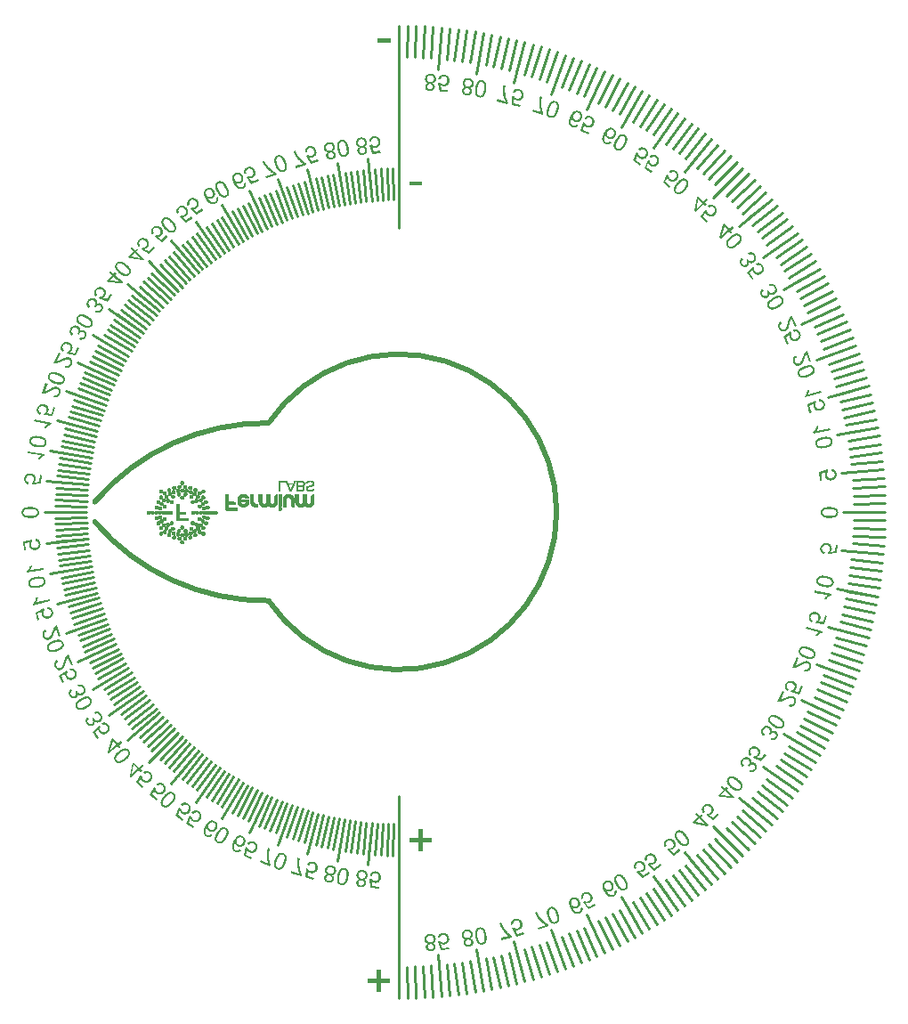
<source format=gbo>
G04*
G04 #@! TF.GenerationSoftware,Altium Limited,Altium Designer,19.1.5 (86)*
G04*
G04 Layer_Color=32896*
%FSLAX25Y25*%
%MOIN*%
G70*
G01*
G75*
%ADD13C,0.02000*%
%ADD14C,0.00025*%
%ADD15C,0.01000*%
G36*
X-137883Y14443D02*
X-137849Y14439D01*
X-137842Y14439D01*
X-137677Y14417D01*
X-137519Y14383D01*
X-137370Y14342D01*
X-137234Y14295D01*
X-137100Y14242D01*
X-136987Y14176D01*
X-136874Y14117D01*
X-136775Y14053D01*
X-136690Y13990D01*
X-136618Y13935D01*
X-136546Y13880D01*
X-136495Y13826D01*
X-136457Y13788D01*
X-136425Y13758D01*
X-136406Y13735D01*
X-136399Y13727D01*
X-136305Y13608D01*
X-136226Y13482D01*
X-136160Y13358D01*
X-136101Y13235D01*
X-136056Y13112D01*
X-136018Y12991D01*
X-135993Y12877D01*
X-135968Y12763D01*
X-135956Y12665D01*
X-135944Y12566D01*
X-135944Y12483D01*
X-135936Y12412D01*
X-135941Y12357D01*
X-135938Y12308D01*
X-135941Y12273D01*
X-135959Y12156D01*
X-135976Y12039D01*
X-136006Y11931D01*
X-136044Y11822D01*
X-136123Y11627D01*
X-136173Y11534D01*
X-136215Y11454D01*
X-136257Y11374D01*
X-136304Y11309D01*
X-136345Y11250D01*
X-136377Y11197D01*
X-136408Y11158D01*
X-136425Y11131D01*
X-136440Y11112D01*
X-136448Y11105D01*
X-134703Y11294D01*
X-134480Y13845D01*
X-133734Y13780D01*
X-134011Y10607D01*
X-137342Y10278D01*
X-137382Y11020D01*
X-137279Y11080D01*
X-137182Y11149D01*
X-137099Y11225D01*
X-137024Y11288D01*
X-136969Y11353D01*
X-136923Y11405D01*
X-136899Y11438D01*
X-136891Y11451D01*
X-136819Y11563D01*
X-136767Y11677D01*
X-136722Y11791D01*
X-136692Y11900D01*
X-136670Y11989D01*
X-136656Y12064D01*
X-136651Y12126D01*
X-136648Y12237D01*
X-136646Y12342D01*
X-136658Y12447D01*
X-136678Y12540D01*
X-136725Y12718D01*
X-136753Y12790D01*
X-136782Y12862D01*
X-136818Y12928D01*
X-136848Y12979D01*
X-136878Y13031D01*
X-136903Y13068D01*
X-136928Y13098D01*
X-136946Y13127D01*
X-136953Y13135D01*
X-136959Y13142D01*
X-137029Y13218D01*
X-137107Y13281D01*
X-137185Y13343D01*
X-137265Y13392D01*
X-137438Y13477D01*
X-137601Y13533D01*
X-137682Y13554D01*
X-137750Y13574D01*
X-137819Y13587D01*
X-137874Y13599D01*
X-137921Y13610D01*
X-137956Y13613D01*
X-137977Y13615D01*
X-137984Y13615D01*
X-138116Y13620D01*
X-138234Y13623D01*
X-138353Y13613D01*
X-138466Y13595D01*
X-138565Y13576D01*
X-138665Y13550D01*
X-138751Y13522D01*
X-138830Y13494D01*
X-138903Y13459D01*
X-138968Y13430D01*
X-139020Y13399D01*
X-139070Y13376D01*
X-139107Y13351D01*
X-139130Y13332D01*
X-139144Y13327D01*
X-139152Y13320D01*
X-139235Y13251D01*
X-139304Y13180D01*
X-139365Y13109D01*
X-139421Y13031D01*
X-139470Y12951D01*
X-139511Y12878D01*
X-139573Y12730D01*
X-139619Y12602D01*
X-139631Y12547D01*
X-139642Y12500D01*
X-139652Y12459D01*
X-139657Y12403D01*
X-139658Y12313D01*
X-139658Y12229D01*
X-139637Y12074D01*
X-139601Y11932D01*
X-139556Y11809D01*
X-139516Y11708D01*
X-139474Y11635D01*
X-139455Y11605D01*
X-139443Y11583D01*
X-139430Y11575D01*
X-139431Y11568D01*
X-139373Y11508D01*
X-139316Y11447D01*
X-139185Y11345D01*
X-139040Y11255D01*
X-138900Y11187D01*
X-138771Y11141D01*
X-138711Y11115D01*
X-138663Y11104D01*
X-138622Y11094D01*
X-138595Y11084D01*
X-138575Y11075D01*
X-138568Y11075D01*
X-138702Y10258D01*
X-138846Y10291D01*
X-138988Y10331D01*
X-139117Y10378D01*
X-139237Y10437D01*
X-139343Y10495D01*
X-139450Y10553D01*
X-139542Y10617D01*
X-139620Y10679D01*
X-139698Y10742D01*
X-139763Y10796D01*
X-139814Y10849D01*
X-139858Y10902D01*
X-139897Y10940D01*
X-139922Y10970D01*
X-139934Y10986D01*
X-139941Y10993D01*
X-140014Y11111D01*
X-140080Y11228D01*
X-140132Y11351D01*
X-140177Y11473D01*
X-140216Y11595D01*
X-140247Y11716D01*
X-140271Y11837D01*
X-140282Y11949D01*
X-140294Y12055D01*
X-140299Y12153D01*
X-140306Y12237D01*
X-140306Y12314D01*
X-140307Y12377D01*
X-140300Y12460D01*
X-140276Y12652D01*
X-140233Y12830D01*
X-140183Y13000D01*
X-140114Y13154D01*
X-140045Y13301D01*
X-139971Y13434D01*
X-139884Y13552D01*
X-139805Y13656D01*
X-139727Y13754D01*
X-139643Y13837D01*
X-139574Y13908D01*
X-139507Y13964D01*
X-139454Y14009D01*
X-139416Y14040D01*
X-139387Y14059D01*
X-139379Y14065D01*
X-139254Y14144D01*
X-139123Y14210D01*
X-138986Y14267D01*
X-138856Y14312D01*
X-138727Y14349D01*
X-138600Y14380D01*
X-138472Y14403D01*
X-138359Y14421D01*
X-138247Y14433D01*
X-138148Y14438D01*
X-138064Y14444D01*
X-137988Y14445D01*
X-137925Y14446D01*
X-137883Y14443D01*
D02*
G37*
G36*
X-135736Y28450D02*
X-135590Y28441D01*
X-135444Y28432D01*
X-135312Y28418D01*
X-135188Y28405D01*
X-135084Y28395D01*
X-134987Y28387D01*
X-134912Y28374D01*
X-134850Y28365D01*
X-134816Y28359D01*
X-134802Y28357D01*
X-134631Y28330D01*
X-134467Y28296D01*
X-134318Y28265D01*
X-134175Y28235D01*
X-134047Y28201D01*
X-133926Y28167D01*
X-133818Y28136D01*
X-133717Y28113D01*
X-133630Y28085D01*
X-133557Y28059D01*
X-133490Y28034D01*
X-133438Y28012D01*
X-133391Y27997D01*
X-133364Y27986D01*
X-133345Y27976D01*
X-133338Y27975D01*
X-133148Y27888D01*
X-132974Y27790D01*
X-132826Y27703D01*
X-132699Y27619D01*
X-132650Y27576D01*
X-132598Y27547D01*
X-132555Y27512D01*
X-132524Y27486D01*
X-132500Y27461D01*
X-132480Y27451D01*
X-132469Y27435D01*
X-132462Y27434D01*
X-132340Y27316D01*
X-132234Y27187D01*
X-132148Y27067D01*
X-132082Y26951D01*
X-132028Y26851D01*
X-131998Y26776D01*
X-131982Y26746D01*
X-131971Y26723D01*
X-131967Y26708D01*
X-131968Y26701D01*
X-131923Y26539D01*
X-131900Y26381D01*
X-131883Y26224D01*
X-131884Y26083D01*
X-131890Y25958D01*
X-131891Y25909D01*
X-131892Y25859D01*
X-131905Y25777D01*
X-131931Y25655D01*
X-131958Y25533D01*
X-131997Y25420D01*
X-132035Y25313D01*
X-132078Y25222D01*
X-132128Y25131D01*
X-132176Y25048D01*
X-132223Y24978D01*
X-132269Y24908D01*
X-132313Y24852D01*
X-132349Y24801D01*
X-132390Y24766D01*
X-132416Y24735D01*
X-132441Y24711D01*
X-132450Y24698D01*
X-132458Y24692D01*
X-132547Y24622D01*
X-132634Y24559D01*
X-132827Y24449D01*
X-133019Y24353D01*
X-133205Y24285D01*
X-133294Y24257D01*
X-133368Y24234D01*
X-133441Y24217D01*
X-133500Y24198D01*
X-133550Y24192D01*
X-133594Y24185D01*
X-133616Y24175D01*
X-133623Y24176D01*
X-133760Y24156D01*
X-133909Y24145D01*
X-134213Y24137D01*
X-134521Y24144D01*
X-134667Y24153D01*
X-134813Y24163D01*
X-134944Y24177D01*
X-135069Y24190D01*
X-135180Y24200D01*
X-135276Y24216D01*
X-135352Y24221D01*
X-135414Y24231D01*
X-135448Y24236D01*
X-135462Y24238D01*
X-135783Y24297D01*
X-136081Y24366D01*
X-136351Y24437D01*
X-136598Y24519D01*
X-136823Y24604D01*
X-137027Y24693D01*
X-137203Y24777D01*
X-137364Y24867D01*
X-137499Y24944D01*
X-137621Y25020D01*
X-137715Y25091D01*
X-137796Y25154D01*
X-137858Y25206D01*
X-137902Y25241D01*
X-137926Y25266D01*
X-137932Y25274D01*
X-138032Y25395D01*
X-138110Y25520D01*
X-138180Y25651D01*
X-138237Y25780D01*
X-138280Y25906D01*
X-138315Y26038D01*
X-138338Y26161D01*
X-138354Y26276D01*
X-138364Y26390D01*
X-138370Y26489D01*
X-138369Y26581D01*
X-138364Y26657D01*
X-138361Y26720D01*
X-138360Y26769D01*
X-138353Y26810D01*
X-138326Y26939D01*
X-138300Y27055D01*
X-138261Y27168D01*
X-138223Y27274D01*
X-138172Y27371D01*
X-138130Y27456D01*
X-138082Y27540D01*
X-138035Y27610D01*
X-137989Y27680D01*
X-137945Y27736D01*
X-137902Y27785D01*
X-137868Y27822D01*
X-137842Y27853D01*
X-137817Y27877D01*
X-137808Y27889D01*
X-137800Y27895D01*
X-137711Y27965D01*
X-137623Y28036D01*
X-137429Y28145D01*
X-137240Y28234D01*
X-137053Y28303D01*
X-136964Y28331D01*
X-136883Y28353D01*
X-136817Y28370D01*
X-136751Y28388D01*
X-136707Y28402D01*
X-136664Y28402D01*
X-136642Y28413D01*
X-136635Y28411D01*
X-136498Y28432D01*
X-136349Y28443D01*
X-136044Y28457D01*
X-135736Y28450D01*
D02*
G37*
G36*
X-132554Y21727D02*
X-132634Y21227D01*
X-132806Y21163D01*
X-132973Y21085D01*
X-133135Y20991D01*
X-133277Y20895D01*
X-133410Y20810D01*
X-133459Y20769D01*
X-133506Y20741D01*
X-133545Y20712D01*
X-133570Y20688D01*
X-133586Y20677D01*
X-133594Y20671D01*
X-133782Y20511D01*
X-133950Y20335D01*
X-134111Y20164D01*
X-134249Y20003D01*
X-134303Y19934D01*
X-134356Y19865D01*
X-134408Y19803D01*
X-134444Y19753D01*
X-134472Y19708D01*
X-134499Y19677D01*
X-134509Y19658D01*
X-134517Y19652D01*
X-135264Y19772D01*
X-135187Y19900D01*
X-135102Y20034D01*
X-135011Y20160D01*
X-134930Y20274D01*
X-134851Y20373D01*
X-134823Y20418D01*
X-134789Y20455D01*
X-134769Y20487D01*
X-134752Y20505D01*
X-134737Y20517D01*
X-134735Y20524D01*
X-134606Y20672D01*
X-134487Y20800D01*
X-134377Y20916D01*
X-134279Y21006D01*
X-134196Y21084D01*
X-134138Y21138D01*
X-134098Y21167D01*
X-134082Y21178D01*
X-139023Y21969D01*
X-138899Y22744D01*
X-132554Y21727D01*
D02*
G37*
G36*
X161539Y1863D02*
X161844Y1842D01*
X162121Y1815D01*
X162378Y1773D01*
X162614Y1724D01*
X162829Y1669D01*
X163017Y1613D01*
X163190Y1551D01*
X163336Y1495D01*
X163468Y1440D01*
X163572Y1384D01*
X163662Y1336D01*
X163732Y1294D01*
X163780Y1266D01*
X163808Y1245D01*
X163815Y1238D01*
X163933Y1134D01*
Y1134D01*
X163933D01*
X164030Y1023D01*
X164120Y905D01*
X164197Y787D01*
X164259Y669D01*
X164314Y544D01*
X164356Y427D01*
X164391Y316D01*
X164419Y204D01*
X164439Y107D01*
X164453Y17D01*
X164460Y-59D01*
X164467Y-122D01*
X164474Y-170D01*
Y-212D01*
X164467Y-344D01*
X164460Y-462D01*
X164439Y-580D01*
X164419Y-691D01*
X164384Y-795D01*
X164356Y-885D01*
X164321Y-975D01*
X164287Y-1052D01*
X164252Y-1128D01*
X164217Y-1190D01*
X164183Y-1246D01*
X164155Y-1288D01*
X164134Y-1322D01*
X164113Y-1350D01*
X164106Y-1364D01*
X164099Y-1371D01*
X164023Y-1454D01*
X163947Y-1538D01*
X163773Y-1676D01*
X163600Y-1794D01*
X163426Y-1891D01*
X163343Y-1933D01*
X163267Y-1968D01*
X163204Y-1995D01*
X163142Y-2023D01*
X163100Y-2044D01*
X163058Y-2051D01*
X163038Y-2065D01*
X163031D01*
X162899Y-2107D01*
X162753Y-2141D01*
X162455Y-2204D01*
X162149Y-2245D01*
X162004Y-2259D01*
X161858Y-2273D01*
X161726Y-2280D01*
X161601Y-2287D01*
X161497Y-2294D01*
X161400Y-2301D01*
X161323D01*
X161261D01*
X161226D01*
X161212D01*
X161039D01*
X160872Y-2294D01*
X160720Y-2287D01*
X160574Y-2280D01*
X160442Y-2266D01*
X160317Y-2252D01*
X160206Y-2238D01*
X160102Y-2231D01*
X160012Y-2218D01*
X159935Y-2204D01*
X159866Y-2190D01*
X159810Y-2176D01*
X159762Y-2169D01*
X159734Y-2162D01*
X159713Y-2155D01*
X159706D01*
X159505Y-2100D01*
X159318Y-2030D01*
X159158Y-1968D01*
X159019Y-1905D01*
X158964Y-1871D01*
X158908Y-1850D01*
X158860Y-1822D01*
X158825Y-1801D01*
X158797Y-1780D01*
X158776Y-1773D01*
X158763Y-1760D01*
X158756D01*
X158617Y-1662D01*
X158492Y-1551D01*
X158388Y-1447D01*
D01*
X158388Y-1447D01*
X158305Y-1343D01*
X158235Y-1253D01*
X158194Y-1183D01*
X158173Y-1156D01*
X158159Y-1135D01*
X158152Y-1121D01*
Y-1114D01*
X158082Y-961D01*
X158034Y-809D01*
X157992Y-656D01*
X157971Y-517D01*
X157957Y-392D01*
X157950Y-344D01*
X157944Y-295D01*
Y-212D01*
X157950Y-87D01*
X157957Y38D01*
X157978Y156D01*
X157999Y267D01*
X158027Y364D01*
X158062Y461D01*
X158096Y551D01*
X158131Y628D01*
X158166Y704D01*
X158200Y767D01*
X158228Y822D01*
X158263Y864D01*
X158284Y898D01*
X158305Y926D01*
X158311Y940D01*
X158318Y947D01*
X158395Y1030D01*
X158471Y1107D01*
X158645Y1245D01*
X158818Y1370D01*
X158992Y1467D01*
X159075Y1509D01*
X159144Y1544D01*
X159214Y1572D01*
X159269Y1599D01*
X159318Y1613D01*
X159359Y1627D01*
X159380Y1641D01*
X159387D01*
X159519Y1683D01*
X159665Y1717D01*
X159963Y1773D01*
X160268Y1815D01*
X160414Y1828D01*
X160560Y1842D01*
X160692Y1849D01*
X160817Y1856D01*
X160928Y1863D01*
X161025D01*
X161101Y1870D01*
X161164D01*
X161198D01*
X161212D01*
X161539Y1863D01*
D02*
G37*
G36*
X11908Y164036D02*
X11957Y164039D01*
X11999Y164036D01*
X12171Y164017D01*
X12336Y163991D01*
X12487Y163952D01*
X12629Y163900D01*
X12757Y163849D01*
X12879Y163799D01*
X12993Y163735D01*
X13093Y163679D01*
X13180Y163624D01*
X13259Y163563D01*
X13325Y163517D01*
X13384Y163464D01*
X13423Y163426D01*
X13455Y163396D01*
X13475Y163381D01*
X13482Y163373D01*
X13578Y163262D01*
X13660Y163138D01*
X13728Y163022D01*
X13789Y162899D01*
X13836Y162777D01*
X13876Y162663D01*
X13903Y162550D01*
X13929Y162436D01*
X13943Y162338D01*
X13958Y162247D01*
X13959Y162163D01*
X13968Y162093D01*
X13963Y162031D01*
X13967Y161989D01*
X13965Y161961D01*
X13964Y161954D01*
X13957Y161843D01*
X13935Y161740D01*
X13887Y161549D01*
X13826Y161379D01*
X13760Y161238D01*
X13721Y161178D01*
X13689Y161125D01*
X13658Y161078D01*
X13634Y161038D01*
X13611Y161005D01*
X13596Y160985D01*
X13588Y160972D01*
X13580Y160966D01*
X13445Y160822D01*
X13291Y160708D01*
X13137Y160608D01*
X12986Y160535D01*
X12850Y160475D01*
X12792Y160452D01*
X12742Y160434D01*
X12700Y160423D01*
X12671Y160412D01*
X12650Y160406D01*
X12643Y160407D01*
X12804Y160319D01*
X12944Y160232D01*
X13055Y160134D01*
X13153Y160050D01*
X13224Y159968D01*
X13275Y159909D01*
X13300Y159865D01*
X13313Y159858D01*
X13313Y159851D01*
X13379Y159714D01*
X13432Y159578D01*
X13464Y159443D01*
X13484Y159324D01*
X13490Y159219D01*
X13494Y159170D01*
X13498Y159135D01*
X13496Y159100D01*
X13494Y159079D01*
X13493Y159065D01*
X13492Y159058D01*
X13477Y158934D01*
X13454Y158811D01*
X13418Y158695D01*
X13375Y158587D01*
X13333Y158485D01*
X13285Y158392D01*
X13230Y158305D01*
X13175Y158226D01*
X13122Y158160D01*
X13069Y158094D01*
X13023Y158042D01*
X12985Y157996D01*
X12948Y157964D01*
X12918Y157938D01*
X12903Y157925D01*
X12896Y157919D01*
X12793Y157835D01*
X12677Y157774D01*
X12568Y157712D01*
X12446Y157665D01*
X12332Y157625D01*
X12218Y157591D01*
X12106Y157572D01*
X12000Y157551D01*
X11895Y157538D01*
X11804Y157531D01*
X11720Y157523D01*
X11650Y157521D01*
X11594Y157518D01*
X11511Y157524D01*
X11359Y157542D01*
X11215Y157566D01*
X11085Y157596D01*
X10956Y157640D01*
X10840Y157683D01*
X10740Y157732D01*
X10639Y157781D01*
X10552Y157829D01*
X10472Y157884D01*
X10406Y157930D01*
X10346Y157976D01*
X10301Y158014D01*
X10261Y158052D01*
X10235Y158074D01*
X10222Y158089D01*
X10216Y158097D01*
X10132Y158193D01*
X10063Y158296D01*
X10008Y158397D01*
X9953Y158498D01*
X9912Y158606D01*
X9884Y158705D01*
X9856Y158797D01*
X9834Y158889D01*
X9820Y158981D01*
X9812Y159058D01*
X9803Y159128D01*
X9800Y159184D01*
X9803Y159232D01*
X9799Y159274D01*
X9801Y159295D01*
X9802Y159302D01*
X9820Y159468D01*
X9859Y159618D01*
X9910Y159754D01*
X9960Y159868D01*
X10008Y159955D01*
X10055Y160022D01*
X10071Y160048D01*
X10086Y160068D01*
X10093Y160074D01*
X10094Y160081D01*
X10199Y160192D01*
X10324Y160281D01*
X10448Y160362D01*
X10571Y160423D01*
X10678Y160471D01*
X10729Y160495D01*
X10771Y160506D01*
X10800Y160518D01*
X10829Y160530D01*
X10843Y160536D01*
X10850Y160535D01*
X10647Y160619D01*
X10473Y160715D01*
X10328Y160823D01*
X10210Y160929D01*
X10158Y160974D01*
X10113Y161026D01*
X10074Y161064D01*
X10049Y161100D01*
X10023Y161130D01*
X10004Y161152D01*
X9998Y161167D01*
X9991Y161174D01*
X9942Y161261D01*
X9899Y161348D01*
X9836Y161526D01*
X9793Y161703D01*
X9770Y161865D01*
X9761Y161942D01*
X9752Y162012D01*
X9750Y162075D01*
X9754Y162130D01*
X9750Y162173D01*
X9752Y162207D01*
X9754Y162228D01*
X9754Y162235D01*
X9772Y162387D01*
X9803Y162531D01*
X9841Y162674D01*
X9885Y162803D01*
X9935Y162918D01*
X9992Y163032D01*
X10055Y163132D01*
X10117Y163225D01*
X10172Y163311D01*
X10233Y163383D01*
X10286Y163442D01*
X10332Y163495D01*
X10370Y163541D01*
X10399Y163566D01*
X10422Y163585D01*
X10429Y163592D01*
X10547Y163681D01*
X10677Y163755D01*
X10807Y163822D01*
X10936Y163876D01*
X11072Y163922D01*
X11199Y163954D01*
X11327Y163987D01*
X11447Y164006D01*
X11559Y164019D01*
X11664Y164032D01*
X11762Y164039D01*
X11839Y164041D01*
X11908Y164036D01*
D02*
G37*
G36*
X16920Y163683D02*
X17114Y163663D01*
X17292Y163622D01*
X17462Y163575D01*
X17617Y163508D01*
X17766Y163442D01*
X17900Y163370D01*
X18019Y163285D01*
X18125Y163207D01*
X18224Y163131D01*
X18308Y163048D01*
X18380Y162980D01*
X18438Y162914D01*
X18483Y162862D01*
X18515Y162824D01*
X18533Y162795D01*
X18540Y162788D01*
X18621Y162664D01*
X18689Y162534D01*
X18748Y162397D01*
X18795Y162269D01*
X18834Y162141D01*
X18867Y162013D01*
X18893Y161886D01*
X18912Y161773D01*
X18925Y161661D01*
X18932Y161563D01*
X18940Y161479D01*
X18941Y161402D01*
X18944Y161340D01*
X18941Y161298D01*
X18938Y161263D01*
X18938Y161257D01*
X18919Y161091D01*
X18887Y160933D01*
X18848Y160783D01*
X18804Y160647D01*
X18752Y160511D01*
X18689Y160398D01*
X18632Y160284D01*
X18569Y160184D01*
X18507Y160098D01*
X18453Y160025D01*
X18399Y159952D01*
X18347Y159900D01*
X18309Y159861D01*
X18279Y159829D01*
X18257Y159809D01*
X18249Y159803D01*
X18131Y159707D01*
X18007Y159625D01*
X17884Y159558D01*
X17761Y159497D01*
X17640Y159450D01*
X17518Y159410D01*
X17405Y159383D01*
X17292Y159357D01*
X17194Y159343D01*
X17095Y159329D01*
X17012Y159328D01*
X16941Y159319D01*
X16886Y159323D01*
X16837Y159320D01*
X16803Y159322D01*
X16685Y159338D01*
X16568Y159353D01*
X16459Y159382D01*
X16350Y159417D01*
X16154Y159494D01*
X16060Y159543D01*
X15979Y159583D01*
X15899Y159624D01*
X15833Y159670D01*
X15773Y159709D01*
X15719Y159741D01*
X15680Y159772D01*
X15653Y159787D01*
X15633Y159803D01*
X15627Y159810D01*
X15843Y158069D01*
X18397Y157886D01*
X18344Y157138D01*
X15166Y157366D01*
X14785Y160691D01*
X15527Y160743D01*
X15589Y160641D01*
X15659Y160545D01*
X15736Y160463D01*
X15800Y160389D01*
X15866Y160336D01*
X15919Y160290D01*
X15952Y160267D01*
X15965Y160259D01*
X16078Y160188D01*
X16193Y160138D01*
X16308Y160095D01*
X16418Y160066D01*
X16507Y160046D01*
X16582Y160034D01*
X16644Y160029D01*
X16756Y160028D01*
X16860Y160028D01*
X16965Y160041D01*
X17057Y160062D01*
X17235Y160112D01*
X17307Y160142D01*
X17378Y160172D01*
X17444Y160209D01*
X17494Y160240D01*
X17545Y160271D01*
X17582Y160296D01*
X17612Y160322D01*
X17641Y160341D01*
X17648Y160347D01*
X17656Y160354D01*
X17730Y160425D01*
X17792Y160504D01*
X17853Y160583D01*
X17900Y160663D01*
X17983Y160838D01*
X18036Y161001D01*
X18056Y161083D01*
X18075Y161151D01*
X18087Y161220D01*
X18098Y161275D01*
X18108Y161323D01*
X18110Y161358D01*
X18112Y161378D01*
X18112Y161385D01*
X18115Y161517D01*
X18116Y161635D01*
X18104Y161755D01*
X18084Y161867D01*
X18064Y161966D01*
X18036Y162066D01*
X18007Y162151D01*
X17978Y162230D01*
X17942Y162302D01*
X17911Y162367D01*
X17880Y162418D01*
X17856Y162468D01*
X17831Y162505D01*
X17811Y162527D01*
X17806Y162541D01*
X17799Y162549D01*
X17728Y162630D01*
X17657Y162698D01*
X17585Y162759D01*
X17505Y162813D01*
X17425Y162861D01*
X17351Y162901D01*
X17202Y162960D01*
X17073Y163004D01*
X17018Y163015D01*
X16971Y163026D01*
X16929Y163036D01*
X16874Y163040D01*
X16784Y163039D01*
X16700Y163038D01*
X16545Y163014D01*
X16403Y162976D01*
X16282Y162929D01*
X16181Y162887D01*
X16109Y162844D01*
X16080Y162825D01*
X16058Y162813D01*
X16050Y162799D01*
X16043Y162800D01*
X15983Y162742D01*
X15923Y162683D01*
X15823Y162551D01*
X15736Y162404D01*
X15670Y162263D01*
X15626Y162134D01*
X15601Y162073D01*
X15591Y162025D01*
X15581Y161984D01*
X15572Y161957D01*
X15563Y161937D01*
X15563Y161930D01*
X14744Y162051D01*
X14775Y162195D01*
X14813Y162338D01*
X14857Y162468D01*
X14915Y162589D01*
X14971Y162696D01*
X15027Y162803D01*
X15090Y162896D01*
X15151Y162975D01*
X15212Y163054D01*
X15266Y163120D01*
X15318Y163172D01*
X15370Y163217D01*
X15408Y163256D01*
X15437Y163282D01*
X15452Y163294D01*
X15460Y163301D01*
X15576Y163376D01*
X15692Y163444D01*
X15815Y163498D01*
X15936Y163545D01*
X16057Y163585D01*
X16178Y163618D01*
X16298Y163644D01*
X16410Y163657D01*
X16516Y163671D01*
X16614Y163677D01*
X16698Y163685D01*
X16774Y163687D01*
X16837Y163689D01*
X16920Y163683D01*
D02*
G37*
G36*
X26014Y162390D02*
X26091Y162384D01*
X26159Y162374D01*
X26208Y162373D01*
X26250Y162366D01*
X26420Y162332D01*
X26582Y162292D01*
X26728Y162240D01*
X26866Y162176D01*
X26989Y162114D01*
X27106Y162053D01*
X27214Y161980D01*
X27309Y161915D01*
X27390Y161853D01*
X27464Y161785D01*
X27526Y161733D01*
X27580Y161675D01*
X27615Y161634D01*
X27645Y161601D01*
X27664Y161584D01*
X27669Y161576D01*
X27756Y161457D01*
X27826Y161326D01*
X27884Y161205D01*
X27934Y161077D01*
X27970Y160952D01*
X28000Y160835D01*
X28017Y160720D01*
X28034Y160604D01*
X28039Y160505D01*
X28045Y160413D01*
X28039Y160329D01*
X28042Y160259D01*
X28032Y160197D01*
X28032Y160155D01*
X28028Y160127D01*
X28027Y160121D01*
X28009Y160011D01*
X27979Y159910D01*
X27914Y159724D01*
X27838Y159560D01*
X27761Y159425D01*
X27716Y159369D01*
X27680Y159319D01*
X27645Y159275D01*
X27618Y159237D01*
X27592Y159206D01*
X27575Y159188D01*
X27566Y159175D01*
X27558Y159169D01*
X27410Y159038D01*
X27247Y158938D01*
X27085Y158852D01*
X26928Y158792D01*
X26787Y158745D01*
X26728Y158726D01*
X26677Y158713D01*
X26633Y158706D01*
X26604Y158697D01*
X26582Y158693D01*
X26575Y158694D01*
X26728Y158593D01*
X26859Y158494D01*
X26962Y158386D01*
X27052Y158295D01*
X27116Y158207D01*
X27162Y158143D01*
X27182Y158098D01*
X27195Y158089D01*
X27194Y158082D01*
X27248Y157940D01*
X27289Y157800D01*
X27310Y157663D01*
X27318Y157542D01*
X27316Y157437D01*
X27315Y157388D01*
X27316Y157353D01*
X27311Y157318D01*
X27307Y157298D01*
X27305Y157284D01*
X27304Y157277D01*
X27277Y157155D01*
X27244Y157034D01*
X27198Y156922D01*
X27146Y156818D01*
X27095Y156720D01*
X27039Y156631D01*
X26977Y156550D01*
X26915Y156475D01*
X26857Y156414D01*
X26798Y156353D01*
X26748Y156305D01*
X26706Y156263D01*
X26666Y156234D01*
X26634Y156211D01*
X26618Y156199D01*
X26610Y156194D01*
X26500Y156120D01*
X26380Y156069D01*
X26266Y156017D01*
X26140Y155981D01*
X26023Y155950D01*
X25907Y155927D01*
X25793Y155917D01*
X25686Y155906D01*
X25580Y155902D01*
X25488Y155902D01*
X25404Y155902D01*
X25334Y155906D01*
X25278Y155908D01*
X25196Y155921D01*
X25047Y155952D01*
X24905Y155989D01*
X24778Y156030D01*
X24653Y156085D01*
X24542Y156138D01*
X24446Y156196D01*
X24350Y156253D01*
X24267Y156309D01*
X24193Y156370D01*
X24131Y156422D01*
X24076Y156473D01*
X24033Y156515D01*
X23998Y156556D01*
X23974Y156581D01*
X23962Y156597D01*
X23956Y156605D01*
X23881Y156708D01*
X23821Y156816D01*
X23775Y156922D01*
X23729Y157028D01*
X23697Y157138D01*
X23678Y157240D01*
X23658Y157334D01*
X23645Y157428D01*
X23639Y157520D01*
X23637Y157598D01*
X23635Y157668D01*
X23637Y157724D01*
X23644Y157772D01*
X23644Y157814D01*
X23647Y157835D01*
X23648Y157842D01*
X23682Y158005D01*
X23733Y158151D01*
X23796Y158282D01*
X23856Y158392D01*
X23911Y158474D01*
X23963Y158536D01*
X23981Y158562D01*
X23999Y158580D01*
X24006Y158586D01*
X24008Y158592D01*
X24122Y158694D01*
X24254Y158771D01*
X24385Y158841D01*
X24512Y158891D01*
X24624Y158930D01*
X24676Y158949D01*
X24720Y158956D01*
X24749Y158966D01*
X24779Y158975D01*
X24793Y158980D01*
X24800Y158979D01*
X24606Y159080D01*
X24441Y159191D01*
X24305Y159311D01*
X24197Y159427D01*
X24149Y159476D01*
X24109Y159532D01*
X24073Y159573D01*
X24051Y159612D01*
X24028Y159643D01*
X24011Y159667D01*
X24006Y159682D01*
X24001Y159690D01*
X23959Y159781D01*
X23924Y159871D01*
X23876Y160054D01*
X23849Y160234D01*
X23840Y160398D01*
X23838Y160475D01*
X23835Y160546D01*
X23839Y160609D01*
X23847Y160663D01*
X23847Y160706D01*
X23853Y160740D01*
X23856Y160760D01*
X23857Y160767D01*
X23888Y160917D01*
X23932Y161058D01*
X23982Y161197D01*
X24037Y161322D01*
X24097Y161432D01*
X24163Y161541D01*
X24235Y161635D01*
X24305Y161722D01*
X24367Y161803D01*
X24434Y161870D01*
X24492Y161924D01*
X24542Y161972D01*
X24584Y162014D01*
X24615Y162038D01*
X24639Y162055D01*
X24647Y162060D01*
X24772Y162139D01*
X24909Y162201D01*
X25044Y162257D01*
X25177Y162299D01*
X25317Y162333D01*
X25446Y162354D01*
X25576Y162376D01*
X25697Y162384D01*
X25810Y162387D01*
X25916Y162391D01*
X26014Y162390D01*
D02*
G37*
G36*
X30920Y161597D02*
X30996Y161592D01*
X31059Y161589D01*
X31108Y161588D01*
X31149Y161581D01*
X31278Y161554D01*
X31394Y161528D01*
X31507Y161489D01*
X31613Y161451D01*
X31711Y161400D01*
X31795Y161358D01*
X31879Y161310D01*
X31949Y161264D01*
X32019Y161217D01*
X32075Y161173D01*
X32124Y161130D01*
X32161Y161096D01*
X32192Y161070D01*
X32216Y161045D01*
X32229Y161036D01*
X32234Y161028D01*
X32304Y160939D01*
X32375Y160851D01*
X32484Y160658D01*
X32573Y160468D01*
X32642Y160281D01*
X32670Y160192D01*
X32692Y160111D01*
X32710Y160045D01*
X32727Y159979D01*
X32741Y159935D01*
X32741Y159892D01*
X32752Y159870D01*
X32751Y159863D01*
X32771Y159726D01*
X32782Y159577D01*
X32796Y159272D01*
X32789Y158964D01*
X32780Y158818D01*
X32771Y158672D01*
X32757Y158541D01*
X32744Y158416D01*
X32734Y158312D01*
X32726Y158215D01*
X32714Y158140D01*
X32704Y158078D01*
X32698Y158044D01*
X32696Y158030D01*
X32669Y157859D01*
X32635Y157695D01*
X32604Y157546D01*
X32574Y157403D01*
X32540Y157275D01*
X32506Y157154D01*
X32475Y157046D01*
X32452Y156945D01*
X32424Y156858D01*
X32398Y156785D01*
X32373Y156718D01*
X32351Y156666D01*
X32336Y156619D01*
X32325Y156593D01*
X32315Y156573D01*
X32314Y156566D01*
X32227Y156376D01*
X32129Y156202D01*
X32042Y156054D01*
X31959Y155927D01*
X31916Y155878D01*
X31886Y155826D01*
X31851Y155783D01*
X31825Y155752D01*
X31800Y155728D01*
X31790Y155708D01*
X31774Y155697D01*
X31773Y155690D01*
X31655Y155568D01*
X31526Y155463D01*
X31406Y155376D01*
X31290Y155310D01*
X31190Y155256D01*
X31115Y155226D01*
X31085Y155210D01*
X31062Y155199D01*
X31047Y155195D01*
X31040Y155196D01*
X30878Y155151D01*
X30720Y155128D01*
X30563Y155111D01*
X30422Y155112D01*
X30297Y155118D01*
X30248Y155119D01*
X30199Y155120D01*
X30116Y155133D01*
X29994Y155160D01*
X29872Y155186D01*
X29759Y155225D01*
X29652Y155264D01*
X29561Y155306D01*
X29470Y155356D01*
X29387Y155404D01*
X29317Y155451D01*
X29247Y155497D01*
X29191Y155541D01*
X29140Y155578D01*
X29105Y155618D01*
X29074Y155644D01*
X29050Y155669D01*
X29037Y155678D01*
X29031Y155686D01*
X28961Y155775D01*
X28898Y155862D01*
X28788Y156056D01*
X28692Y156247D01*
X28624Y156433D01*
X28596Y156522D01*
X28572Y156596D01*
X28556Y156669D01*
X28537Y156728D01*
X28532Y156779D01*
X28524Y156822D01*
X28514Y156845D01*
X28515Y156851D01*
X28495Y156988D01*
X28484Y157138D01*
X28476Y157441D01*
X28483Y157749D01*
X28493Y157895D01*
X28502Y158041D01*
X28516Y158173D01*
X28529Y158297D01*
X28539Y158408D01*
X28555Y158504D01*
X28560Y158580D01*
X28570Y158642D01*
X28575Y158676D01*
X28578Y158690D01*
X28636Y159011D01*
X28705Y159309D01*
X28776Y159579D01*
X28858Y159826D01*
X28943Y160051D01*
X29032Y160255D01*
X29116Y160431D01*
X29206Y160592D01*
X29283Y160728D01*
X29359Y160849D01*
X29430Y160943D01*
X29493Y161024D01*
X29545Y161086D01*
X29580Y161130D01*
X29605Y161154D01*
X29613Y161160D01*
X29734Y161260D01*
X29859Y161338D01*
X29990Y161409D01*
X30119Y161465D01*
X30245Y161508D01*
X30377Y161543D01*
X30500Y161566D01*
X30615Y161583D01*
X30729Y161592D01*
X30828Y161598D01*
X30920Y161597D01*
D02*
G37*
G36*
X44519Y158336D02*
X44625Y158331D01*
X44723Y158321D01*
X44807Y158314D01*
X44883Y158302D01*
X44945Y158294D01*
X45026Y158274D01*
X45213Y158220D01*
X45381Y158149D01*
X45541Y158073D01*
X45682Y157980D01*
X45817Y157889D01*
X45936Y157795D01*
X46039Y157690D01*
X46129Y157596D01*
X46213Y157503D01*
X46282Y157407D01*
X46341Y157328D01*
X46387Y157252D01*
X46422Y157193D01*
X46447Y157151D01*
X46460Y157119D01*
X46466Y157111D01*
X46524Y156974D01*
X46568Y156834D01*
X46603Y156690D01*
X46626Y156555D01*
X46643Y156422D01*
X46653Y156291D01*
X46656Y156161D01*
X46656Y156047D01*
X46649Y155934D01*
X46639Y155836D01*
X46632Y155752D01*
X46620Y155676D01*
X46612Y155614D01*
X46602Y155574D01*
X46593Y155540D01*
X46592Y155533D01*
X46544Y155374D01*
X46485Y155224D01*
X46421Y155082D01*
X46354Y154956D01*
X46279Y154832D01*
X46197Y154731D01*
X46121Y154628D01*
X46042Y154541D01*
X45966Y154467D01*
X45900Y154405D01*
X45835Y154342D01*
X45774Y154300D01*
X45730Y154269D01*
X45695Y154242D01*
X45669Y154227D01*
X45661Y154221D01*
X45528Y154148D01*
X45392Y154089D01*
X45259Y154043D01*
X45127Y154005D01*
X44999Y153980D01*
X44873Y153961D01*
X44757Y153955D01*
X44641Y153948D01*
X44541Y153952D01*
X44442Y153955D01*
X44360Y153969D01*
X44289Y153972D01*
X44235Y153986D01*
X44186Y153991D01*
X44153Y153999D01*
X44040Y154035D01*
X43927Y154070D01*
X43825Y154118D01*
X43724Y154171D01*
X43544Y154281D01*
X43460Y154345D01*
X43387Y154399D01*
X43315Y154453D01*
X43258Y154510D01*
X43206Y154559D01*
X43159Y154600D01*
X43125Y154637D01*
X43101Y154657D01*
X43085Y154675D01*
X43080Y154684D01*
X42990Y152932D01*
X45474Y152308D01*
X45291Y151581D01*
X42202Y152357D01*
X42404Y155698D01*
X43143Y155620D01*
X43187Y155508D01*
X43238Y155402D01*
X43301Y155308D01*
X43351Y155224D01*
X43407Y155160D01*
X43450Y155106D01*
X43479Y155077D01*
X43491Y155067D01*
X43590Y154978D01*
X43694Y154909D01*
X43800Y154846D01*
X43903Y154799D01*
X43987Y154764D01*
X44059Y154738D01*
X44120Y154723D01*
X44229Y154703D01*
X44332Y154684D01*
X44438Y154679D01*
X44532Y154684D01*
X44716Y154702D01*
X44791Y154719D01*
X44867Y154736D01*
X44938Y154761D01*
X44993Y154783D01*
X45049Y154805D01*
X45089Y154823D01*
X45123Y154843D01*
X45155Y154857D01*
X45164Y154862D01*
X45172Y154867D01*
X45258Y154924D01*
X45332Y154991D01*
X45406Y155058D01*
X45467Y155129D01*
X45578Y155287D01*
X45659Y155438D01*
X45693Y155516D01*
X45723Y155580D01*
X45747Y155645D01*
X45767Y155698D01*
X45786Y155743D01*
X45794Y155777D01*
X45799Y155797D01*
X45801Y155804D01*
X45826Y155933D01*
X45848Y156049D01*
X45857Y156169D01*
X45857Y156283D01*
X45854Y156384D01*
X45844Y156487D01*
X45830Y156576D01*
X45815Y156659D01*
X45792Y156736D01*
X45773Y156805D01*
X45752Y156861D01*
X45736Y156914D01*
X45718Y156955D01*
X45703Y156980D01*
X45700Y156995D01*
X45694Y157004D01*
X45639Y157096D01*
X45580Y157176D01*
X45520Y157248D01*
X45451Y157315D01*
X45380Y157376D01*
X45314Y157428D01*
X45178Y157513D01*
X45059Y157578D01*
X45007Y157599D01*
X44961Y157617D01*
X44923Y157634D01*
X44869Y157648D01*
X44780Y157663D01*
X44697Y157676D01*
X44541Y157680D01*
X44394Y157667D01*
X44266Y157642D01*
X44160Y157618D01*
X44081Y157588D01*
X44049Y157574D01*
X44025Y157566D01*
X44015Y157554D01*
X44008Y157556D01*
X43939Y157509D01*
X43870Y157462D01*
X43749Y157349D01*
X43638Y157220D01*
X43549Y157092D01*
X43483Y156973D01*
X43447Y156917D01*
X43429Y156872D01*
X43412Y156833D01*
X43398Y156808D01*
X43387Y156789D01*
X43385Y156782D01*
X42599Y157044D01*
X42655Y157181D01*
X42717Y157315D01*
X42783Y157434D01*
X42860Y157544D01*
X42935Y157640D01*
X43009Y157736D01*
X43086Y157816D01*
X43161Y157884D01*
X43235Y157951D01*
X43299Y158006D01*
X43359Y158048D01*
X43418Y158083D01*
X43462Y158115D01*
X43496Y158136D01*
X43513Y158146D01*
X43521Y158151D01*
X43649Y158204D01*
X43775Y158251D01*
X43905Y158283D01*
X44033Y158308D01*
X44159Y158327D01*
X44284Y158338D01*
X44407Y158343D01*
X44519Y158336D01*
D02*
G37*
G36*
X39878Y159459D02*
X39821Y159116D01*
X39800Y158949D01*
X39788Y158788D01*
X39771Y158635D01*
X39763Y158486D01*
X39749Y158347D01*
X39746Y158219D01*
X39739Y158106D01*
X39740Y157998D01*
X39739Y157906D01*
X39740Y157827D01*
X39740Y157770D01*
X39742Y157719D01*
X39742Y157690D01*
X39740Y157684D01*
X39765Y157241D01*
X39788Y157020D01*
X39813Y156807D01*
X39841Y156606D01*
X39870Y156406D01*
X39902Y156219D01*
X39930Y156047D01*
X39962Y155889D01*
X39990Y155746D01*
X40022Y155616D01*
X40046Y155510D01*
X40066Y155419D01*
X40079Y155359D01*
X40091Y155320D01*
X40094Y155305D01*
X40155Y155089D01*
X40223Y154879D01*
X40287Y154677D01*
X40349Y154497D01*
X40413Y154323D01*
X40478Y154156D01*
X40541Y154005D01*
X40599Y153869D01*
X40655Y153747D01*
X40700Y153643D01*
X40749Y153552D01*
X40786Y153471D01*
X40814Y153414D01*
X40838Y153365D01*
X40853Y153340D01*
X40858Y153331D01*
X40707Y152732D01*
X36689Y153742D01*
X36873Y154475D01*
X39916Y153711D01*
X39840Y153866D01*
X39766Y154028D01*
X39634Y154354D01*
X39513Y154671D01*
X39459Y154828D01*
X39409Y154969D01*
X39372Y155107D01*
X39332Y155232D01*
X39301Y155339D01*
X39268Y155434D01*
X39251Y155509D01*
X39238Y155570D01*
X39224Y155602D01*
X39221Y155617D01*
X39131Y156026D01*
X39065Y156422D01*
X39034Y156609D01*
X39015Y156792D01*
X38995Y156969D01*
X38979Y157131D01*
X38965Y157277D01*
X38955Y157408D01*
X38950Y157531D01*
X38947Y157632D01*
X38939Y157713D01*
X38939Y157770D01*
X38941Y157806D01*
X38937Y157821D01*
X38938Y158021D01*
X38936Y158215D01*
X38946Y158398D01*
X38955Y158575D01*
X38967Y158737D01*
X38984Y158890D01*
X38996Y159023D01*
X39015Y159154D01*
X39028Y159265D01*
X39047Y159368D01*
X39060Y159450D01*
X39072Y159526D01*
X39079Y159581D01*
X39089Y159622D01*
X39096Y159649D01*
X39098Y159655D01*
X39878Y159459D01*
D02*
G37*
G36*
X53624Y155377D02*
X53537Y155040D01*
X53502Y154876D01*
X53476Y154716D01*
X53446Y154565D01*
X53425Y154418D01*
X53399Y154280D01*
X53384Y154153D01*
X53368Y154041D01*
X53360Y153934D01*
X53350Y153841D01*
X53345Y153763D01*
X53339Y153706D01*
X53337Y153655D01*
X53334Y153627D01*
X53332Y153620D01*
X53318Y153177D01*
X53322Y152955D01*
X53328Y152740D01*
X53339Y152538D01*
X53350Y152336D01*
X53365Y152147D01*
X53379Y151973D01*
X53396Y151813D01*
X53412Y151668D01*
X53433Y151536D01*
X53447Y151428D01*
X53459Y151336D01*
X53467Y151275D01*
X53475Y151235D01*
X53477Y151219D01*
X53519Y150999D01*
X53569Y150784D01*
X53615Y150577D01*
X53661Y150392D01*
X53709Y150214D01*
X53760Y150042D01*
X53809Y149886D01*
X53855Y149745D01*
X53900Y149619D01*
X53936Y149511D01*
X53977Y149416D01*
X54006Y149332D01*
X54030Y149273D01*
X54049Y149222D01*
X54062Y149196D01*
X54066Y149187D01*
X53864Y148603D01*
X49949Y149959D01*
X50196Y150674D01*
X53161Y149647D01*
X53099Y149808D01*
X53039Y149976D01*
X52936Y150313D01*
X52843Y150639D01*
X52803Y150799D01*
X52765Y150945D01*
X52741Y151085D01*
X52711Y151213D01*
X52691Y151323D01*
X52665Y151420D01*
X52655Y151497D01*
X52647Y151558D01*
X52637Y151591D01*
X52635Y151607D01*
X52580Y152022D01*
X52550Y152422D01*
X52534Y152611D01*
X52532Y152795D01*
X52528Y152973D01*
X52525Y153136D01*
X52525Y153283D01*
X52526Y153414D01*
X52532Y153537D01*
X52538Y153638D01*
X52536Y153719D01*
X52541Y153776D01*
X52546Y153811D01*
X52544Y153827D01*
X52562Y154026D01*
X52577Y154219D01*
X52604Y154401D01*
X52627Y154576D01*
X52653Y154736D01*
X52684Y154887D01*
X52707Y155019D01*
X52737Y155148D01*
X52760Y155257D01*
X52788Y155358D01*
X52809Y155439D01*
X52827Y155513D01*
X52839Y155568D01*
X52852Y155607D01*
X52861Y155634D01*
X52864Y155640D01*
X53624Y155377D01*
D02*
G37*
G36*
X58150Y153832D02*
X58264Y153822D01*
X58362Y153810D01*
X58452Y153793D01*
X58526Y153775D01*
X58588Y153761D01*
X58636Y153752D01*
X58675Y153738D01*
X58798Y153688D01*
X58907Y153643D01*
X59012Y153585D01*
X59110Y153529D01*
X59197Y153462D01*
X59273Y153406D01*
X59347Y153344D01*
X59408Y153286D01*
X59468Y153228D01*
X59516Y153175D01*
X59557Y153124D01*
X59587Y153084D01*
X59613Y153053D01*
X59633Y153024D01*
X59644Y153013D01*
X59648Y153005D01*
X59702Y152905D01*
X59755Y152806D01*
X59830Y152596D01*
X59884Y152394D01*
X59919Y152198D01*
X59931Y152106D01*
X59939Y152022D01*
X59945Y151954D01*
X59951Y151886D01*
X59957Y151840D01*
X59950Y151798D01*
X59956Y151774D01*
X59954Y151768D01*
X59950Y151629D01*
X59935Y151480D01*
X59897Y151178D01*
X59836Y150876D01*
X59801Y150733D01*
X59767Y150591D01*
X59730Y150464D01*
X59696Y150344D01*
X59668Y150243D01*
X59643Y150149D01*
X59618Y150077D01*
X59598Y150018D01*
X59587Y149985D01*
X59582Y149972D01*
X59525Y149808D01*
X59464Y149653D01*
X59408Y149511D01*
X59353Y149376D01*
X59297Y149256D01*
X59243Y149142D01*
X59194Y149042D01*
X59153Y148946D01*
X59110Y148865D01*
X59072Y148797D01*
X59036Y148736D01*
X59005Y148688D01*
X58983Y148645D01*
X58967Y148621D01*
X58954Y148603D01*
X58951Y148597D01*
X58833Y148425D01*
X58706Y148270D01*
X58595Y148140D01*
X58491Y148029D01*
X58439Y147988D01*
X58402Y147943D01*
X58360Y147906D01*
X58328Y147880D01*
X58300Y147860D01*
X58286Y147843D01*
X58269Y147834D01*
X58267Y147828D01*
X58129Y147729D01*
X57983Y147647D01*
X57851Y147582D01*
X57725Y147538D01*
X57617Y147502D01*
X57538Y147485D01*
X57505Y147475D01*
X57481Y147468D01*
X57466Y147466D01*
X57459Y147468D01*
X57292Y147453D01*
X57132Y147457D01*
X56974Y147468D01*
X56836Y147493D01*
X56713Y147521D01*
X56665Y147530D01*
X56617Y147540D01*
X56538Y147567D01*
X56423Y147614D01*
X56307Y147662D01*
X56202Y147720D01*
X56104Y147776D01*
X56021Y147834D01*
X55941Y147899D01*
X55867Y147961D01*
X55806Y148019D01*
X55745Y148077D01*
X55698Y148130D01*
X55654Y148174D01*
X55626Y148221D01*
X55600Y148252D01*
X55581Y148280D01*
X55570Y148292D01*
X55566Y148300D01*
X55512Y148400D01*
X55465Y148497D01*
X55391Y148706D01*
X55329Y148911D01*
X55294Y149107D01*
X55282Y149199D01*
X55272Y149276D01*
X55269Y149351D01*
X55260Y149412D01*
X55263Y149463D01*
X55264Y149507D01*
X55257Y149531D01*
X55260Y149537D01*
X55264Y149676D01*
X55278Y149825D01*
X55324Y150125D01*
X55384Y150427D01*
X55419Y150569D01*
X55453Y150712D01*
X55490Y150838D01*
X55524Y150959D01*
X55554Y151066D01*
X55586Y151158D01*
X55604Y151232D01*
X55625Y151291D01*
X55636Y151324D01*
X55641Y151337D01*
X55754Y151643D01*
X55874Y151925D01*
X55990Y152178D01*
X56114Y152407D01*
X56237Y152614D01*
X56360Y152799D01*
X56474Y152958D01*
X56590Y153102D01*
X56690Y153221D01*
X56785Y153328D01*
X56872Y153408D01*
X56947Y153477D01*
X57009Y153529D01*
X57051Y153566D01*
X57080Y153585D01*
X57089Y153590D01*
X57226Y153667D01*
X57363Y153723D01*
X57504Y153769D01*
X57640Y153803D01*
X57772Y153823D01*
X57908Y153835D01*
X58033Y153835D01*
X58150Y153832D01*
D02*
G37*
G36*
X66793Y150157D02*
X66924Y150144D01*
X67043Y150122D01*
X67146Y150098D01*
X67243Y150077D01*
X67322Y150050D01*
X67388Y150028D01*
X67442Y150011D01*
X67480Y149994D01*
X67664Y149897D01*
X67830Y149792D01*
X67978Y149680D01*
X68095Y149567D01*
X68143Y149523D01*
X68189Y149472D01*
X68225Y149433D01*
X68254Y149397D01*
X68280Y149370D01*
X68300Y149346D01*
X68307Y149328D01*
X68313Y149325D01*
X68414Y149159D01*
X68493Y148979D01*
X68553Y148807D01*
X68591Y148654D01*
X68619Y148512D01*
X68624Y148456D01*
X68633Y148407D01*
X68637Y148367D01*
X68639Y148336D01*
X68646Y148317D01*
X68643Y148311D01*
X68643Y148091D01*
X68621Y147888D01*
X68589Y147697D01*
X68543Y147527D01*
X68524Y147452D01*
X68500Y147379D01*
X68480Y147319D01*
X68461Y147275D01*
X68447Y147228D01*
X68436Y147202D01*
X68427Y147183D01*
X68424Y147177D01*
X68350Y147028D01*
X68272Y146888D01*
X68185Y146760D01*
X68096Y146647D01*
X67998Y146547D01*
X67909Y146450D01*
X67813Y146371D01*
X67726Y146296D01*
X67645Y146233D01*
X67560Y146180D01*
X67494Y146134D01*
X67433Y146100D01*
X67375Y146073D01*
X67339Y146059D01*
X67318Y146045D01*
X67308Y146042D01*
X67171Y145989D01*
X67033Y145952D01*
X66900Y145928D01*
X66764Y145913D01*
X66640Y145907D01*
X66519Y145908D01*
X66403Y145922D01*
X66300Y145930D01*
X66203Y145951D01*
X66112Y145968D01*
X66040Y145993D01*
X65971Y146009D01*
X65920Y146032D01*
X65879Y146042D01*
X65848Y146056D01*
X65698Y146131D01*
X65564Y146221D01*
X65445Y146313D01*
X65339Y146398D01*
X65255Y146481D01*
X65225Y146517D01*
X65193Y146547D01*
X65173Y146571D01*
X65160Y146592D01*
X65150Y146604D01*
X65144Y146607D01*
X65048Y146749D01*
X64967Y146891D01*
X64902Y147035D01*
X64849Y147172D01*
X64819Y147292D01*
X64793Y147387D01*
X64785Y147421D01*
X64781Y147446D01*
X64775Y147464D01*
X64713Y147309D01*
X64651Y147154D01*
X64595Y147012D01*
X64551Y146880D01*
X64516Y146751D01*
X64484Y146628D01*
X64451Y146521D01*
X64431Y146424D01*
X64416Y146340D01*
X64404Y146262D01*
X64394Y146190D01*
X64387Y146140D01*
X64383Y146096D01*
X64381Y146059D01*
X64382Y146043D01*
X64379Y146037D01*
X64388Y145835D01*
X64405Y145653D01*
X64437Y145486D01*
X64480Y145345D01*
X64520Y145229D01*
X64551Y145146D01*
X64568Y145116D01*
X64581Y145095D01*
X64582Y145079D01*
X64588Y145077D01*
X64661Y144968D01*
X64740Y144872D01*
X64827Y144795D01*
X64911Y144727D01*
X64987Y144677D01*
X65052Y144634D01*
X65109Y144608D01*
X65187Y144580D01*
X65266Y144553D01*
X65423Y144528D01*
X65569Y144516D01*
X65696Y144528D01*
X65810Y144545D01*
X65896Y144568D01*
X65924Y144578D01*
X65951Y144588D01*
X65961Y144592D01*
X65970Y144596D01*
X66070Y144650D01*
X66163Y144722D01*
X66259Y144800D01*
X66342Y144885D01*
X66414Y144959D01*
X66467Y145027D01*
X66487Y145056D01*
X66502Y145072D01*
X66514Y145082D01*
X66517Y145088D01*
X67207Y144711D01*
X67132Y144593D01*
X67049Y144493D01*
X66969Y144399D01*
X66886Y144315D01*
X66799Y144240D01*
X66715Y144171D01*
X66634Y144108D01*
X66558Y144059D01*
X66486Y144015D01*
X66416Y143978D01*
X66355Y143944D01*
X66300Y143923D01*
X66260Y143903D01*
X66227Y143895D01*
X66208Y143888D01*
X66199Y143885D01*
X66079Y143855D01*
X65965Y143837D01*
X65851Y143820D01*
X65736Y143818D01*
X65618Y143825D01*
X65515Y143833D01*
X65311Y143871D01*
X65220Y143889D01*
X65139Y143910D01*
X65066Y143935D01*
X65006Y143954D01*
X64959Y143968D01*
X64889Y143999D01*
X64721Y144082D01*
X64574Y144178D01*
X64436Y144278D01*
X64317Y144385D01*
X64206Y144495D01*
X64112Y144606D01*
X64023Y144714D01*
X63950Y144822D01*
X63890Y144925D01*
X63839Y145016D01*
X63795Y145105D01*
X63767Y145178D01*
X63742Y145242D01*
X63725Y145288D01*
X63717Y145322D01*
X63714Y145331D01*
X63674Y145531D01*
X63649Y145747D01*
X63652Y145974D01*
X63670Y146202D01*
X63697Y146433D01*
X63737Y146658D01*
X63790Y146878D01*
X63843Y147098D01*
X63902Y147299D01*
X63963Y147485D01*
X64021Y147649D01*
X64077Y147791D01*
X64099Y147858D01*
X64122Y147908D01*
X64138Y147962D01*
X64155Y148000D01*
X64169Y148031D01*
X64180Y148057D01*
X64186Y148070D01*
X64189Y148076D01*
X64317Y148345D01*
X64449Y148590D01*
X64580Y148813D01*
X64714Y149012D01*
X64846Y149188D01*
X64970Y149346D01*
X65091Y149481D01*
X65211Y149595D01*
X65318Y149699D01*
X65417Y149784D01*
X65501Y149853D01*
X65576Y149903D01*
X65640Y149943D01*
X65682Y149970D01*
X65713Y149987D01*
X65722Y149990D01*
X65881Y150056D01*
X66046Y150103D01*
X66200Y150141D01*
X66361Y150161D01*
X66509Y150170D01*
X66655Y150173D01*
X66793Y150157D01*
D02*
G37*
G36*
X71064Y148216D02*
X71188Y148206D01*
X71310Y148190D01*
X71420Y148163D01*
X71524Y148140D01*
X71618Y148113D01*
X71700Y148092D01*
X71772Y148067D01*
X71832Y148048D01*
X71908Y148014D01*
X72083Y147928D01*
X72236Y147829D01*
X72380Y147726D01*
X72503Y147610D01*
X72620Y147497D01*
X72721Y147384D01*
X72804Y147263D01*
X72877Y147154D01*
X72944Y147048D01*
X72995Y146942D01*
X73039Y146854D01*
X73071Y146771D01*
X73095Y146707D01*
X73113Y146661D01*
X73120Y146627D01*
X73124Y146618D01*
X73158Y146474D01*
X73177Y146328D01*
X73186Y146180D01*
X73186Y146043D01*
X73179Y145909D01*
X73166Y145778D01*
X73147Y145650D01*
X73127Y145537D01*
X73101Y145427D01*
X73074Y145333D01*
X73052Y145251D01*
X73027Y145179D01*
X73008Y145119D01*
X72991Y145081D01*
X72977Y145049D01*
X72974Y145043D01*
X72900Y144894D01*
X72816Y144757D01*
X72728Y144629D01*
X72640Y144516D01*
X72545Y144406D01*
X72446Y144321D01*
X72354Y144233D01*
X72260Y144161D01*
X72173Y144101D01*
X72097Y144052D01*
X72022Y144002D01*
X71955Y143971D01*
X71906Y143947D01*
X71867Y143927D01*
X71839Y143916D01*
X71830Y143913D01*
X71686Y143863D01*
X71542Y143829D01*
X71403Y143807D01*
X71267Y143792D01*
X71136Y143790D01*
X71009Y143793D01*
X70893Y143807D01*
X70778Y143821D01*
X70680Y143842D01*
X70583Y143862D01*
X70504Y143890D01*
X70436Y143905D01*
X70385Y143928D01*
X70338Y143942D01*
X70306Y143956D01*
X70201Y144010D01*
X70096Y144065D01*
X70003Y144129D01*
X69913Y144200D01*
X69755Y144339D01*
X69683Y144417D01*
X69622Y144482D01*
X69560Y144548D01*
X69513Y144614D01*
X69471Y144672D01*
X69431Y144720D01*
X69405Y144762D01*
X69385Y144786D01*
X69371Y144807D01*
X69368Y144816D01*
X68976Y143106D01*
X71313Y142061D01*
X71007Y141376D01*
X68099Y142677D01*
X68879Y145932D01*
X69593Y145727D01*
X69617Y145610D01*
X69649Y145496D01*
X69694Y145393D01*
X69729Y145301D01*
X69773Y145228D01*
X69806Y145168D01*
X69830Y145134D01*
X69839Y145122D01*
X69922Y145017D01*
X70012Y144931D01*
X70106Y144851D01*
X70199Y144787D01*
X70275Y144737D01*
X70342Y144700D01*
X70399Y144674D01*
X70503Y144635D01*
X70601Y144599D01*
X70705Y144576D01*
X70798Y144564D01*
X70982Y144550D01*
X71060Y144554D01*
X71137Y144557D01*
X71211Y144570D01*
X71270Y144581D01*
X71329Y144593D01*
X71372Y144604D01*
X71408Y144618D01*
X71442Y144626D01*
X71451Y144630D01*
X71460Y144633D01*
X71555Y144674D01*
X71640Y144728D01*
X71724Y144781D01*
X71796Y144840D01*
X71933Y144976D01*
X72039Y145112D01*
X72086Y145182D01*
X72127Y145239D01*
X72162Y145300D01*
X72191Y145348D01*
X72217Y145389D01*
X72231Y145421D01*
X72240Y145440D01*
X72242Y145446D01*
X72290Y145570D01*
X72332Y145680D01*
X72361Y145796D01*
X72381Y145909D01*
X72395Y146009D01*
X72403Y146112D01*
X72406Y146202D01*
X72405Y146286D01*
X72395Y146366D01*
X72389Y146438D01*
X72377Y146496D01*
X72372Y146552D01*
X72361Y146595D01*
X72350Y146622D01*
X72350Y146638D01*
X72346Y146647D01*
X72307Y146748D01*
X72263Y146836D01*
X72216Y146918D01*
X72160Y146996D01*
X72101Y147068D01*
X72046Y147131D01*
X71926Y147238D01*
X71820Y147323D01*
X71772Y147352D01*
X71731Y147378D01*
X71695Y147402D01*
X71645Y147424D01*
X71560Y147455D01*
X71481Y147483D01*
X71327Y147513D01*
X71180Y147526D01*
X71050Y147523D01*
X70942Y147518D01*
X70858Y147502D01*
X70825Y147495D01*
X70800Y147491D01*
X70788Y147481D01*
X70782Y147484D01*
X70705Y147449D01*
X70629Y147415D01*
X70490Y147325D01*
X70358Y147217D01*
X70248Y147106D01*
X70162Y147000D01*
X70118Y146952D01*
X70092Y146910D01*
X70068Y146875D01*
X70051Y146853D01*
X70036Y146836D01*
X70033Y146830D01*
X69305Y147224D01*
X69383Y147349D01*
X69468Y147470D01*
X69554Y147577D01*
X69649Y147671D01*
X69739Y147752D01*
X69828Y147834D01*
X69919Y147900D01*
X70003Y147953D01*
X70088Y148007D01*
X70161Y148050D01*
X70228Y148081D01*
X70292Y148106D01*
X70341Y148129D01*
X70377Y148143D01*
X70396Y148150D01*
X70405Y148154D01*
X70540Y148185D01*
X70673Y148209D01*
X70806Y148218D01*
X70936Y148220D01*
X71064Y148216D01*
D02*
G37*
G36*
X79344Y143802D02*
X79490Y143792D01*
X79625Y143765D01*
X79755Y143740D01*
X79871Y143707D01*
X79973Y143675D01*
X80068Y143646D01*
X80144Y143611D01*
X80208Y143584D01*
X80260Y143563D01*
X80296Y143542D01*
X80471Y143429D01*
X80628Y143310D01*
X80765Y143186D01*
X80871Y143063D01*
X80916Y143015D01*
X80957Y142960D01*
X80989Y142918D01*
X81015Y142880D01*
X81039Y142851D01*
X81056Y142825D01*
X81062Y142806D01*
X81068Y142803D01*
X81153Y142628D01*
X81217Y142442D01*
X81262Y142266D01*
X81286Y142110D01*
X81301Y141966D01*
X81302Y141910D01*
X81306Y141860D01*
X81307Y141820D01*
X81306Y141789D01*
X81311Y141770D01*
X81308Y141764D01*
X81289Y141544D01*
X81249Y141344D01*
X81200Y141157D01*
X81140Y140992D01*
X81115Y140918D01*
X81084Y140848D01*
X81060Y140790D01*
X81036Y140748D01*
X81018Y140702D01*
X81005Y140678D01*
X80995Y140659D01*
X80991Y140653D01*
X80904Y140511D01*
X80815Y140378D01*
X80716Y140259D01*
X80618Y140154D01*
X80512Y140063D01*
X80415Y139974D01*
X80312Y139904D01*
X80219Y139836D01*
X80133Y139781D01*
X80044Y139735D01*
X79974Y139695D01*
X79910Y139667D01*
X79850Y139645D01*
X79812Y139634D01*
X79790Y139622D01*
X79781Y139620D01*
X79639Y139579D01*
X79498Y139555D01*
X79364Y139542D01*
X79227Y139539D01*
X79103Y139544D01*
X78983Y139556D01*
X78869Y139579D01*
X78767Y139596D01*
X78672Y139625D01*
X78583Y139651D01*
X78513Y139682D01*
X78445Y139704D01*
X78397Y139731D01*
X78357Y139745D01*
X78327Y139762D01*
X78185Y139849D01*
X78059Y139951D01*
X77948Y140052D01*
X77850Y140146D01*
X77773Y140237D01*
X77747Y140275D01*
X77717Y140307D01*
X77700Y140333D01*
X77688Y140355D01*
X77680Y140368D01*
X77673Y140372D01*
X77590Y140521D01*
X77522Y140670D01*
X77469Y140819D01*
X77429Y140960D01*
X77410Y141082D01*
X77392Y141179D01*
X77388Y141214D01*
X77386Y141239D01*
X77380Y141257D01*
X77305Y141109D01*
X77230Y140960D01*
X77162Y140823D01*
X77107Y140695D01*
X77061Y140570D01*
X77018Y140450D01*
X76976Y140347D01*
X76947Y140252D01*
X76925Y140169D01*
X76906Y140092D01*
X76890Y140021D01*
X76879Y139972D01*
X76871Y139929D01*
X76866Y139892D01*
X76866Y139876D01*
X76862Y139870D01*
X76853Y139669D01*
X76854Y139485D01*
X76872Y139317D01*
X76903Y139172D01*
X76932Y139053D01*
X76956Y138968D01*
X76970Y138936D01*
X76981Y138914D01*
X76981Y138899D01*
X76987Y138895D01*
X77050Y138781D01*
X77120Y138678D01*
X77200Y138594D01*
X77278Y138519D01*
X77350Y138463D01*
X77410Y138414D01*
X77464Y138383D01*
X77540Y138349D01*
X77617Y138314D01*
X77770Y138277D01*
X77915Y138251D01*
X78043Y138252D01*
X78158Y138259D01*
X78245Y138274D01*
X78274Y138282D01*
X78302Y138290D01*
X78312Y138293D01*
X78321Y138296D01*
X78425Y138341D01*
X78525Y138405D01*
X78627Y138475D01*
X78717Y138551D01*
X78795Y138619D01*
X78854Y138682D01*
X78877Y138709D01*
X78893Y138724D01*
X78906Y138733D01*
X78909Y138739D01*
X79564Y138303D01*
X79478Y138192D01*
X79387Y138099D01*
X79299Y138013D01*
X79209Y137936D01*
X79116Y137869D01*
X79026Y137808D01*
X78940Y137752D01*
X78860Y137709D01*
X78784Y137672D01*
X78711Y137641D01*
X78648Y137613D01*
X78591Y137597D01*
X78550Y137580D01*
X78516Y137575D01*
X78497Y137570D01*
X78487Y137567D01*
X78365Y137548D01*
X78250Y137541D01*
X78135Y137533D01*
X78020Y137542D01*
X77903Y137559D01*
X77801Y137576D01*
X77602Y137631D01*
X77513Y137657D01*
X77433Y137686D01*
X77363Y137717D01*
X77305Y137741D01*
X77259Y137759D01*
X77193Y137796D01*
X77032Y137893D01*
X76894Y138002D01*
X76766Y138113D01*
X76656Y138230D01*
X76556Y138349D01*
X76471Y138468D01*
X76392Y138583D01*
X76329Y138698D01*
X76278Y138805D01*
X76235Y138900D01*
X76199Y138992D01*
X76177Y139068D01*
X76158Y139134D01*
X76145Y139181D01*
X76140Y139215D01*
X76138Y139225D01*
X76116Y139428D01*
X76110Y139646D01*
X76132Y139871D01*
X76170Y140096D01*
X76217Y140324D01*
X76277Y140545D01*
X76349Y140760D01*
X76420Y140974D01*
X76497Y141169D01*
X76573Y141349D01*
X76646Y141507D01*
X76714Y141644D01*
X76742Y141708D01*
X76769Y141757D01*
X76789Y141809D01*
X76810Y141845D01*
X76827Y141875D01*
X76840Y141900D01*
X76847Y141912D01*
X76850Y141918D01*
X77002Y142175D01*
X77155Y142408D01*
X77304Y142619D01*
X77455Y142805D01*
X77602Y142969D01*
X77739Y143115D01*
X77872Y143240D01*
X78001Y143343D01*
X78117Y143437D01*
X78223Y143513D01*
X78312Y143574D01*
X78392Y143617D01*
X78459Y143652D01*
X78503Y143675D01*
X78535Y143689D01*
X78544Y143691D01*
X78708Y143743D01*
X78877Y143776D01*
X79034Y143800D01*
X79195Y143805D01*
X79344Y143802D01*
D02*
G37*
G36*
X83684Y141410D02*
X83820Y141398D01*
X83944Y141377D01*
X84058Y141353D01*
X84168Y141324D01*
X84263Y141295D01*
X84349Y141263D01*
X84419Y141232D01*
X84477Y141207D01*
X84523Y141190D01*
X84559Y141170D01*
X84671Y141099D01*
X84771Y141036D01*
X84864Y140960D01*
X84951Y140888D01*
X85024Y140807D01*
X85090Y140739D01*
X85152Y140665D01*
X85202Y140597D01*
X85251Y140530D01*
X85289Y140469D01*
X85321Y140412D01*
X85344Y140367D01*
X85364Y140332D01*
X85378Y140301D01*
X85387Y140288D01*
X85390Y140278D01*
X85425Y140171D01*
X85461Y140064D01*
X85498Y139845D01*
X85516Y139636D01*
X85517Y139437D01*
X85513Y139344D01*
X85506Y139261D01*
X85500Y139192D01*
X85494Y139124D01*
X85492Y139078D01*
X85478Y139038D01*
X85479Y139013D01*
X85476Y139007D01*
X85448Y138872D01*
X85408Y138727D01*
X85317Y138436D01*
X85205Y138149D01*
X85146Y138015D01*
X85088Y137881D01*
X85030Y137762D01*
X84975Y137650D01*
X84930Y137556D01*
X84889Y137467D01*
X84852Y137401D01*
X84822Y137346D01*
X84805Y137316D01*
X84798Y137304D01*
X84714Y137152D01*
X84627Y137010D01*
X84546Y136880D01*
X84469Y136756D01*
X84393Y136647D01*
X84320Y136545D01*
X84254Y136455D01*
X84197Y136367D01*
X84141Y136295D01*
X84092Y136235D01*
X84046Y136181D01*
X84007Y136140D01*
X83977Y136100D01*
X83958Y136080D01*
X83942Y136065D01*
X83938Y136059D01*
X83792Y135910D01*
X83640Y135780D01*
X83508Y135671D01*
X83386Y135580D01*
X83328Y135548D01*
X83283Y135510D01*
X83235Y135481D01*
X83200Y135461D01*
X83169Y135447D01*
X83152Y135432D01*
X83134Y135426D01*
X83130Y135420D01*
X82978Y135346D01*
X82820Y135291D01*
X82678Y135251D01*
X82547Y135229D01*
X82434Y135212D01*
X82354Y135209D01*
X82319Y135205D01*
X82294Y135203D01*
X82279Y135203D01*
X82273Y135207D01*
X82105Y135220D01*
X81948Y135252D01*
X81795Y135290D01*
X81663Y135339D01*
X81547Y135388D01*
X81502Y135405D01*
X81456Y135423D01*
X81383Y135463D01*
X81277Y135530D01*
X81172Y135597D01*
X81078Y135673D01*
X80992Y135745D01*
X80920Y135816D01*
X80852Y135894D01*
X80790Y135968D01*
X80740Y136036D01*
X80691Y136103D01*
X80653Y136164D01*
X80618Y136215D01*
X80598Y136266D01*
X80578Y136301D01*
X80564Y136332D01*
X80555Y136345D01*
X80553Y136354D01*
X80517Y136462D01*
X80487Y136566D01*
X80450Y136785D01*
X80426Y136997D01*
X80425Y137196D01*
X80429Y137289D01*
X80433Y137366D01*
X80442Y137441D01*
X80445Y137503D01*
X80457Y137552D01*
X80465Y137595D01*
X80463Y137620D01*
X80466Y137626D01*
X80494Y137761D01*
X80534Y137906D01*
X80631Y138193D01*
X80743Y138480D01*
X80802Y138614D01*
X80861Y138749D01*
X80919Y138867D01*
X80973Y138980D01*
X81021Y139080D01*
X81068Y139165D01*
X81099Y139235D01*
X81130Y139290D01*
X81147Y139320D01*
X81154Y139332D01*
X81318Y139614D01*
X81485Y139870D01*
X81644Y140100D01*
X81805Y140304D01*
X81963Y140486D01*
X82116Y140647D01*
X82255Y140784D01*
X82394Y140905D01*
X82514Y141005D01*
X82626Y141094D01*
X82726Y141158D01*
X82812Y141213D01*
X82882Y141253D01*
X82930Y141282D01*
X82962Y141296D01*
X82971Y141299D01*
X83119Y141351D01*
X83264Y141382D01*
X83411Y141404D01*
X83551Y141413D01*
X83684Y141410D01*
D02*
G37*
G36*
X91313Y136484D02*
X91442Y136464D01*
X91567Y136438D01*
X91688Y136406D01*
X91805Y136369D01*
X91909Y136324D01*
X92006Y136282D01*
X92095Y136240D01*
X92172Y136204D01*
X92238Y136167D01*
X92294Y136138D01*
X92363Y136091D01*
X92520Y135977D01*
X92654Y135852D01*
X92778Y135726D01*
X92879Y135591D01*
X92975Y135459D01*
X93054Y135330D01*
X93115Y135197D01*
X93168Y135077D01*
X93215Y134961D01*
X93247Y134847D01*
X93276Y134753D01*
X93292Y134666D01*
X93305Y134599D01*
X93314Y134550D01*
X93316Y134516D01*
X93318Y134506D01*
X93327Y134358D01*
X93320Y134212D01*
X93303Y134063D01*
X93279Y133929D01*
X93249Y133798D01*
X93214Y133671D01*
X93173Y133548D01*
X93133Y133441D01*
X93088Y133337D01*
X93045Y133249D01*
X93010Y133172D01*
X92973Y133105D01*
X92944Y133050D01*
X92921Y133015D01*
X92901Y132986D01*
X92897Y132981D01*
X92798Y132847D01*
X92691Y132726D01*
X92583Y132615D01*
X92476Y132520D01*
X92364Y132428D01*
X92252Y132362D01*
X92145Y132291D01*
X92041Y132236D01*
X91944Y132193D01*
X91861Y132157D01*
X91778Y132121D01*
X91707Y132102D01*
X91655Y132087D01*
X91613Y132074D01*
X91584Y132068D01*
X91574Y132066D01*
X91424Y132042D01*
X91275Y132034D01*
X91135Y132037D01*
X90998Y132045D01*
X90869Y132065D01*
X90745Y132091D01*
X90633Y132125D01*
X90522Y132159D01*
X90430Y132196D01*
X90338Y132233D01*
X90265Y132274D01*
X90199Y132301D01*
X90153Y132332D01*
X90109Y132354D01*
X90081Y132373D01*
X89987Y132445D01*
X89893Y132517D01*
X89813Y132597D01*
X89736Y132682D01*
X89605Y132846D01*
X89548Y132935D01*
X89498Y133011D01*
X89449Y133086D01*
X89414Y133160D01*
X89382Y133223D01*
X89352Y133277D01*
X89333Y133324D01*
X89318Y133351D01*
X89308Y133374D01*
X89306Y133384D01*
X88623Y131768D01*
X90743Y130332D01*
X90323Y129711D01*
X87686Y131497D01*
X89018Y134568D01*
X89686Y134241D01*
X89689Y134122D01*
X89701Y134004D01*
X89728Y133895D01*
X89746Y133798D01*
X89776Y133719D01*
X89799Y133653D01*
X89816Y133617D01*
X89824Y133603D01*
X89886Y133485D01*
X89961Y133385D01*
X90039Y133290D01*
X90119Y133210D01*
X90186Y133148D01*
X90246Y133100D01*
X90297Y133065D01*
X90393Y133008D01*
X90483Y132956D01*
X90581Y132914D01*
X90671Y132887D01*
X90850Y132841D01*
X90927Y132831D01*
X91004Y132821D01*
X91079Y132820D01*
X91139Y132822D01*
X91198Y132824D01*
X91243Y132827D01*
X91281Y132834D01*
X91316Y132836D01*
X91325Y132838D01*
X91335Y132840D01*
X91435Y132864D01*
X91528Y132902D01*
X91621Y132940D01*
X91702Y132985D01*
X91861Y133096D01*
X91988Y133211D01*
X92046Y133272D01*
X92097Y133321D01*
X92142Y133375D01*
X92178Y133417D01*
X92211Y133453D01*
X92231Y133482D01*
X92243Y133499D01*
X92247Y133505D01*
X92315Y133618D01*
X92375Y133720D01*
X92424Y133829D01*
X92463Y133937D01*
X92495Y134033D01*
X92520Y134133D01*
X92538Y134221D01*
X92552Y134304D01*
X92557Y134384D01*
X92563Y134456D01*
X92562Y134515D01*
X92566Y134571D01*
X92562Y134615D01*
X92557Y134644D01*
X92559Y134660D01*
X92557Y134669D01*
X92537Y134775D01*
X92508Y134870D01*
X92476Y134959D01*
X92435Y135046D01*
X92389Y135127D01*
X92345Y135198D01*
X92246Y135324D01*
X92156Y135427D01*
X92114Y135464D01*
X92078Y135497D01*
X92047Y135526D01*
X92001Y135557D01*
X91923Y135602D01*
X91850Y135643D01*
X91704Y135699D01*
X91562Y135737D01*
X91433Y135757D01*
X91325Y135772D01*
X91241Y135770D01*
X91206Y135768D01*
X91181Y135769D01*
X91167Y135761D01*
X91162Y135765D01*
X91081Y135744D01*
X91000Y135724D01*
X90847Y135659D01*
X90698Y135576D01*
X90571Y135486D01*
X90468Y135397D01*
X90416Y135356D01*
X90383Y135320D01*
X90354Y135290D01*
X90332Y135270D01*
X90315Y135257D01*
X90311Y135251D01*
X89662Y135766D01*
X89761Y135875D01*
X89866Y135980D01*
X89968Y136070D01*
X90079Y136146D01*
X90181Y136211D01*
X90284Y136275D01*
X90384Y136325D01*
X90477Y136363D01*
X90569Y136400D01*
X90649Y136431D01*
X90720Y136450D01*
X90787Y136462D01*
X90839Y136477D01*
X90878Y136485D01*
X90897Y136489D01*
X90907Y136490D01*
X91046Y136497D01*
X91180Y136498D01*
X91313Y136484D01*
D02*
G37*
G36*
X95433Y133694D02*
X95562Y133674D01*
X95687Y133648D01*
X95808Y133616D01*
X95925Y133579D01*
X96029Y133534D01*
X96127Y133493D01*
X96215Y133450D01*
X96292Y133415D01*
X96359Y133378D01*
X96415Y133348D01*
X96483Y133301D01*
X96641Y133187D01*
X96774Y133063D01*
X96899Y132937D01*
X97000Y132801D01*
X97095Y132670D01*
X97175Y132540D01*
X97236Y132407D01*
X97289Y132287D01*
X97336Y132171D01*
X97368Y132057D01*
X97396Y131963D01*
X97413Y131876D01*
X97426Y131809D01*
X97435Y131761D01*
X97437Y131726D01*
X97439Y131716D01*
X97447Y131568D01*
X97440Y131422D01*
X97424Y131274D01*
X97400Y131139D01*
X97370Y131009D01*
X97334Y130882D01*
X97293Y130759D01*
X97254Y130651D01*
X97209Y130548D01*
X97166Y130459D01*
X97131Y130383D01*
X97093Y130316D01*
X97064Y130260D01*
X97041Y130226D01*
X97022Y130197D01*
X97018Y130191D01*
X96918Y130057D01*
X96812Y129937D01*
X96703Y129826D01*
X96597Y129730D01*
X96484Y129639D01*
X96372Y129572D01*
X96266Y129501D01*
X96162Y129446D01*
X96065Y129403D01*
X95982Y129367D01*
X95899Y129331D01*
X95828Y129312D01*
X95775Y129297D01*
X95733Y129284D01*
X95704Y129278D01*
X95694Y129277D01*
X95544Y129253D01*
X95396Y129244D01*
X95255Y129247D01*
X95119Y129256D01*
X94990Y129276D01*
X94865Y129302D01*
X94754Y129335D01*
X94642Y129369D01*
X94550Y129406D01*
X94458Y129443D01*
X94385Y129484D01*
X94320Y129512D01*
X94274Y129543D01*
X94230Y129564D01*
X94201Y129584D01*
X94107Y129656D01*
X94013Y129727D01*
X93933Y129807D01*
X93857Y129892D01*
X93725Y130057D01*
X93668Y130146D01*
X93619Y130221D01*
X93569Y130297D01*
X93535Y130370D01*
X93503Y130434D01*
X93472Y130488D01*
X93453Y130534D01*
X93438Y130561D01*
X93429Y130584D01*
X93427Y130594D01*
X92743Y128978D01*
X94864Y127542D01*
X94444Y126922D01*
X91806Y128708D01*
X93139Y131778D01*
X93806Y131452D01*
X93809Y131332D01*
X93822Y131215D01*
X93848Y131105D01*
X93867Y131009D01*
X93897Y130929D01*
X93919Y130864D01*
X93937Y130827D01*
X93944Y130814D01*
X94007Y130696D01*
X94081Y130595D01*
X94159Y130500D01*
X94240Y130421D01*
X94307Y130359D01*
X94366Y130310D01*
X94418Y130275D01*
X94513Y130219D01*
X94604Y130166D01*
X94701Y130125D01*
X94792Y130097D01*
X94971Y130052D01*
X95047Y130042D01*
X95124Y130031D01*
X95199Y130031D01*
X95259Y130032D01*
X95319Y130034D01*
X95363Y130037D01*
X95402Y130045D01*
X95436Y130046D01*
X95446Y130048D01*
X95455Y130050D01*
X95556Y130074D01*
X95648Y130112D01*
X95741Y130150D01*
X95822Y130196D01*
X95981Y130306D01*
X96109Y130421D01*
X96167Y130482D01*
X96217Y130532D01*
X96262Y130585D01*
X96299Y130627D01*
X96332Y130664D01*
X96351Y130692D01*
X96363Y130710D01*
X96367Y130715D01*
X96435Y130828D01*
X96495Y130930D01*
X96544Y131039D01*
X96584Y131147D01*
X96615Y131243D01*
X96641Y131343D01*
X96659Y131431D01*
X96673Y131514D01*
X96677Y131595D01*
X96684Y131666D01*
X96682Y131726D01*
X96686Y131781D01*
X96683Y131826D01*
X96677Y131855D01*
X96679Y131870D01*
X96677Y131880D01*
X96657Y131986D01*
X96629Y132080D01*
X96597Y132169D01*
X96555Y132256D01*
X96509Y132337D01*
X96466Y132408D01*
X96366Y132534D01*
X96277Y132637D01*
X96235Y132674D01*
X96198Y132707D01*
X96168Y132736D01*
X96122Y132767D01*
X96043Y132812D01*
X95970Y132853D01*
X95824Y132910D01*
X95682Y132947D01*
X95553Y132967D01*
X95446Y132982D01*
X95361Y132980D01*
X95326Y132979D01*
X95301Y132979D01*
X95288Y132971D01*
X95282Y132975D01*
X95201Y132955D01*
X95120Y132934D01*
X94968Y132870D01*
X94819Y132786D01*
X94691Y132696D01*
X94588Y132607D01*
X94536Y132567D01*
X94503Y132530D01*
X94474Y132500D01*
X94453Y132481D01*
X94435Y132467D01*
X94431Y132462D01*
X93783Y132976D01*
X93881Y133085D01*
X93986Y133190D01*
X94089Y133280D01*
X94199Y133356D01*
X94302Y133421D01*
X94404Y133486D01*
X94504Y133535D01*
X94597Y133573D01*
X94690Y133611D01*
X94769Y133641D01*
X94840Y133660D01*
X94908Y133673D01*
X94960Y133688D01*
X94998Y133695D01*
X95018Y133699D01*
X95027Y133701D01*
X95166Y133707D01*
X95301Y133708D01*
X95433Y133694D01*
D02*
G37*
G36*
X102596Y128043D02*
X102730Y128032D01*
X102861Y128006D01*
X102988Y127975D01*
X103110Y127938D01*
X103227Y127896D01*
X103341Y127848D01*
X103440Y127795D01*
X103534Y127745D01*
X103618Y127694D01*
X103692Y127653D01*
X103755Y127610D01*
X103808Y127576D01*
X103873Y127523D01*
X104019Y127395D01*
X104142Y127260D01*
X104254Y127124D01*
X104343Y126980D01*
X104427Y126841D01*
X104495Y126705D01*
X104544Y126567D01*
X104586Y126443D01*
X104623Y126323D01*
X104645Y126207D01*
X104665Y126110D01*
X104674Y126023D01*
X104681Y125954D01*
X104686Y125905D01*
X104685Y125871D01*
X104686Y125861D01*
X104682Y125713D01*
X104662Y125567D01*
X104633Y125421D01*
X104597Y125289D01*
X104556Y125162D01*
X104509Y125039D01*
X104458Y124920D01*
X104409Y124816D01*
X104355Y124717D01*
X104305Y124633D01*
X104263Y124559D01*
X104220Y124496D01*
X104186Y124443D01*
X104160Y124410D01*
X104138Y124383D01*
X104134Y124378D01*
X104023Y124253D01*
X103906Y124143D01*
X103789Y124042D01*
X103674Y123956D01*
X103554Y123874D01*
X103437Y123818D01*
X103325Y123757D01*
X103216Y123711D01*
X103116Y123676D01*
X103030Y123647D01*
X102944Y123619D01*
X102872Y123606D01*
X102818Y123596D01*
X102775Y123586D01*
X102746Y123583D01*
X102736Y123582D01*
X102584Y123572D01*
X102436Y123576D01*
X102296Y123591D01*
X102161Y123612D01*
X102034Y123643D01*
X101912Y123680D01*
X101804Y123723D01*
X101696Y123766D01*
X101607Y123811D01*
X101519Y123856D01*
X101450Y123904D01*
X101387Y123936D01*
X101344Y123971D01*
X101302Y123997D01*
X101275Y124019D01*
X101188Y124098D01*
X101101Y124178D01*
X101028Y124264D01*
X100959Y124356D01*
X100842Y124531D01*
X100793Y124625D01*
X100750Y124704D01*
X100707Y124784D01*
X100680Y124860D01*
X100653Y124926D01*
X100628Y124983D01*
X100613Y125031D01*
X100600Y125059D01*
X100593Y125083D01*
X100592Y125093D01*
X99770Y123542D01*
X101757Y121927D01*
X101285Y121346D01*
X98813Y123355D01*
X100408Y126297D01*
X101044Y125914D01*
X101037Y125795D01*
X101039Y125677D01*
X101056Y125565D01*
X101066Y125467D01*
X101089Y125386D01*
X101106Y125318D01*
X101120Y125280D01*
X101126Y125266D01*
X101178Y125143D01*
X101244Y125037D01*
X101313Y124935D01*
X101386Y124849D01*
X101448Y124781D01*
X101503Y124728D01*
X101551Y124688D01*
X101642Y124624D01*
X101727Y124564D01*
X101821Y124514D01*
X101908Y124479D01*
X102082Y124418D01*
X102158Y124401D01*
X102234Y124384D01*
X102308Y124377D01*
X102368Y124373D01*
X102428Y124370D01*
X102472Y124369D01*
X102511Y124373D01*
X102546Y124372D01*
X102556Y124373D01*
X102565Y124374D01*
X102667Y124389D01*
X102763Y124419D01*
X102858Y124449D01*
X102943Y124487D01*
X103111Y124583D01*
X103248Y124686D01*
X103312Y124742D01*
X103366Y124787D01*
X103415Y124837D01*
X103456Y124875D01*
X103492Y124909D01*
X103514Y124936D01*
X103527Y124952D01*
X103531Y124957D01*
X103609Y125064D01*
X103678Y125160D01*
X103736Y125265D01*
X103785Y125368D01*
X103824Y125461D01*
X103859Y125558D01*
X103884Y125645D01*
X103906Y125726D01*
X103917Y125806D01*
X103929Y125877D01*
X103933Y125936D01*
X103942Y125991D01*
X103943Y126036D01*
X103940Y126065D01*
X103943Y126080D01*
X103942Y126090D01*
X103931Y126197D01*
X103911Y126294D01*
X103887Y126385D01*
X103853Y126476D01*
X103814Y126560D01*
X103777Y126635D01*
X103689Y126769D01*
X103609Y126879D01*
X103570Y126920D01*
X103537Y126956D01*
X103509Y126988D01*
X103466Y127023D01*
X103391Y127074D01*
X103322Y127121D01*
X103182Y127191D01*
X103044Y127240D01*
X102917Y127272D01*
X102811Y127295D01*
X102726Y127301D01*
X102692Y127303D01*
X102667Y127305D01*
X102653Y127299D01*
X102647Y127303D01*
X102565Y127290D01*
X102482Y127276D01*
X102325Y127225D01*
X102169Y127155D01*
X102034Y127077D01*
X101924Y126997D01*
X101869Y126961D01*
X101833Y126928D01*
X101801Y126900D01*
X101778Y126883D01*
X101760Y126871D01*
X101755Y126865D01*
X101154Y127435D01*
X101262Y127535D01*
X101375Y127630D01*
X101485Y127711D01*
X101602Y127777D01*
X101710Y127833D01*
X101817Y127888D01*
X101922Y127929D01*
X102017Y127958D01*
X102113Y127988D01*
X102194Y128011D01*
X102267Y128024D01*
X102335Y128031D01*
X102389Y128041D01*
X102428Y128045D01*
X102447Y128047D01*
X102457Y128048D01*
X102596Y128043D01*
D02*
G37*
G36*
X106666Y124798D02*
X106805Y124783D01*
X106936Y124757D01*
X107068Y124721D01*
X107186Y124679D01*
X107294Y124636D01*
X107398Y124587D01*
X107486Y124542D01*
X107565Y124496D01*
X107629Y124453D01*
X107682Y124419D01*
X107724Y124394D01*
X107756Y124368D01*
X107854Y124279D01*
X107941Y124199D01*
X108019Y124109D01*
X108092Y124023D01*
X108151Y123930D01*
X108204Y123852D01*
X108252Y123768D01*
X108289Y123693D01*
X108327Y123618D01*
X108353Y123551D01*
X108375Y123489D01*
X108389Y123442D01*
X108403Y123404D01*
X108412Y123370D01*
X108418Y123356D01*
X108419Y123346D01*
X108435Y123234D01*
X108452Y123122D01*
X108450Y122900D01*
X108432Y122691D01*
X108398Y122495D01*
X108378Y122404D01*
X108357Y122323D01*
X108339Y122257D01*
X108321Y122191D01*
X108311Y122146D01*
X108290Y122109D01*
X108288Y122084D01*
X108283Y122079D01*
X108233Y121950D01*
X108168Y121815D01*
X108028Y121544D01*
X107868Y121281D01*
X107787Y121159D01*
X107705Y121037D01*
X107628Y120931D01*
X107554Y120829D01*
X107494Y120744D01*
X107438Y120664D01*
X107390Y120605D01*
X107351Y120557D01*
X107329Y120530D01*
X107320Y120519D01*
X107211Y120384D01*
X107100Y120259D01*
X106998Y120145D01*
X106901Y120037D01*
X106807Y119943D01*
X106718Y119855D01*
X106637Y119777D01*
X106566Y119701D01*
X106498Y119640D01*
X106439Y119589D01*
X106385Y119544D01*
X106339Y119510D01*
X106303Y119476D01*
X106280Y119459D01*
X106261Y119448D01*
X106257Y119442D01*
X106087Y119321D01*
X105915Y119219D01*
X105766Y119135D01*
X105630Y119067D01*
X105568Y119045D01*
X105517Y119015D01*
X105464Y118995D01*
X105427Y118981D01*
X105393Y118973D01*
X105374Y118961D01*
X105355Y118959D01*
X105350Y118954D01*
X105187Y118907D01*
X105023Y118880D01*
X104876Y118865D01*
X104743Y118866D01*
X104629Y118869D01*
X104549Y118881D01*
X104514Y118882D01*
X104489Y118885D01*
X104474Y118888D01*
X104469Y118892D01*
X104306Y118935D01*
X104157Y118993D01*
X104013Y119057D01*
X103892Y119129D01*
X103786Y119197D01*
X103744Y119222D01*
X103702Y119247D01*
X103637Y119300D01*
X103545Y119384D01*
X103452Y119468D01*
X103374Y119559D01*
X103301Y119645D01*
X103243Y119728D01*
X103189Y119816D01*
X103141Y119900D01*
X103104Y119975D01*
X103066Y120050D01*
X103040Y120116D01*
X103014Y120173D01*
X103004Y120226D01*
X102990Y120264D01*
X102982Y120298D01*
X102975Y120312D01*
X102974Y120322D01*
X102958Y120433D01*
X102947Y120541D01*
X102948Y120763D01*
X102961Y120976D01*
X102995Y121172D01*
X103015Y121263D01*
X103032Y121339D01*
X103054Y121410D01*
X103068Y121471D01*
X103087Y121517D01*
X103103Y121558D01*
X103105Y121583D01*
X103110Y121589D01*
X103161Y121717D01*
X103226Y121852D01*
X103371Y122119D01*
X103531Y122382D01*
X103612Y122504D01*
X103693Y122626D01*
X103771Y122732D01*
X103844Y122834D01*
X103909Y122924D01*
X103970Y123000D01*
X104013Y123063D01*
X104052Y123112D01*
X104074Y123139D01*
X104083Y123149D01*
X104294Y123398D01*
X104503Y123622D01*
X104700Y123820D01*
X104894Y123993D01*
X105080Y124145D01*
X105259Y124277D01*
X105420Y124388D01*
X105578Y124483D01*
X105713Y124561D01*
X105840Y124628D01*
X105948Y124674D01*
X106043Y124714D01*
X106119Y124741D01*
X106171Y124761D01*
X106205Y124770D01*
X106214Y124771D01*
X106370Y124797D01*
X106517Y124802D01*
X106666Y124798D01*
D02*
G37*
G36*
X139621Y85336D02*
X139721Y85331D01*
X139805Y85325D01*
X139884Y85316D01*
X139947Y85305D01*
X140004Y85291D01*
X140042Y85281D01*
X140061Y85276D01*
X140071Y85274D01*
X140201Y85231D01*
X140328Y85169D01*
X140438Y85106D01*
X140552Y85037D01*
X140655Y84960D01*
X140745Y84877D01*
X140832Y84799D01*
X140913Y84718D01*
X140984Y84640D01*
X141042Y84570D01*
X141097Y84505D01*
X141142Y84443D01*
X141171Y84396D01*
X141201Y84357D01*
X141219Y84328D01*
X141303Y84175D01*
X141367Y84028D01*
X141421Y83882D01*
X141466Y83739D01*
X141502Y83599D01*
X141524Y83467D01*
X141537Y83337D01*
X141543Y83219D01*
X141551Y83111D01*
X141546Y83011D01*
X141544Y82920D01*
X141537Y82851D01*
X141532Y82792D01*
X141526Y82748D01*
X141519Y82719D01*
X141516Y82710D01*
X141478Y82557D01*
X141423Y82420D01*
X141365Y82288D01*
X141293Y82164D01*
X141224Y82050D01*
X141148Y81947D01*
X141074Y81855D01*
X140996Y81768D01*
X140921Y81691D01*
X140851Y81632D01*
X140787Y81578D01*
X140728Y81526D01*
X140681Y81498D01*
X140642Y81467D01*
X140619Y81453D01*
X140613Y81449D01*
X140517Y81392D01*
X140415Y81347D01*
X140225Y81274D01*
X140047Y81232D01*
X139967Y81217D01*
X139894Y81205D01*
X139820Y81193D01*
X139758Y81188D01*
X139702Y81187D01*
X139658Y81193D01*
X139617Y81193D01*
X139592Y81195D01*
X139577Y81193D01*
X139567Y81196D01*
X139378Y81228D01*
X139202Y81292D01*
X139050Y81371D01*
X138913Y81451D01*
X138798Y81536D01*
X138751Y81573D01*
X138718Y81601D01*
X138685Y81630D01*
X138665Y81650D01*
X138648Y81665D01*
X138644Y81670D01*
X138651Y81497D01*
X138648Y81341D01*
X138631Y81193D01*
X138600Y81069D01*
X138573Y80965D01*
X138545Y80891D01*
X138527Y80840D01*
X138524Y80830D01*
X138518Y80827D01*
X138444Y80694D01*
X138360Y80578D01*
X138274Y80478D01*
X138187Y80394D01*
X138111Y80332D01*
X138047Y80277D01*
X138023Y80263D01*
X138005Y80252D01*
X137993Y80245D01*
X137987Y80242D01*
X137846Y80166D01*
X137701Y80111D01*
X137561Y80076D01*
X137432Y80047D01*
X137321Y80029D01*
X137275Y80026D01*
X137234Y80026D01*
X137204Y80024D01*
X137173Y80021D01*
X137163Y80024D01*
X137157Y80020D01*
X136988Y80032D01*
X136830Y80067D01*
X136683Y80109D01*
X136549Y80158D01*
X136440Y80205D01*
X136359Y80246D01*
X136323Y80265D01*
X136301Y80276D01*
X136287Y80284D01*
X136284Y80290D01*
X136133Y80394D01*
X136000Y80508D01*
X135878Y80630D01*
X135780Y80740D01*
X135700Y80847D01*
X135669Y80885D01*
X135638Y80923D01*
X135592Y81000D01*
X135527Y81123D01*
X135471Y81243D01*
X135424Y81361D01*
X135384Y81482D01*
X135357Y81595D01*
X135333Y81703D01*
X135319Y81807D01*
X135306Y81897D01*
X135299Y81990D01*
X135299Y82070D01*
X135300Y82136D01*
X135302Y82201D01*
X135308Y82245D01*
X135308Y82286D01*
X135312Y82305D01*
X135315Y82314D01*
X135340Y82435D01*
X135381Y82556D01*
X135425Y82671D01*
X135473Y82781D01*
X135530Y82888D01*
X135588Y82980D01*
X135715Y83160D01*
X135774Y83236D01*
X135831Y83303D01*
X135886Y83360D01*
X135929Y83410D01*
X135970Y83450D01*
X136002Y83478D01*
X136022Y83498D01*
X136028Y83501D01*
X136550Y82900D01*
X136398Y82761D01*
X136278Y82624D01*
X136179Y82492D01*
X136114Y82372D01*
X136059Y82274D01*
X136034Y82195D01*
X136016Y82143D01*
X136011Y82124D01*
X135992Y81967D01*
X135996Y81824D01*
X136016Y81683D01*
X136047Y81564D01*
X136086Y81458D01*
X136102Y81419D01*
X136123Y81383D01*
X136135Y81349D01*
X136156Y81314D01*
X136254Y81178D01*
X136353Y81067D01*
X136462Y80979D01*
X136561Y80909D01*
X136651Y80866D01*
X136725Y80837D01*
X136770Y80816D01*
X136789Y80811D01*
X136865Y80792D01*
X136934Y80784D01*
X137081Y80783D01*
X137210Y80796D01*
X137323Y80823D01*
X137424Y80859D01*
X137493Y80892D01*
X137526Y80904D01*
X137544Y80915D01*
X137556Y80922D01*
X137562Y80925D01*
X137641Y80981D01*
X137712Y81040D01*
X137782Y81098D01*
X137833Y81161D01*
X137917Y81292D01*
X137976Y81408D01*
X138015Y81520D01*
X138032Y81612D01*
X138036Y81646D01*
X138041Y81665D01*
X138046Y81684D01*
X138042Y81690D01*
X138041Y81867D01*
X138013Y82037D01*
X137976Y82192D01*
X137929Y82326D01*
X137886Y82438D01*
X137867Y82483D01*
X137842Y82525D01*
X137830Y82558D01*
X137784Y82635D01*
X137756Y82668D01*
X137733Y82694D01*
X137725Y82706D01*
X138272Y83130D01*
X138309Y83015D01*
X138348Y82909D01*
X138383Y82824D01*
X138414Y82745D01*
X138445Y82692D01*
X138464Y82647D01*
X138486Y82611D01*
X138542Y82531D01*
X138598Y82451D01*
X138722Y82324D01*
X138848Y82221D01*
X138970Y82140D01*
X139083Y82086D01*
X139128Y82065D01*
X139170Y82050D01*
X139202Y82036D01*
X139230Y82029D01*
X139240Y82027D01*
X139249Y82024D01*
X139341Y82007D01*
X139429Y81994D01*
X139514Y81988D01*
X139600Y81992D01*
X139758Y82013D01*
X139908Y82046D01*
X140025Y82093D01*
X140071Y82112D01*
X140116Y82131D01*
X140149Y82142D01*
X140179Y82160D01*
X140191Y82167D01*
X140197Y82171D01*
X140283Y82230D01*
X140363Y82286D01*
X140498Y82424D01*
X140607Y82554D01*
X140690Y82685D01*
X140723Y82752D01*
X140746Y82807D01*
X140774Y82856D01*
X140789Y82898D01*
X140799Y82936D01*
X140806Y82964D01*
X140814Y82977D01*
X140817Y82987D01*
X140837Y83088D01*
X140846Y83182D01*
X140848Y83272D01*
X140850Y83363D01*
X140828Y83535D01*
X140785Y83688D01*
X140745Y83809D01*
X140719Y83866D01*
X140703Y83906D01*
X140688Y83945D01*
X140660Y83993D01*
X140562Y84128D01*
X140450Y84248D01*
X140347Y84339D01*
X140239Y84412D01*
X140141Y84467D01*
X140070Y84505D01*
X140041Y84512D01*
X140019Y84523D01*
X140003Y84522D01*
X140000Y84528D01*
X139918Y84543D01*
X139835Y84559D01*
X139660Y84567D01*
X139484Y84551D01*
X139315Y84523D01*
X139165Y84489D01*
X139104Y84469D01*
X139050Y84453D01*
X139001Y84440D01*
X138968Y84428D01*
X138946Y84423D01*
X138940Y84420D01*
X138627Y85146D01*
X138762Y85203D01*
X138896Y85250D01*
X139030Y85282D01*
X139159Y85311D01*
X139285Y85330D01*
X139403Y85335D01*
X139521Y85341D01*
X139621Y85336D01*
D02*
G37*
G36*
X142474Y80921D02*
X142483Y80919D01*
X142638Y80890D01*
X142778Y80845D01*
X142916Y80790D01*
X143042Y80728D01*
X143157Y80659D01*
X143268Y80580D01*
X143365Y80500D01*
X143451Y80423D01*
X143532Y80342D01*
X143600Y80269D01*
X143658Y80199D01*
X143703Y80137D01*
X143741Y80086D01*
X143772Y80048D01*
X143794Y80013D01*
X143856Y79896D01*
X143910Y79791D01*
X143953Y79679D01*
X143992Y79573D01*
X144016Y79466D01*
X144038Y79374D01*
X144055Y79279D01*
X144064Y79196D01*
X144074Y79113D01*
X144076Y79041D01*
X144075Y78976D01*
X144072Y78926D01*
X144072Y78885D01*
X144069Y78851D01*
X144070Y78835D01*
X144067Y78826D01*
X144045Y78715D01*
X144022Y78604D01*
X143944Y78396D01*
X143856Y78206D01*
X143757Y78033D01*
X143707Y77955D01*
X143659Y77886D01*
X143620Y77830D01*
X143580Y77774D01*
X143555Y77735D01*
X143523Y77708D01*
X143513Y77685D01*
X143507Y77681D01*
X143415Y77578D01*
X143308Y77473D01*
X143084Y77267D01*
X142843Y77074D01*
X142725Y76987D01*
X142607Y76901D01*
X142498Y76827D01*
X142394Y76757D01*
X142308Y76697D01*
X142228Y76641D01*
X142163Y76602D01*
X142109Y76570D01*
X142079Y76552D01*
X142068Y76545D01*
X141919Y76456D01*
X141772Y76376D01*
X141638Y76304D01*
X141509Y76235D01*
X141389Y76179D01*
X141274Y76127D01*
X141172Y76082D01*
X141079Y76034D01*
X140995Y76000D01*
X140922Y75973D01*
X140855Y75949D01*
X140801Y75932D01*
X140755Y75914D01*
X140728Y75905D01*
X140707Y75900D01*
X140700Y75897D01*
X140499Y75841D01*
X140303Y75805D01*
X140134Y75776D01*
X139983Y75758D01*
X139917Y75760D01*
X139859Y75749D01*
X139803Y75748D01*
X139762Y75748D01*
X139728Y75752D01*
X139707Y75747D01*
X139688Y75752D01*
X139682Y75748D01*
X139513Y75760D01*
X139348Y75791D01*
X139206Y75827D01*
X139081Y75874D01*
X138975Y75915D01*
X138903Y75954D01*
X138871Y75967D01*
X138849Y75977D01*
X138836Y75986D01*
X138832Y75992D01*
X138694Y76087D01*
X138574Y76193D01*
X138460Y76303D01*
X138371Y76411D01*
X138295Y76511D01*
X138264Y76549D01*
X138233Y76587D01*
X138190Y76659D01*
X138132Y76770D01*
X138074Y76881D01*
X138031Y76992D01*
X137992Y77098D01*
X137966Y77196D01*
X137946Y77297D01*
X137929Y77392D01*
X137920Y77476D01*
X137910Y77559D01*
X137908Y77631D01*
X137903Y77692D01*
X137912Y77746D01*
X137912Y77786D01*
X137915Y77821D01*
X137914Y77836D01*
X137917Y77846D01*
X137939Y77957D01*
X137966Y78061D01*
X138043Y78269D01*
X138128Y78466D01*
X138227Y78638D01*
X138277Y78717D01*
X138319Y78782D01*
X138364Y78842D01*
X138397Y78894D01*
X138432Y78931D01*
X138460Y78964D01*
X138471Y78987D01*
X138477Y78990D01*
X138569Y79094D01*
X138676Y79198D01*
X138904Y79399D01*
X139144Y79592D01*
X139262Y79678D01*
X139380Y79765D01*
X139490Y79839D01*
X139593Y79909D01*
X139685Y79972D01*
X139769Y80022D01*
X139830Y80067D01*
X139884Y80099D01*
X139914Y80117D01*
X139926Y80124D01*
X140209Y80286D01*
X140482Y80425D01*
X140734Y80543D01*
X140976Y80639D01*
X141203Y80719D01*
X141417Y80782D01*
X141606Y80830D01*
X141787Y80866D01*
X141940Y80893D01*
X142082Y80913D01*
X142200Y80919D01*
X142302Y80924D01*
X142383Y80924D01*
X142439Y80925D01*
X142474Y80921D01*
D02*
G37*
G36*
X131916Y97183D02*
X131980Y97178D01*
X132038Y97168D01*
X132076Y97162D01*
X132096Y97159D01*
X132106Y97157D01*
X132240Y97126D01*
X132371Y97075D01*
X132486Y97022D01*
X132606Y96963D01*
X132715Y96896D01*
X132812Y96821D01*
X132905Y96751D01*
X132993Y96677D01*
X133071Y96605D01*
X133135Y96540D01*
X133195Y96481D01*
X133245Y96423D01*
X133278Y96378D01*
X133312Y96343D01*
X133332Y96315D01*
X133428Y96170D01*
X133505Y96029D01*
X133572Y95889D01*
X133630Y95750D01*
X133677Y95613D01*
X133711Y95484D01*
X133735Y95356D01*
X133751Y95239D01*
X133769Y95132D01*
X133773Y95032D01*
X133778Y94941D01*
X133777Y94872D01*
X133777Y94812D01*
X133775Y94768D01*
X133771Y94739D01*
X133769Y94729D01*
X133744Y94574D01*
X133702Y94432D01*
X133655Y94295D01*
X133594Y94166D01*
X133535Y94046D01*
X133468Y93937D01*
X133403Y93839D01*
X133333Y93745D01*
X133265Y93662D01*
X133200Y93598D01*
X133141Y93537D01*
X133087Y93481D01*
X133042Y93449D01*
X133007Y93415D01*
X132984Y93399D01*
X132979Y93395D01*
X132889Y93329D01*
X132791Y93275D01*
X132607Y93186D01*
X132434Y93129D01*
X132356Y93107D01*
X132284Y93088D01*
X132211Y93070D01*
X132150Y93060D01*
X132094Y93054D01*
X132050Y93056D01*
X132010Y93053D01*
X131985Y93052D01*
X131969Y93049D01*
X131960Y93051D01*
X131768Y93067D01*
X131587Y93115D01*
X131429Y93181D01*
X131286Y93248D01*
X131163Y93322D01*
X131114Y93355D01*
X131078Y93381D01*
X131043Y93406D01*
X131021Y93425D01*
X131003Y93438D01*
X130999Y93443D01*
X131021Y93271D01*
X131031Y93115D01*
X131027Y92967D01*
X131007Y92841D01*
X130990Y92734D01*
X130967Y92658D01*
X130954Y92606D01*
X130952Y92596D01*
X130947Y92592D01*
X130885Y92453D01*
X130810Y92330D01*
X130734Y92223D01*
X130654Y92132D01*
X130584Y92063D01*
X130525Y92003D01*
X130502Y91987D01*
X130485Y91975D01*
X130474Y91967D01*
X130468Y91963D01*
X130335Y91875D01*
X130195Y91808D01*
X130058Y91760D01*
X129933Y91721D01*
X129824Y91693D01*
X129778Y91686D01*
X129738Y91682D01*
X129707Y91677D01*
X129676Y91672D01*
X129667Y91674D01*
X129661Y91670D01*
X129492Y91667D01*
X129331Y91688D01*
X129182Y91717D01*
X129043Y91754D01*
X128930Y91792D01*
X128846Y91825D01*
X128809Y91841D01*
X128785Y91850D01*
X128772Y91857D01*
X128768Y91862D01*
X128608Y91953D01*
X128465Y92055D01*
X128334Y92165D01*
X128226Y92267D01*
X128137Y92366D01*
X128103Y92401D01*
X128069Y92436D01*
X128016Y92510D01*
X127941Y92626D01*
X127875Y92741D01*
X127818Y92854D01*
X127767Y92972D01*
X127730Y93082D01*
X127697Y93187D01*
X127674Y93290D01*
X127653Y93378D01*
X127638Y93470D01*
X127631Y93550D01*
X127627Y93616D01*
X127622Y93681D01*
X127625Y93725D01*
X127621Y93766D01*
X127624Y93785D01*
X127626Y93795D01*
X127640Y93917D01*
X127670Y94041D01*
X127704Y94160D01*
X127742Y94273D01*
X127790Y94385D01*
X127840Y94481D01*
X127950Y94672D01*
X128003Y94753D01*
X128054Y94824D01*
X128104Y94886D01*
X128142Y94940D01*
X128179Y94983D01*
X128209Y95013D01*
X128227Y95035D01*
X128233Y95039D01*
X128805Y94485D01*
X128666Y94334D01*
X128558Y94187D01*
X128471Y94047D01*
X128416Y93922D01*
X128370Y93820D01*
X128352Y93738D01*
X128339Y93686D01*
X128336Y93666D01*
X128330Y93508D01*
X128347Y93366D01*
X128380Y93227D01*
X128421Y93111D01*
X128469Y93009D01*
X128488Y92971D01*
X128512Y92937D01*
X128527Y92905D01*
X128551Y92871D01*
X128660Y92744D01*
X128768Y92643D01*
X128885Y92564D01*
X128989Y92503D01*
X129083Y92468D01*
X129159Y92446D01*
X129206Y92428D01*
X129225Y92425D01*
X129303Y92413D01*
X129372Y92412D01*
X129518Y92423D01*
X129646Y92447D01*
X129757Y92484D01*
X129853Y92528D01*
X129919Y92568D01*
X129951Y92582D01*
X129968Y92594D01*
X129979Y92603D01*
X129985Y92607D01*
X130060Y92669D01*
X130125Y92734D01*
X130190Y92798D01*
X130235Y92865D01*
X130307Y93002D01*
X130356Y93124D01*
X130384Y93239D01*
X130394Y93331D01*
X130395Y93366D01*
X130398Y93385D01*
X130401Y93405D01*
X130397Y93410D01*
X130381Y93587D01*
X130338Y93753D01*
X130287Y93905D01*
X130228Y94034D01*
X130176Y94142D01*
X130153Y94185D01*
X130125Y94224D01*
X130110Y94257D01*
X130057Y94330D01*
X130027Y94359D01*
X130001Y94383D01*
X129993Y94395D01*
X130501Y94865D01*
X130547Y94753D01*
X130596Y94651D01*
X130637Y94570D01*
X130675Y94494D01*
X130712Y94444D01*
X130735Y94400D01*
X130759Y94366D01*
X130822Y94292D01*
X130884Y94217D01*
X131020Y94101D01*
X131154Y94010D01*
X131282Y93940D01*
X131399Y93896D01*
X131446Y93879D01*
X131489Y93867D01*
X131522Y93856D01*
X131551Y93852D01*
X131561Y93850D01*
X131571Y93849D01*
X131663Y93839D01*
X131752Y93835D01*
X131837Y93836D01*
X131923Y93847D01*
X132078Y93882D01*
X132224Y93928D01*
X132338Y93984D01*
X132381Y94007D01*
X132425Y94030D01*
X132457Y94045D01*
X132485Y94065D01*
X132496Y94073D01*
X132502Y94077D01*
X132582Y94144D01*
X132657Y94207D01*
X132780Y94356D01*
X132877Y94494D01*
X132948Y94632D01*
X132975Y94702D01*
X132994Y94759D01*
X133017Y94810D01*
X133028Y94853D01*
X133035Y94891D01*
X133039Y94920D01*
X133047Y94934D01*
X133048Y94944D01*
X133060Y95047D01*
X133060Y95141D01*
X133054Y95231D01*
X133049Y95322D01*
X133012Y95491D01*
X132956Y95640D01*
X132905Y95757D01*
X132874Y95812D01*
X132855Y95850D01*
X132836Y95887D01*
X132804Y95932D01*
X132695Y96059D01*
X132573Y96168D01*
X132462Y96250D01*
X132348Y96314D01*
X132246Y96360D01*
X132172Y96391D01*
X132143Y96396D01*
X132119Y96405D01*
X132104Y96402D01*
X132100Y96408D01*
X132017Y96416D01*
X131933Y96425D01*
X131758Y96418D01*
X131584Y96386D01*
X131419Y96343D01*
X131272Y96297D01*
X131213Y96272D01*
X131160Y96250D01*
X131113Y96233D01*
X131080Y96218D01*
X131060Y96212D01*
X131054Y96208D01*
X130678Y96904D01*
X130809Y96973D01*
X130937Y97031D01*
X131069Y97075D01*
X131194Y97114D01*
X131318Y97144D01*
X131435Y97161D01*
X131552Y97176D01*
X131652Y97180D01*
X131752Y97184D01*
X131837Y97186D01*
X131916Y97183D01*
D02*
G37*
G36*
X134835Y93162D02*
X134903Y93151D01*
X134957Y93147D01*
X134996Y93141D01*
X135015Y93138D01*
X135025Y93136D01*
X135157Y93095D01*
X135284Y93050D01*
X135404Y92991D01*
X135518Y92928D01*
X135627Y92861D01*
X135730Y92790D01*
X135827Y92715D01*
X135909Y92637D01*
X135987Y92565D01*
X136055Y92494D01*
X136115Y92435D01*
X136166Y92377D01*
X136208Y92331D01*
X136257Y92263D01*
X136365Y92102D01*
X136448Y91939D01*
X136522Y91778D01*
X136571Y91616D01*
X136615Y91460D01*
X136646Y91311D01*
X136657Y91165D01*
X136666Y91035D01*
X136671Y90910D01*
X136662Y90792D01*
X136656Y90693D01*
X136642Y90606D01*
X136631Y90538D01*
X136624Y90490D01*
X136613Y90457D01*
X136612Y90447D01*
X136569Y90305D01*
X136513Y90170D01*
X136447Y90036D01*
X136378Y89918D01*
X136305Y89805D01*
X136229Y89698D01*
X136148Y89597D01*
X136074Y89509D01*
X135996Y89427D01*
X135926Y89359D01*
X135866Y89299D01*
X135809Y89249D01*
X135762Y89206D01*
X135728Y89182D01*
X135700Y89162D01*
X135695Y89158D01*
X135556Y89065D01*
X135414Y88989D01*
X135274Y88922D01*
X135141Y88868D01*
X135004Y88821D01*
X134876Y88797D01*
X134752Y88767D01*
X134635Y88751D01*
X134530Y88743D01*
X134440Y88737D01*
X134349Y88732D01*
X134276Y88739D01*
X134222Y88742D01*
X134177Y88745D01*
X134148Y88749D01*
X134139Y88751D01*
X133989Y88780D01*
X133847Y88822D01*
X133716Y88873D01*
X133590Y88928D01*
X133476Y88991D01*
X133368Y89058D01*
X133274Y89128D01*
X133181Y89197D01*
X133107Y89264D01*
X133034Y89330D01*
X132979Y89394D01*
X132927Y89442D01*
X132895Y89487D01*
X132861Y89522D01*
X132840Y89550D01*
X132777Y89650D01*
X132713Y89749D01*
X132665Y89852D01*
X132622Y89958D01*
X132555Y90158D01*
X132531Y90261D01*
X132511Y90348D01*
X132490Y90436D01*
X132483Y90517D01*
X132475Y90588D01*
X132465Y90649D01*
X132463Y90699D01*
X132458Y90730D01*
X132457Y90755D01*
X132458Y90764D01*
X131263Y89480D01*
X132765Y87405D01*
X132158Y86966D01*
X130290Y89546D01*
X132592Y91975D01*
X133108Y91440D01*
X133070Y91327D01*
X133042Y91213D01*
X133029Y91100D01*
X133013Y91003D01*
X133015Y90919D01*
X133013Y90849D01*
X133017Y90809D01*
X133019Y90794D01*
X133038Y90662D01*
X133073Y90541D01*
X133115Y90426D01*
X133163Y90324D01*
X133204Y90242D01*
X133244Y90176D01*
X133280Y90126D01*
X133351Y90040D01*
X133418Y89960D01*
X133496Y89887D01*
X133571Y89831D01*
X133723Y89727D01*
X133792Y89691D01*
X133861Y89655D01*
X133931Y89629D01*
X133988Y89610D01*
X134045Y89591D01*
X134087Y89579D01*
X134126Y89573D01*
X134159Y89562D01*
X134169Y89561D01*
X134179Y89559D01*
X134281Y89548D01*
X134381Y89552D01*
X134481Y89556D01*
X134573Y89571D01*
X134760Y89620D01*
X134919Y89684D01*
X134995Y89722D01*
X135059Y89751D01*
X135119Y89786D01*
X135169Y89813D01*
X135212Y89836D01*
X135240Y89857D01*
X135257Y89869D01*
X135263Y89873D01*
X135365Y89956D01*
X135457Y90031D01*
X135540Y90117D01*
X135614Y90204D01*
X135676Y90284D01*
X135735Y90369D01*
X135782Y90446D01*
X135823Y90519D01*
X135855Y90593D01*
X135885Y90658D01*
X135904Y90714D01*
X135927Y90765D01*
X135939Y90808D01*
X135944Y90837D01*
X135951Y90851D01*
X135952Y90861D01*
X135970Y90967D01*
X135975Y91066D01*
X135976Y91160D01*
X135966Y91256D01*
X135951Y91348D01*
X135934Y91430D01*
X135884Y91582D01*
X135835Y91710D01*
X135808Y91759D01*
X135785Y91802D01*
X135766Y91840D01*
X135734Y91885D01*
X135675Y91954D01*
X135621Y92017D01*
X135503Y92120D01*
X135382Y92204D01*
X135268Y92267D01*
X135172Y92318D01*
X135092Y92345D01*
X135059Y92356D01*
X135035Y92364D01*
X135020Y92362D01*
X135016Y92368D01*
X134933Y92376D01*
X134850Y92384D01*
X134684Y92376D01*
X134516Y92348D01*
X134365Y92308D01*
X134238Y92259D01*
X134175Y92239D01*
X134132Y92216D01*
X134094Y92197D01*
X134068Y92186D01*
X134047Y92180D01*
X134041Y92176D01*
X133607Y92881D01*
X133738Y92950D01*
X133872Y93013D01*
X133999Y93062D01*
X134129Y93096D01*
X134247Y93122D01*
X134366Y93147D01*
X134477Y93160D01*
X134577Y93163D01*
X134677Y93167D01*
X134762Y93169D01*
X134835Y93162D01*
D02*
G37*
G36*
X123683Y105920D02*
X124842Y106924D01*
X125355Y106332D01*
X124196Y105328D01*
X124764Y104672D01*
X124218Y104199D01*
X123651Y104855D01*
X120514Y102138D01*
X120091Y102626D01*
X121310Y107556D01*
X121856Y108029D01*
X123683Y105920D01*
D02*
G37*
G36*
X126444Y104227D02*
X126602Y104225D01*
X126748Y104205D01*
X126893Y104175D01*
X127028Y104136D01*
X127153Y104087D01*
X127276Y104029D01*
X127385Y103967D01*
X127484Y103906D01*
X127578Y103840D01*
X127657Y103781D01*
X127727Y103721D01*
X127782Y103668D01*
X127828Y103626D01*
X127865Y103594D01*
X127892Y103562D01*
X127973Y103458D01*
X128045Y103364D01*
X128107Y103261D01*
X128164Y103164D01*
X128206Y103062D01*
X128244Y102976D01*
X128277Y102885D01*
X128300Y102805D01*
X128324Y102724D01*
X128339Y102654D01*
X128349Y102590D01*
X128355Y102540D01*
X128362Y102500D01*
X128365Y102465D01*
X128369Y102451D01*
X128368Y102441D01*
X128365Y102328D01*
X128361Y102215D01*
X128321Y101996D01*
X128267Y101794D01*
X128200Y101607D01*
X128164Y101521D01*
X128129Y101444D01*
X128100Y101382D01*
X128071Y101321D01*
X128053Y101277D01*
X128026Y101245D01*
X128020Y101221D01*
X128015Y101216D01*
X127942Y101099D01*
X127855Y100977D01*
X127670Y100734D01*
X127466Y100503D01*
X127365Y100397D01*
X127264Y100291D01*
X127169Y100199D01*
X127079Y100112D01*
X127005Y100039D01*
X126936Y99970D01*
X126878Y99920D01*
X126831Y99879D01*
X126805Y99857D01*
X126795Y99848D01*
X126663Y99734D01*
X126533Y99630D01*
X126413Y99535D01*
X126298Y99445D01*
X126190Y99369D01*
X126086Y99298D01*
X125993Y99236D01*
X125910Y99173D01*
X125833Y99124D01*
X125766Y99085D01*
X125704Y99050D01*
X125653Y99024D01*
X125612Y98997D01*
X125586Y98985D01*
X125566Y98976D01*
X125561Y98972D01*
X125372Y98882D01*
X125185Y98812D01*
X125024Y98754D01*
X124878Y98711D01*
X124813Y98700D01*
X124758Y98680D01*
X124703Y98669D01*
X124663Y98662D01*
X124628Y98660D01*
X124608Y98651D01*
X124589Y98653D01*
X124583Y98648D01*
X124415Y98631D01*
X124248Y98633D01*
X124101Y98643D01*
X123970Y98668D01*
X123858Y98690D01*
X123781Y98715D01*
X123747Y98723D01*
X123723Y98729D01*
X123709Y98735D01*
X123704Y98741D01*
X123552Y98811D01*
X123415Y98894D01*
X123284Y98982D01*
X123177Y99074D01*
X123085Y99159D01*
X123048Y99191D01*
X123011Y99223D01*
X122956Y99286D01*
X122880Y99385D01*
X122803Y99484D01*
X122742Y99587D01*
X122685Y99685D01*
X122642Y99776D01*
X122605Y99872D01*
X122572Y99963D01*
X122548Y100044D01*
X122524Y100124D01*
X122510Y100194D01*
X122494Y100254D01*
X122493Y100308D01*
X122486Y100348D01*
X122484Y100383D01*
X122480Y100398D01*
X122481Y100408D01*
X122484Y100521D01*
X122492Y100628D01*
X122532Y100847D01*
X122581Y101055D01*
X122649Y101242D01*
X122684Y101328D01*
X122714Y101400D01*
X122748Y101466D01*
X122772Y101523D01*
X122800Y101566D01*
X122822Y101603D01*
X122829Y101627D01*
X122834Y101632D01*
X122906Y101750D01*
X122994Y101871D01*
X123183Y102109D01*
X123387Y102340D01*
X123488Y102446D01*
X123589Y102552D01*
X123684Y102644D01*
X123774Y102731D01*
X123853Y102809D01*
X123927Y102872D01*
X123980Y102927D01*
X124027Y102968D01*
X124053Y102991D01*
X124064Y103000D01*
X124315Y103208D01*
X124559Y103393D01*
X124787Y103553D01*
X125009Y103690D01*
X125219Y103808D01*
X125418Y103907D01*
X125596Y103987D01*
X125768Y104054D01*
X125914Y104107D01*
X126050Y104152D01*
X126165Y104178D01*
X126265Y104200D01*
X126345Y104214D01*
X126400Y104225D01*
X126435Y104227D01*
X126444Y104227D01*
D02*
G37*
G36*
X113980Y116297D02*
X115048Y117398D01*
X115611Y116853D01*
X114544Y115751D01*
X115167Y115147D01*
X114664Y114629D01*
X114041Y115233D01*
X111153Y112252D01*
X110690Y112702D01*
X111475Y117720D01*
X111977Y118238D01*
X113980Y116297D01*
D02*
G37*
G36*
X117133Y114962D02*
X117265Y114940D01*
X117394Y114903D01*
X117517Y114860D01*
X117636Y114813D01*
X117749Y114761D01*
X117858Y114704D01*
X117952Y114642D01*
X118042Y114584D01*
X118121Y114526D01*
X118191Y114478D01*
X118250Y114430D01*
X118300Y114392D01*
X118360Y114334D01*
X118494Y114194D01*
X118605Y114048D01*
X118705Y113902D01*
X118781Y113751D01*
X118852Y113605D01*
X118908Y113464D01*
X118945Y113322D01*
X118976Y113195D01*
X119003Y113073D01*
X119015Y112955D01*
X119026Y112857D01*
X119027Y112769D01*
X119028Y112700D01*
X119029Y112651D01*
X119025Y112617D01*
X119025Y112607D01*
X119008Y112459D01*
X118975Y112317D01*
X118933Y112174D01*
X118886Y112045D01*
X118834Y111922D01*
X118777Y111803D01*
X118715Y111689D01*
X118658Y111590D01*
X118596Y111496D01*
X118538Y111416D01*
X118490Y111347D01*
X118442Y111287D01*
X118403Y111238D01*
X118374Y111208D01*
X118350Y111183D01*
X118345Y111178D01*
X118225Y111063D01*
X118098Y110963D01*
X117972Y110873D01*
X117851Y110797D01*
X117724Y110726D01*
X117602Y110680D01*
X117485Y110629D01*
X117373Y110593D01*
X117270Y110567D01*
X117182Y110546D01*
X117094Y110525D01*
X117021Y110519D01*
X116967Y110513D01*
X116923Y110508D01*
X116893Y110507D01*
X116884Y110507D01*
X116731Y110510D01*
X116584Y110527D01*
X116446Y110554D01*
X116313Y110586D01*
X116190Y110629D01*
X116071Y110676D01*
X115967Y110728D01*
X115863Y110781D01*
X115779Y110833D01*
X115695Y110886D01*
X115630Y110939D01*
X115571Y110977D01*
X115531Y111016D01*
X115491Y111045D01*
X115466Y111069D01*
X115386Y111156D01*
X115306Y111243D01*
X115241Y111335D01*
X115181Y111432D01*
X115080Y111617D01*
X115039Y111715D01*
X115003Y111798D01*
X114968Y111881D01*
X114947Y111959D01*
X114926Y112027D01*
X114906Y112086D01*
X114895Y112135D01*
X114885Y112164D01*
X114879Y112188D01*
X114879Y112198D01*
X113926Y110726D01*
X115765Y108943D01*
X115243Y108405D01*
X112955Y110622D01*
X114801Y113414D01*
X115402Y112977D01*
X115384Y112859D01*
X115376Y112741D01*
X115383Y112628D01*
X115384Y112530D01*
X115400Y112447D01*
X115411Y112378D01*
X115422Y112339D01*
X115427Y112325D01*
X115468Y112198D01*
X115524Y112086D01*
X115584Y111979D01*
X115650Y111886D01*
X115705Y111814D01*
X115755Y111756D01*
X115800Y111712D01*
X115884Y111640D01*
X115964Y111572D01*
X116053Y111515D01*
X116137Y111472D01*
X116305Y111396D01*
X116379Y111373D01*
X116453Y111349D01*
X116527Y111336D01*
X116586Y111327D01*
X116645Y111318D01*
X116689Y111314D01*
X116729Y111314D01*
X116763Y111310D01*
X116773Y111310D01*
X116783Y111310D01*
X116886Y111317D01*
X116983Y111338D01*
X117081Y111359D01*
X117169Y111390D01*
X117344Y111471D01*
X117490Y111562D01*
X117558Y111612D01*
X117616Y111652D01*
X117670Y111697D01*
X117713Y111732D01*
X117752Y111762D01*
X117776Y111787D01*
X117791Y111802D01*
X117796Y111807D01*
X117883Y111907D01*
X117960Y111996D01*
X118027Y112095D01*
X118084Y112195D01*
X118132Y112284D01*
X118175Y112378D01*
X118208Y112461D01*
X118236Y112540D01*
X118254Y112619D01*
X118273Y112688D01*
X118281Y112747D01*
X118295Y112802D01*
X118300Y112846D01*
X118299Y112875D01*
X118304Y112890D01*
X118304Y112900D01*
X118302Y113008D01*
X118291Y113106D01*
X118274Y113199D01*
X118248Y113292D01*
X118218Y113380D01*
X118187Y113458D01*
X118111Y113599D01*
X118041Y113715D01*
X118006Y113759D01*
X117975Y113798D01*
X117950Y113832D01*
X117911Y113870D01*
X117841Y113928D01*
X117776Y113981D01*
X117642Y114062D01*
X117509Y114124D01*
X117386Y114166D01*
X117282Y114199D01*
X117198Y114213D01*
X117164Y114217D01*
X117139Y114221D01*
X117125Y114216D01*
X117120Y114221D01*
X117036Y114215D01*
X116953Y114209D01*
X116792Y114172D01*
X116631Y114115D01*
X116489Y114049D01*
X116373Y113979D01*
X116314Y113948D01*
X116275Y113918D01*
X116242Y113893D01*
X116217Y113878D01*
X116198Y113868D01*
X116193Y113863D01*
X115643Y114483D01*
X115760Y114573D01*
X115881Y114658D01*
X115998Y114729D01*
X116120Y114785D01*
X116232Y114831D01*
X116344Y114876D01*
X116451Y114908D01*
X116549Y114929D01*
X116647Y114950D01*
X116730Y114966D01*
X116804Y114972D01*
X116872Y114973D01*
X116926Y114979D01*
X116965Y114979D01*
X116985Y114980D01*
X116995Y114980D01*
X117133Y114962D01*
D02*
G37*
G36*
X-137674Y1863D02*
X-137369Y1842D01*
X-137091Y1815D01*
X-136834Y1773D01*
X-136598Y1724D01*
X-136383Y1669D01*
X-136196Y1613D01*
X-136022Y1551D01*
X-135877Y1495D01*
X-135745Y1440D01*
X-135641Y1384D01*
X-135550Y1336D01*
X-135481Y1294D01*
X-135432Y1266D01*
X-135405Y1245D01*
X-135398Y1238D01*
X-135280Y1134D01*
X-135183Y1023D01*
X-135092Y905D01*
X-135016Y787D01*
X-134954Y669D01*
X-134898Y544D01*
X-134856Y427D01*
X-134822Y316D01*
X-134794Y204D01*
X-134773Y107D01*
X-134759Y17D01*
X-134752Y-59D01*
X-134745Y-122D01*
X-134738Y-170D01*
Y-212D01*
X-134745Y-344D01*
X-134752Y-462D01*
X-134773Y-580D01*
X-134794Y-691D01*
X-134829Y-795D01*
X-134856Y-885D01*
X-134891Y-975D01*
X-134926Y-1052D01*
X-134960Y-1128D01*
X-134995Y-1190D01*
X-135030Y-1246D01*
X-135058Y-1288D01*
X-135079Y-1322D01*
X-135099Y-1350D01*
X-135106Y-1364D01*
X-135113Y-1371D01*
X-135189Y-1454D01*
X-135266Y-1538D01*
X-135439Y-1676D01*
X-135613Y-1794D01*
X-135786Y-1891D01*
X-135870Y-1933D01*
X-135946Y-1968D01*
X-136009Y-1995D01*
X-136071Y-2023D01*
X-136113Y-2044D01*
X-136154Y-2051D01*
X-136175Y-2065D01*
X-136182D01*
X-136314Y-2107D01*
X-136460Y-2141D01*
X-136758Y-2204D01*
X-137063Y-2245D01*
X-137209Y-2259D01*
X-137355Y-2273D01*
X-137487Y-2280D01*
X-137612Y-2287D01*
X-137716Y-2294D01*
X-137813Y-2301D01*
X-137889D01*
X-137952D01*
X-137986D01*
X-138000D01*
X-138174D01*
X-138340Y-2294D01*
X-138493Y-2287D01*
X-138639Y-2280D01*
X-138771Y-2266D01*
X-138895Y-2252D01*
X-139006Y-2238D01*
X-139111Y-2231D01*
X-139201Y-2218D01*
X-139277Y-2204D01*
X-139347Y-2190D01*
X-139402Y-2176D01*
X-139451Y-2169D01*
X-139479Y-2162D01*
X-139499Y-2155D01*
X-139506D01*
X-139708Y-2100D01*
X-139895Y-2030D01*
X-140055Y-1968D01*
X-140193Y-1905D01*
X-140249Y-1871D01*
X-140304Y-1850D01*
X-140353Y-1822D01*
X-140388Y-1801D01*
X-140415Y-1780D01*
X-140436Y-1773D01*
X-140450Y-1760D01*
X-140457D01*
X-140596Y-1662D01*
X-140721Y-1551D01*
X-140825Y-1447D01*
X-140908Y-1343D01*
X-140978Y-1253D01*
X-141019Y-1183D01*
X-141040Y-1156D01*
X-141054Y-1135D01*
X-141061Y-1121D01*
Y-1114D01*
X-141130Y-962D01*
X-141179Y-809D01*
X-141220Y-656D01*
X-141241Y-517D01*
X-141255Y-392D01*
X-141262Y-344D01*
X-141269Y-295D01*
Y-212D01*
X-141262Y-87D01*
X-141255Y38D01*
X-141234Y156D01*
X-141214Y267D01*
X-141186Y364D01*
X-141151Y461D01*
X-141116Y551D01*
X-141082Y628D01*
X-141047Y704D01*
X-141012Y767D01*
X-140984Y822D01*
X-140950Y864D01*
X-140929Y898D01*
X-140908Y926D01*
X-140901Y940D01*
X-140894Y947D01*
X-140818Y1030D01*
X-140742Y1107D01*
X-140568Y1245D01*
X-140394Y1370D01*
X-140221Y1467D01*
X-140138Y1509D01*
X-140068Y1544D01*
X-139999Y1572D01*
X-139943Y1599D01*
X-139895Y1613D01*
X-139853Y1627D01*
X-139832Y1641D01*
X-139825D01*
X-139694Y1683D01*
X-139548Y1717D01*
X-139249Y1773D01*
X-138944Y1815D01*
X-138798Y1828D01*
X-138653Y1842D01*
X-138521Y1849D01*
X-138396Y1856D01*
X-138285Y1863D01*
X-138188D01*
X-138111Y1870D01*
X-138049D01*
X-138014D01*
X-138000D01*
X-137674Y1863D01*
D02*
G37*
G36*
X-13771Y-134040D02*
X-13702Y-134047D01*
X-13653Y-134045D01*
X-13612Y-134049D01*
X-13440Y-134074D01*
X-13276Y-134105D01*
X-13127Y-134148D01*
X-12986Y-134205D01*
X-12859Y-134260D01*
X-12739Y-134314D01*
X-12627Y-134381D01*
X-12529Y-134440D01*
X-12444Y-134498D01*
X-12367Y-134562D01*
X-12302Y-134610D01*
X-12245Y-134665D01*
X-12207Y-134704D01*
X-12175Y-134735D01*
X-12156Y-134751D01*
X-12150Y-134758D01*
X-12057Y-134873D01*
X-11980Y-134999D01*
X-11915Y-135118D01*
X-11858Y-135242D01*
X-11815Y-135365D01*
X-11778Y-135481D01*
X-11755Y-135595D01*
X-11732Y-135709D01*
X-11721Y-135808D01*
X-11710Y-135899D01*
X-11711Y-135983D01*
X-11705Y-136053D01*
X-11711Y-136116D01*
X-11709Y-136158D01*
X-11711Y-136185D01*
X-11712Y-136192D01*
X-11724Y-136303D01*
X-11748Y-136405D01*
X-11802Y-136594D01*
X-11869Y-136762D01*
X-11939Y-136901D01*
X-11980Y-136960D01*
X-12013Y-137012D01*
X-12046Y-137058D01*
X-12071Y-137097D01*
X-12095Y-137129D01*
X-12111Y-137149D01*
X-12119Y-137162D01*
X-12127Y-137168D01*
X-12267Y-137307D01*
X-12425Y-137416D01*
X-12581Y-137512D01*
X-12735Y-137580D01*
X-12873Y-137635D01*
X-12931Y-137657D01*
X-12981Y-137673D01*
X-13024Y-137682D01*
X-13053Y-137693D01*
X-13075Y-137698D01*
X-13082Y-137697D01*
X-12924Y-137790D01*
X-12787Y-137881D01*
X-12679Y-137983D01*
X-12583Y-138070D01*
X-12515Y-138154D01*
X-12465Y-138215D01*
X-12442Y-138259D01*
X-12429Y-138267D01*
X-12430Y-138274D01*
X-12367Y-138413D01*
X-12319Y-138550D01*
X-12291Y-138686D01*
X-12275Y-138806D01*
X-12272Y-138911D01*
X-12270Y-138960D01*
X-12267Y-138995D01*
X-12270Y-139030D01*
X-12273Y-139051D01*
X-12274Y-139065D01*
X-12275Y-139071D01*
X-12295Y-139195D01*
X-12321Y-139318D01*
X-12361Y-139432D01*
X-12407Y-139539D01*
X-12452Y-139639D01*
X-12504Y-139732D01*
X-12561Y-139816D01*
X-12618Y-139894D01*
X-12673Y-139958D01*
X-12729Y-140022D01*
X-12776Y-140073D01*
X-12815Y-140118D01*
X-12854Y-140149D01*
X-12884Y-140174D01*
X-12899Y-140186D01*
X-12907Y-140192D01*
X-13013Y-140272D01*
X-13130Y-140330D01*
X-13241Y-140388D01*
X-13364Y-140431D01*
X-13480Y-140468D01*
X-13594Y-140498D01*
X-13708Y-140514D01*
X-13814Y-140531D01*
X-13920Y-140541D01*
X-14011Y-140545D01*
X-14095Y-140551D01*
X-14165Y-140550D01*
X-14221Y-140552D01*
X-14304Y-140543D01*
X-14455Y-140521D01*
X-14598Y-140492D01*
X-14727Y-140457D01*
X-14855Y-140409D01*
X-14969Y-140363D01*
X-15068Y-140311D01*
X-15167Y-140259D01*
X-15253Y-140208D01*
X-15331Y-140151D01*
X-15395Y-140102D01*
X-15453Y-140055D01*
X-15498Y-140015D01*
X-15536Y-139976D01*
X-15561Y-139953D01*
X-15574Y-139937D01*
X-15580Y-139930D01*
X-15660Y-139831D01*
X-15726Y-139726D01*
X-15778Y-139623D01*
X-15831Y-139520D01*
X-15868Y-139412D01*
X-15893Y-139312D01*
X-15918Y-139218D01*
X-15936Y-139126D01*
X-15948Y-139034D01*
X-15954Y-138956D01*
X-15960Y-138886D01*
X-15962Y-138830D01*
X-15957Y-138782D01*
X-15959Y-138740D01*
X-15957Y-138719D01*
X-15956Y-138712D01*
X-15932Y-138547D01*
X-15889Y-138398D01*
X-15833Y-138264D01*
X-15780Y-138151D01*
X-15729Y-138066D01*
X-15680Y-138001D01*
X-15664Y-137975D01*
X-15648Y-137955D01*
X-15640Y-137949D01*
X-15640Y-137942D01*
X-15531Y-137835D01*
X-15404Y-137750D01*
X-15277Y-137673D01*
X-15152Y-137616D01*
X-15043Y-137571D01*
X-14992Y-137549D01*
X-14949Y-137539D01*
X-14920Y-137528D01*
X-14891Y-137517D01*
X-14876Y-137512D01*
X-14870Y-137513D01*
X-15070Y-137422D01*
X-15240Y-137321D01*
X-15382Y-137208D01*
X-15497Y-137099D01*
X-15548Y-137052D01*
X-15591Y-136998D01*
X-15629Y-136960D01*
X-15653Y-136922D01*
X-15678Y-136892D01*
X-15696Y-136869D01*
X-15702Y-136854D01*
X-15708Y-136847D01*
X-15755Y-136758D01*
X-15794Y-136670D01*
X-15852Y-136490D01*
X-15890Y-136312D01*
X-15908Y-136149D01*
X-15914Y-136072D01*
X-15921Y-136002D01*
X-15921Y-135939D01*
X-15915Y-135883D01*
X-15918Y-135841D01*
X-15914Y-135807D01*
X-15912Y-135786D01*
X-15911Y-135779D01*
X-15889Y-135628D01*
X-15853Y-135485D01*
X-15811Y-135343D01*
X-15763Y-135215D01*
X-15709Y-135102D01*
X-15649Y-134990D01*
X-15583Y-134892D01*
X-15517Y-134801D01*
X-15460Y-134716D01*
X-15397Y-134646D01*
X-15342Y-134589D01*
X-15295Y-134538D01*
X-15255Y-134494D01*
X-15225Y-134469D01*
X-15202Y-134450D01*
X-15194Y-134444D01*
X-15074Y-134359D01*
X-14941Y-134289D01*
X-14809Y-134226D01*
X-14678Y-134176D01*
X-14541Y-134135D01*
X-14413Y-134106D01*
X-14284Y-134078D01*
X-14164Y-134062D01*
X-14052Y-134053D01*
X-13946Y-134043D01*
X-13848Y-134039D01*
X-13771Y-134040D01*
D02*
G37*
G36*
X-8849Y-134548D02*
X-8786Y-134548D01*
X-8704Y-134557D01*
X-8511Y-134583D01*
X-8334Y-134630D01*
X-8165Y-134682D01*
X-8012Y-134754D01*
X-7866Y-134825D01*
X-7734Y-134901D01*
X-7618Y-134990D01*
X-7515Y-135070D01*
X-7418Y-135150D01*
X-7336Y-135235D01*
X-7267Y-135305D01*
X-7211Y-135374D01*
X-7168Y-135427D01*
X-7137Y-135465D01*
X-7119Y-135495D01*
X-7113Y-135502D01*
X-7035Y-135629D01*
X-6972Y-135761D01*
X-6917Y-135899D01*
X-6874Y-136029D01*
X-6839Y-136159D01*
X-6810Y-136287D01*
X-6788Y-136415D01*
X-6772Y-136528D01*
X-6763Y-136641D01*
X-6759Y-136739D01*
X-6754Y-136823D01*
X-6755Y-136900D01*
X-6754Y-136963D01*
X-6759Y-137004D01*
X-6762Y-137039D01*
X-6763Y-137046D01*
X-6787Y-137211D01*
X-6824Y-137367D01*
X-6867Y-137516D01*
X-6916Y-137651D01*
X-6972Y-137784D01*
X-7039Y-137896D01*
X-7100Y-138008D01*
X-7166Y-138106D01*
X-7230Y-138190D01*
X-7286Y-138261D01*
X-7342Y-138332D01*
X-7396Y-138382D01*
X-7435Y-138420D01*
X-7467Y-138452D01*
X-7489Y-138470D01*
X-7497Y-138477D01*
X-7618Y-138569D01*
X-7745Y-138646D01*
X-7870Y-138710D01*
X-7994Y-138767D01*
X-8117Y-138810D01*
X-8240Y-138847D01*
X-8354Y-138870D01*
X-8468Y-138893D01*
X-8567Y-138903D01*
X-8665Y-138914D01*
X-8749Y-138912D01*
X-8819Y-138919D01*
X-8875Y-138913D01*
X-8924Y-138915D01*
X-8958Y-138912D01*
X-9075Y-138893D01*
X-9191Y-138874D01*
X-9300Y-138842D01*
X-9407Y-138803D01*
X-9601Y-138720D01*
X-9693Y-138668D01*
X-9773Y-138625D01*
X-9852Y-138582D01*
X-9917Y-138534D01*
X-9975Y-138493D01*
X-10028Y-138459D01*
X-10066Y-138427D01*
X-10092Y-138411D01*
X-10112Y-138395D01*
X-10118Y-138387D01*
X-9957Y-140134D01*
X-7409Y-140398D01*
X-7486Y-141143D01*
X-10655Y-140816D01*
X-10931Y-137480D01*
X-10189Y-137452D01*
X-10130Y-137556D01*
X-10063Y-137653D01*
X-9988Y-137738D01*
X-9926Y-137814D01*
X-9862Y-137870D01*
X-9811Y-137917D01*
X-9779Y-137941D01*
X-9766Y-137949D01*
X-9655Y-138023D01*
X-9542Y-138077D01*
X-9428Y-138124D01*
X-9320Y-138156D01*
X-9231Y-138179D01*
X-9156Y-138194D01*
X-9094Y-138200D01*
X-8983Y-138205D01*
X-8879Y-138208D01*
X-8773Y-138198D01*
X-8680Y-138180D01*
X-8501Y-138136D01*
X-8429Y-138108D01*
X-8356Y-138081D01*
X-8290Y-138046D01*
X-8238Y-138016D01*
X-8186Y-137987D01*
X-8149Y-137963D01*
X-8118Y-137938D01*
X-8088Y-137920D01*
X-8081Y-137914D01*
X-8073Y-137908D01*
X-7996Y-137839D01*
X-7932Y-137762D01*
X-7869Y-137685D01*
X-7819Y-137606D01*
X-7731Y-137434D01*
X-7672Y-137273D01*
X-7650Y-137191D01*
X-7629Y-137124D01*
X-7615Y-137055D01*
X-7603Y-137001D01*
X-7591Y-136953D01*
X-7587Y-136918D01*
X-7585Y-136898D01*
X-7584Y-136891D01*
X-7578Y-136759D01*
X-7572Y-136641D01*
X-7581Y-136521D01*
X-7597Y-136408D01*
X-7615Y-136309D01*
X-7639Y-136208D01*
X-7665Y-136122D01*
X-7692Y-136042D01*
X-7726Y-135969D01*
X-7754Y-135904D01*
X-7784Y-135852D01*
X-7806Y-135801D01*
X-7830Y-135763D01*
X-7849Y-135740D01*
X-7854Y-135726D01*
X-7861Y-135718D01*
X-7929Y-135634D01*
X-7998Y-135564D01*
X-8068Y-135501D01*
X-8146Y-135444D01*
X-8225Y-135394D01*
X-8297Y-135352D01*
X-8444Y-135288D01*
X-8572Y-135240D01*
X-8626Y-135227D01*
X-8674Y-135215D01*
X-8715Y-135204D01*
X-8770Y-135199D01*
X-8860Y-135196D01*
X-8944Y-135195D01*
X-9099Y-135213D01*
X-9242Y-135247D01*
X-9365Y-135291D01*
X-9467Y-135329D01*
X-9541Y-135370D01*
X-9571Y-135388D01*
X-9593Y-135400D01*
X-9601Y-135413D01*
X-9608Y-135412D01*
X-9670Y-135468D01*
X-9731Y-135525D01*
X-9836Y-135654D01*
X-9927Y-135798D01*
X-9997Y-135937D01*
X-10045Y-136065D01*
X-10073Y-136124D01*
X-10084Y-136172D01*
X-10096Y-136213D01*
X-10105Y-136240D01*
X-10114Y-136260D01*
X-10115Y-136267D01*
X-10930Y-136119D01*
X-10894Y-135977D01*
X-10852Y-135835D01*
X-10804Y-135707D01*
X-10743Y-135588D01*
X-10683Y-135482D01*
X-10623Y-135377D01*
X-10558Y-135286D01*
X-10494Y-135209D01*
X-10430Y-135132D01*
X-10375Y-135068D01*
X-10321Y-135017D01*
X-10268Y-134974D01*
X-10229Y-134936D01*
X-10198Y-134911D01*
X-10183Y-134899D01*
X-10176Y-134893D01*
X-10057Y-134821D01*
X-9938Y-134757D01*
X-9814Y-134707D01*
X-9691Y-134664D01*
X-9569Y-134628D01*
X-9447Y-134598D01*
X-9326Y-134576D01*
X-9214Y-134567D01*
X-9108Y-134557D01*
X-9010Y-134553D01*
X-8926Y-134547D01*
X-8849Y-134548D01*
D02*
G37*
G36*
X-25477Y-132322D02*
X-25401Y-132329D01*
X-25333Y-132343D01*
X-25284Y-132345D01*
X-25243Y-132353D01*
X-25074Y-132393D01*
X-24913Y-132438D01*
X-24768Y-132494D01*
X-24633Y-132562D01*
X-24511Y-132628D01*
X-24397Y-132693D01*
X-24291Y-132769D01*
X-24198Y-132837D01*
X-24119Y-132902D01*
X-24048Y-132972D01*
X-23987Y-133026D01*
X-23935Y-133085D01*
X-23901Y-133127D01*
X-23872Y-133161D01*
X-23854Y-133179D01*
X-23849Y-133187D01*
X-23766Y-133309D01*
X-23700Y-133442D01*
X-23646Y-133565D01*
X-23600Y-133694D01*
X-23568Y-133820D01*
X-23541Y-133939D01*
X-23528Y-134054D01*
X-23515Y-134170D01*
X-23513Y-134269D01*
X-23510Y-134362D01*
X-23519Y-134445D01*
X-23518Y-134516D01*
X-23530Y-134577D01*
X-23531Y-134619D01*
X-23536Y-134646D01*
X-23538Y-134653D01*
X-23559Y-134762D01*
X-23592Y-134862D01*
X-23663Y-135046D01*
X-23743Y-135207D01*
X-23825Y-135340D01*
X-23871Y-135395D01*
X-23909Y-135444D01*
X-23945Y-135486D01*
X-23974Y-135523D01*
X-24001Y-135553D01*
X-24018Y-135571D01*
X-24028Y-135584D01*
X-24036Y-135589D01*
X-24187Y-135715D01*
X-24354Y-135810D01*
X-24518Y-135892D01*
X-24677Y-135946D01*
X-24820Y-135989D01*
X-24879Y-136006D01*
X-24931Y-136017D01*
X-24974Y-136023D01*
X-25004Y-136032D01*
X-25026Y-136034D01*
X-25033Y-136033D01*
X-24884Y-136140D01*
X-24755Y-136242D01*
X-24656Y-136353D01*
X-24569Y-136448D01*
X-24508Y-136537D01*
X-24464Y-136602D01*
X-24445Y-136648D01*
X-24432Y-136658D01*
X-24434Y-136664D01*
X-24384Y-136808D01*
X-24347Y-136950D01*
X-24331Y-137087D01*
X-24326Y-137208D01*
X-24332Y-137313D01*
X-24335Y-137362D01*
X-24335Y-137397D01*
X-24341Y-137432D01*
X-24345Y-137452D01*
X-24348Y-137466D01*
X-24349Y-137472D01*
X-24379Y-137594D01*
X-24417Y-137714D01*
X-24466Y-137824D01*
X-24521Y-137927D01*
X-24575Y-138022D01*
X-24634Y-138110D01*
X-24699Y-138189D01*
X-24762Y-138262D01*
X-24823Y-138321D01*
X-24884Y-138380D01*
X-24936Y-138427D01*
X-24979Y-138468D01*
X-25019Y-138495D01*
X-25052Y-138517D01*
X-25068Y-138528D01*
X-25076Y-138534D01*
X-25189Y-138604D01*
X-25311Y-138651D01*
X-25426Y-138700D01*
X-25553Y-138732D01*
X-25671Y-138759D01*
X-25788Y-138778D01*
X-25902Y-138785D01*
X-26010Y-138792D01*
X-26116Y-138793D01*
X-26207Y-138790D01*
X-26291Y-138787D01*
X-26361Y-138781D01*
X-26417Y-138777D01*
X-26498Y-138762D01*
X-26647Y-138726D01*
X-26787Y-138685D01*
X-26913Y-138639D01*
X-27036Y-138580D01*
X-27145Y-138524D01*
X-27240Y-138463D01*
X-27334Y-138403D01*
X-27415Y-138345D01*
X-27487Y-138282D01*
X-27547Y-138227D01*
X-27601Y-138175D01*
X-27642Y-138131D01*
X-27676Y-138090D01*
X-27700Y-138064D01*
X-27711Y-138048D01*
X-27716Y-138040D01*
X-27788Y-137934D01*
X-27844Y-137824D01*
X-27887Y-137717D01*
X-27930Y-137610D01*
X-27958Y-137498D01*
X-27974Y-137396D01*
X-27991Y-137301D01*
X-28001Y-137207D01*
X-28005Y-137115D01*
X-28004Y-137037D01*
X-28004Y-136966D01*
X-28001Y-136910D01*
X-27992Y-136863D01*
X-27990Y-136821D01*
X-27986Y-136800D01*
X-27985Y-136793D01*
X-27947Y-136631D01*
X-27891Y-136486D01*
X-27824Y-136358D01*
X-27760Y-136250D01*
X-27702Y-136169D01*
X-27648Y-136109D01*
X-27630Y-136084D01*
X-27612Y-136067D01*
X-27604Y-136061D01*
X-27602Y-136054D01*
X-27485Y-135957D01*
X-27351Y-135884D01*
X-27218Y-135817D01*
X-27089Y-135772D01*
X-26976Y-135737D01*
X-26923Y-135719D01*
X-26880Y-135713D01*
X-26850Y-135705D01*
X-26820Y-135696D01*
X-26805Y-135692D01*
X-26798Y-135693D01*
X-26989Y-135586D01*
X-27151Y-135470D01*
X-27282Y-135346D01*
X-27387Y-135227D01*
X-27433Y-135175D01*
X-27472Y-135118D01*
X-27506Y-135076D01*
X-27527Y-135037D01*
X-27549Y-135004D01*
X-27565Y-134980D01*
X-27569Y-134965D01*
X-27575Y-134957D01*
X-27614Y-134865D01*
X-27646Y-134774D01*
X-27688Y-134589D01*
X-27710Y-134408D01*
X-27714Y-134245D01*
X-27713Y-134167D01*
X-27713Y-134096D01*
X-27708Y-134034D01*
X-27698Y-133979D01*
X-27697Y-133937D01*
X-27690Y-133903D01*
X-27686Y-133882D01*
X-27685Y-133876D01*
X-27649Y-133727D01*
X-27601Y-133588D01*
X-27546Y-133450D01*
X-27487Y-133327D01*
X-27424Y-133219D01*
X-27354Y-133113D01*
X-27280Y-133021D01*
X-27207Y-132936D01*
X-27142Y-132857D01*
X-27073Y-132792D01*
X-27014Y-132740D01*
X-26962Y-132693D01*
X-26919Y-132652D01*
X-26887Y-132630D01*
X-26862Y-132614D01*
X-26854Y-132608D01*
X-26727Y-132534D01*
X-26588Y-132475D01*
X-26451Y-132424D01*
X-26317Y-132387D01*
X-26177Y-132357D01*
X-26046Y-132340D01*
X-25916Y-132322D01*
X-25795Y-132317D01*
X-25682Y-132318D01*
X-25575Y-132317D01*
X-25477Y-132322D01*
D02*
G37*
G36*
X-20599Y-133268D02*
X-20523Y-133276D01*
X-20460Y-133281D01*
X-20411Y-133283D01*
X-20370Y-133291D01*
X-20242Y-133323D01*
X-20128Y-133352D01*
X-20016Y-133395D01*
X-19911Y-133436D01*
X-19815Y-133490D01*
X-19732Y-133534D01*
X-19650Y-133586D01*
X-19581Y-133634D01*
X-19513Y-133683D01*
X-19458Y-133728D01*
X-19410Y-133773D01*
X-19375Y-133808D01*
X-19344Y-133835D01*
X-19321Y-133861D01*
X-19309Y-133870D01*
X-19303Y-133878D01*
X-19236Y-133969D01*
X-19169Y-134060D01*
X-19065Y-134256D01*
X-18982Y-134449D01*
X-18920Y-134638D01*
X-18894Y-134728D01*
X-18875Y-134809D01*
X-18859Y-134876D01*
X-18844Y-134942D01*
X-18831Y-134987D01*
X-18832Y-135029D01*
X-18823Y-135052D01*
X-18824Y-135059D01*
X-18808Y-135196D01*
X-18801Y-135346D01*
X-18797Y-135651D01*
X-18813Y-135959D01*
X-18827Y-136104D01*
X-18841Y-136250D01*
X-18859Y-136381D01*
X-18876Y-136505D01*
X-18889Y-136609D01*
X-18901Y-136705D01*
X-18915Y-136780D01*
X-18927Y-136841D01*
X-18933Y-136876D01*
X-18936Y-136889D01*
X-18969Y-137060D01*
X-19007Y-137222D01*
X-19043Y-137370D01*
X-19077Y-137512D01*
X-19116Y-137639D01*
X-19153Y-137759D01*
X-19188Y-137865D01*
X-19214Y-137966D01*
X-19245Y-138052D01*
X-19273Y-138125D01*
X-19300Y-138190D01*
X-19324Y-138242D01*
X-19340Y-138288D01*
X-19352Y-138314D01*
X-19363Y-138334D01*
X-19364Y-138340D01*
X-19456Y-138528D01*
X-19560Y-138698D01*
X-19652Y-138843D01*
X-19739Y-138968D01*
X-19784Y-139016D01*
X-19815Y-139066D01*
X-19851Y-139109D01*
X-19878Y-139139D01*
X-19904Y-139162D01*
X-19915Y-139181D01*
X-19931Y-139192D01*
X-19932Y-139199D01*
X-20054Y-139317D01*
X-20186Y-139419D01*
X-20308Y-139501D01*
X-20426Y-139564D01*
X-20528Y-139615D01*
X-20604Y-139642D01*
X-20635Y-139657D01*
X-20658Y-139667D01*
X-20673Y-139671D01*
X-20680Y-139670D01*
X-20843Y-139709D01*
X-21002Y-139728D01*
X-21160Y-139740D01*
X-21300Y-139734D01*
X-21426Y-139724D01*
X-21475Y-139722D01*
X-21524Y-139720D01*
X-21605Y-139704D01*
X-21727Y-139673D01*
X-21848Y-139643D01*
X-21960Y-139600D01*
X-22065Y-139559D01*
X-22155Y-139513D01*
X-22244Y-139461D01*
X-22326Y-139410D01*
X-22395Y-139361D01*
X-22463Y-139313D01*
X-22518Y-139267D01*
X-22567Y-139229D01*
X-22601Y-139187D01*
X-22631Y-139160D01*
X-22655Y-139134D01*
X-22667Y-139125D01*
X-22673Y-139117D01*
X-22740Y-139026D01*
X-22800Y-138937D01*
X-22904Y-138740D01*
X-22994Y-138546D01*
X-23056Y-138357D01*
X-23081Y-138268D01*
X-23102Y-138193D01*
X-23117Y-138120D01*
X-23133Y-138060D01*
X-23138Y-138010D01*
X-23144Y-137966D01*
X-23153Y-137943D01*
X-23152Y-137936D01*
X-23168Y-137799D01*
X-23174Y-137649D01*
X-23173Y-137346D01*
X-23156Y-137038D01*
X-23142Y-136892D01*
X-23128Y-136746D01*
X-23110Y-136616D01*
X-23093Y-136492D01*
X-23079Y-136381D01*
X-23060Y-136286D01*
X-23053Y-136209D01*
X-23041Y-136148D01*
X-23034Y-136114D01*
X-23032Y-136100D01*
X-22963Y-135782D01*
X-22885Y-135486D01*
X-22805Y-135218D01*
X-22716Y-134974D01*
X-22624Y-134751D01*
X-22528Y-134551D01*
X-22438Y-134377D01*
X-22344Y-134219D01*
X-22262Y-134086D01*
X-22183Y-133967D01*
X-22108Y-133875D01*
X-22044Y-133796D01*
X-21990Y-133736D01*
X-21953Y-133693D01*
X-21928Y-133670D01*
X-21919Y-133664D01*
X-21795Y-133568D01*
X-21667Y-133494D01*
X-21535Y-133428D01*
X-21404Y-133375D01*
X-21277Y-133336D01*
X-21144Y-133305D01*
X-21020Y-133286D01*
X-20904Y-133273D01*
X-20790Y-133267D01*
X-20691Y-133265D01*
X-20599Y-133268D01*
D02*
G37*
G36*
X-32501Y-130905D02*
X-32395Y-130914D01*
X-32298Y-130927D01*
X-32214Y-130936D01*
X-32139Y-130951D01*
X-32077Y-130961D01*
X-31997Y-130984D01*
X-31812Y-131044D01*
X-31646Y-131120D01*
X-31488Y-131201D01*
X-31350Y-131298D01*
X-31219Y-131393D01*
X-31102Y-131491D01*
X-31003Y-131599D01*
X-30915Y-131696D01*
X-30834Y-131791D01*
X-30768Y-131889D01*
X-30712Y-131971D01*
X-30669Y-132048D01*
X-30636Y-132108D01*
X-30612Y-132151D01*
X-30599Y-132183D01*
X-30595Y-132192D01*
X-30540Y-132330D01*
X-30501Y-132471D01*
X-30470Y-132617D01*
X-30451Y-132752D01*
X-30439Y-132885D01*
X-30433Y-133017D01*
X-30434Y-133147D01*
X-30437Y-133261D01*
X-30448Y-133373D01*
X-30461Y-133471D01*
X-30470Y-133555D01*
X-30485Y-133630D01*
X-30495Y-133692D01*
X-30507Y-133732D01*
X-30516Y-133765D01*
X-30518Y-133772D01*
X-30570Y-133930D01*
X-30634Y-134078D01*
X-30703Y-134217D01*
X-30774Y-134341D01*
X-30852Y-134463D01*
X-30938Y-134562D01*
X-31017Y-134662D01*
X-31099Y-134747D01*
X-31177Y-134818D01*
X-31245Y-134878D01*
X-31312Y-134939D01*
X-31374Y-134979D01*
X-31419Y-135009D01*
X-31455Y-135035D01*
X-31481Y-135049D01*
X-31489Y-135054D01*
X-31625Y-135124D01*
X-31763Y-135178D01*
X-31897Y-135219D01*
X-32030Y-135254D01*
X-32158Y-135275D01*
X-32285Y-135289D01*
X-32401Y-135292D01*
X-32518Y-135295D01*
X-32617Y-135288D01*
X-32716Y-135282D01*
X-32798Y-135266D01*
X-32868Y-135260D01*
X-32922Y-135245D01*
X-32971Y-135238D01*
X-33004Y-135229D01*
X-33116Y-135190D01*
X-33227Y-135151D01*
X-33328Y-135100D01*
X-33427Y-135043D01*
X-33604Y-134928D01*
X-33686Y-134861D01*
X-33756Y-134805D01*
X-33827Y-134749D01*
X-33882Y-134690D01*
X-33933Y-134639D01*
X-33979Y-134598D01*
X-34011Y-134559D01*
X-34034Y-134538D01*
X-34050Y-134519D01*
X-34055Y-134511D01*
X-34200Y-136259D01*
X-31737Y-136961D01*
X-31942Y-137682D01*
X-35006Y-136809D01*
X-34698Y-133476D01*
X-33962Y-133577D01*
X-33922Y-133690D01*
X-33874Y-133798D01*
X-33814Y-133894D01*
X-33767Y-133979D01*
X-33713Y-134045D01*
X-33671Y-134100D01*
X-33643Y-134130D01*
X-33632Y-134141D01*
X-33536Y-134233D01*
X-33434Y-134305D01*
X-33330Y-134371D01*
X-33229Y-134422D01*
X-33146Y-134459D01*
X-33074Y-134487D01*
X-33014Y-134504D01*
X-32905Y-134528D01*
X-32803Y-134550D01*
X-32697Y-134558D01*
X-32603Y-134556D01*
X-32419Y-134544D01*
X-32343Y-134529D01*
X-32267Y-134515D01*
X-32195Y-134492D01*
X-32139Y-134472D01*
X-32083Y-134452D01*
X-32042Y-134435D01*
X-32008Y-134416D01*
X-31975Y-134403D01*
X-31967Y-134398D01*
X-31958Y-134394D01*
X-31870Y-134339D01*
X-31794Y-134274D01*
X-31718Y-134210D01*
X-31655Y-134141D01*
X-31539Y-133986D01*
X-31453Y-133838D01*
X-31417Y-133761D01*
X-31385Y-133698D01*
X-31359Y-133633D01*
X-31337Y-133582D01*
X-31317Y-133537D01*
X-31308Y-133504D01*
X-31302Y-133484D01*
X-31300Y-133477D01*
X-31270Y-133348D01*
X-31245Y-133233D01*
X-31233Y-133114D01*
X-31229Y-133000D01*
X-31229Y-132898D01*
X-31236Y-132796D01*
X-31246Y-132706D01*
X-31259Y-132623D01*
X-31280Y-132545D01*
X-31296Y-132475D01*
X-31316Y-132419D01*
X-31329Y-132365D01*
X-31347Y-132324D01*
X-31361Y-132298D01*
X-31364Y-132283D01*
X-31368Y-132274D01*
X-31421Y-132180D01*
X-31477Y-132099D01*
X-31536Y-132025D01*
X-31602Y-131955D01*
X-31671Y-131892D01*
X-31735Y-131838D01*
X-31868Y-131749D01*
X-31986Y-131680D01*
X-32037Y-131658D01*
X-32082Y-131638D01*
X-32120Y-131620D01*
X-32174Y-131605D01*
X-32262Y-131587D01*
X-32344Y-131570D01*
X-32501Y-131562D01*
X-32647Y-131571D01*
X-32776Y-131592D01*
X-32883Y-131612D01*
X-32963Y-131640D01*
X-32995Y-131652D01*
X-33019Y-131660D01*
X-33030Y-131671D01*
X-33036Y-131669D01*
X-33107Y-131714D01*
X-33177Y-131759D01*
X-33302Y-131868D01*
X-33417Y-131994D01*
X-33511Y-132118D01*
X-33580Y-132236D01*
X-33617Y-132290D01*
X-33637Y-132335D01*
X-33655Y-132373D01*
X-33670Y-132398D01*
X-33682Y-132416D01*
X-33684Y-132423D01*
X-34461Y-132136D01*
X-34401Y-132002D01*
X-34334Y-131869D01*
X-34265Y-131752D01*
X-34184Y-131645D01*
X-34107Y-131552D01*
X-34030Y-131458D01*
X-33950Y-131380D01*
X-33874Y-131315D01*
X-33797Y-131250D01*
X-33732Y-131197D01*
X-33670Y-131157D01*
X-33610Y-131123D01*
X-33565Y-131093D01*
X-33531Y-131074D01*
X-33513Y-131064D01*
X-33505Y-131059D01*
X-33375Y-131010D01*
X-33248Y-130967D01*
X-33117Y-130939D01*
X-32988Y-130918D01*
X-32862Y-130903D01*
X-32737Y-130896D01*
X-32614Y-130895D01*
X-32501Y-130905D01*
D02*
G37*
G36*
X-37105Y-129637D02*
X-37173Y-129979D01*
X-37199Y-130144D01*
X-37216Y-130306D01*
X-37237Y-130458D01*
X-37251Y-130606D01*
X-37269Y-130745D01*
X-37276Y-130873D01*
X-37287Y-130985D01*
X-37288Y-131093D01*
X-37293Y-131185D01*
X-37294Y-131264D01*
X-37296Y-131322D01*
X-37296Y-131372D01*
X-37297Y-131401D01*
X-37299Y-131407D01*
X-37288Y-131851D01*
X-37271Y-132072D01*
X-37253Y-132286D01*
X-37231Y-132488D01*
X-37209Y-132689D01*
X-37183Y-132876D01*
X-37160Y-133049D01*
X-37133Y-133208D01*
X-37109Y-133352D01*
X-37082Y-133483D01*
X-37062Y-133589D01*
X-37044Y-133681D01*
X-37033Y-133742D01*
X-37022Y-133781D01*
X-37019Y-133796D01*
X-36966Y-134013D01*
X-36904Y-134226D01*
X-36846Y-134430D01*
X-36790Y-134612D01*
X-36732Y-134787D01*
X-36671Y-134956D01*
X-36614Y-135109D01*
X-36560Y-135248D01*
X-36508Y-135371D01*
X-36466Y-135476D01*
X-36420Y-135569D01*
X-36386Y-135651D01*
X-36359Y-135709D01*
X-36337Y-135758D01*
X-36323Y-135784D01*
X-36318Y-135793D01*
X-36487Y-136387D01*
X-40472Y-135252D01*
X-40265Y-134524D01*
X-37248Y-135384D01*
X-37319Y-135226D01*
X-37387Y-135063D01*
X-37510Y-134732D01*
X-37620Y-134412D01*
X-37669Y-134253D01*
X-37715Y-134110D01*
X-37747Y-133971D01*
X-37784Y-133845D01*
X-37811Y-133737D01*
X-37841Y-133642D01*
X-37856Y-133565D01*
X-37867Y-133504D01*
X-37879Y-133472D01*
X-37882Y-133457D01*
X-37960Y-133045D01*
X-38013Y-132647D01*
X-38039Y-132460D01*
X-38051Y-132276D01*
X-38065Y-132098D01*
X-38077Y-131936D01*
X-38086Y-131790D01*
X-38092Y-131658D01*
X-38093Y-131535D01*
X-38093Y-131434D01*
X-38098Y-131353D01*
X-38097Y-131296D01*
X-38094Y-131260D01*
X-38097Y-131245D01*
X-38090Y-131045D01*
X-38085Y-130851D01*
X-38069Y-130668D01*
X-38055Y-130492D01*
X-38038Y-130331D01*
X-38017Y-130178D01*
X-38000Y-130046D01*
X-37978Y-129915D01*
X-37960Y-129805D01*
X-37939Y-129703D01*
X-37923Y-129621D01*
X-37908Y-129545D01*
X-37900Y-129490D01*
X-37888Y-129450D01*
X-37881Y-129423D01*
X-37879Y-129417D01*
X-37105Y-129637D01*
D02*
G37*
G36*
X-48262Y-125910D02*
X-48360Y-126244D01*
X-48400Y-126407D01*
X-48431Y-126566D01*
X-48466Y-126716D01*
X-48492Y-126862D01*
X-48522Y-126999D01*
X-48541Y-127126D01*
X-48561Y-127237D01*
X-48572Y-127344D01*
X-48585Y-127436D01*
X-48592Y-127515D01*
X-48599Y-127571D01*
X-48604Y-127622D01*
X-48607Y-127650D01*
X-48610Y-127657D01*
X-48638Y-128099D01*
X-48640Y-128321D01*
X-48641Y-128536D01*
X-48636Y-128738D01*
X-48632Y-128941D01*
X-48623Y-129130D01*
X-48615Y-129304D01*
X-48602Y-129465D01*
X-48590Y-129610D01*
X-48574Y-129743D01*
X-48564Y-129851D01*
X-48554Y-129944D01*
X-48548Y-130005D01*
X-48541Y-130045D01*
X-48540Y-130061D01*
X-48505Y-130282D01*
X-48462Y-130499D01*
X-48422Y-130707D01*
X-48382Y-130893D01*
X-48339Y-131073D01*
X-48294Y-131246D01*
X-48250Y-131404D01*
X-48208Y-131547D01*
X-48167Y-131674D01*
X-48135Y-131783D01*
X-48097Y-131879D01*
X-48070Y-131963D01*
X-48049Y-132024D01*
X-48031Y-132075D01*
X-48019Y-132102D01*
X-48015Y-132111D01*
X-48235Y-132688D01*
X-52106Y-131210D01*
X-51836Y-130503D01*
X-48906Y-131622D01*
X-48962Y-131459D01*
X-49016Y-131290D01*
X-49110Y-130950D01*
X-49192Y-130621D01*
X-49227Y-130459D01*
X-49260Y-130313D01*
X-49280Y-130172D01*
X-49305Y-130043D01*
X-49323Y-129932D01*
X-49345Y-129835D01*
X-49352Y-129758D01*
X-49359Y-129696D01*
X-49368Y-129663D01*
X-49370Y-129647D01*
X-49411Y-129230D01*
X-49429Y-128830D01*
X-49438Y-128640D01*
X-49435Y-128456D01*
X-49434Y-128278D01*
X-49431Y-128116D01*
X-49427Y-127969D01*
X-49421Y-127837D01*
X-49412Y-127714D01*
X-49403Y-127614D01*
X-49402Y-127532D01*
X-49395Y-127476D01*
X-49389Y-127441D01*
X-49391Y-127425D01*
X-49367Y-127226D01*
X-49345Y-127034D01*
X-49313Y-126853D01*
X-49284Y-126679D01*
X-49253Y-126520D01*
X-49218Y-126370D01*
X-49190Y-126239D01*
X-49156Y-126111D01*
X-49129Y-126002D01*
X-49099Y-125902D01*
X-49075Y-125822D01*
X-49055Y-125748D01*
X-49041Y-125694D01*
X-49027Y-125655D01*
X-49017Y-125629D01*
X-49014Y-125623D01*
X-48262Y-125910D01*
D02*
G37*
G36*
X-43904Y-127589D02*
X-43788Y-127596D01*
X-43674Y-127610D01*
X-43576Y-127625D01*
X-43486Y-127644D01*
X-43413Y-127665D01*
X-43352Y-127681D01*
X-43304Y-127692D01*
X-43265Y-127707D01*
X-43144Y-127760D01*
X-43037Y-127809D01*
X-42934Y-127870D01*
X-42838Y-127929D01*
X-42753Y-127999D01*
X-42678Y-128057D01*
X-42606Y-128122D01*
X-42548Y-128181D01*
X-42489Y-128241D01*
X-42443Y-128296D01*
X-42403Y-128348D01*
X-42374Y-128389D01*
X-42349Y-128420D01*
X-42331Y-128450D01*
X-42320Y-128461D01*
X-42316Y-128470D01*
X-42265Y-128571D01*
X-42215Y-128672D01*
X-42147Y-128884D01*
X-42099Y-129088D01*
X-42070Y-129285D01*
X-42061Y-129377D01*
X-42056Y-129461D01*
X-42052Y-129529D01*
X-42048Y-129598D01*
X-42044Y-129644D01*
X-42052Y-129685D01*
X-42047Y-129710D01*
X-42049Y-129716D01*
X-42057Y-129854D01*
X-42077Y-130003D01*
X-42125Y-130304D01*
X-42195Y-130604D01*
X-42234Y-130745D01*
X-42273Y-130886D01*
X-42314Y-131012D01*
X-42352Y-131131D01*
X-42382Y-131231D01*
X-42410Y-131324D01*
X-42438Y-131395D01*
X-42460Y-131454D01*
X-42472Y-131486D01*
X-42477Y-131499D01*
X-42539Y-131661D01*
X-42605Y-131814D01*
X-42666Y-131954D01*
X-42724Y-132088D01*
X-42785Y-132206D01*
X-42842Y-132318D01*
X-42895Y-132417D01*
X-42938Y-132512D01*
X-42983Y-132591D01*
X-43024Y-132657D01*
X-43061Y-132717D01*
X-43094Y-132764D01*
X-43118Y-132807D01*
X-43134Y-132831D01*
X-43148Y-132847D01*
X-43151Y-132854D01*
X-43274Y-133022D01*
X-43406Y-133173D01*
X-43521Y-133299D01*
X-43629Y-133407D01*
X-43681Y-133446D01*
X-43721Y-133491D01*
X-43764Y-133526D01*
X-43796Y-133551D01*
X-43825Y-133570D01*
X-43839Y-133587D01*
X-43857Y-133595D01*
X-43859Y-133601D01*
X-44000Y-133696D01*
X-44148Y-133773D01*
X-44282Y-133833D01*
X-44409Y-133874D01*
X-44518Y-133907D01*
X-44598Y-133921D01*
X-44631Y-133930D01*
X-44656Y-133936D01*
X-44671Y-133937D01*
X-44678Y-133935D01*
X-44845Y-133945D01*
X-45005Y-133936D01*
X-45163Y-133921D01*
X-45300Y-133890D01*
X-45421Y-133859D01*
X-45469Y-133848D01*
X-45517Y-133837D01*
X-45595Y-133808D01*
X-45709Y-133756D01*
X-45823Y-133705D01*
X-45926Y-133644D01*
X-46022Y-133585D01*
X-46103Y-133524D01*
X-46182Y-133457D01*
X-46253Y-133393D01*
X-46312Y-133333D01*
X-46371Y-133273D01*
X-46417Y-133219D01*
X-46459Y-133173D01*
X-46486Y-133125D01*
X-46511Y-133094D01*
X-46529Y-133064D01*
X-46540Y-133053D01*
X-46544Y-133044D01*
X-46594Y-132943D01*
X-46639Y-132844D01*
X-46706Y-132633D01*
X-46761Y-132426D01*
X-46790Y-132229D01*
X-46799Y-132137D01*
X-46807Y-132060D01*
X-46808Y-131985D01*
X-46814Y-131923D01*
X-46810Y-131873D01*
X-46808Y-131829D01*
X-46813Y-131804D01*
X-46811Y-131798D01*
X-46803Y-131660D01*
X-46783Y-131511D01*
X-46729Y-131213D01*
X-46659Y-130913D01*
X-46620Y-130772D01*
X-46580Y-130630D01*
X-46540Y-130505D01*
X-46502Y-130386D01*
X-46469Y-130279D01*
X-46434Y-130189D01*
X-46413Y-130115D01*
X-46391Y-130057D01*
X-46379Y-130024D01*
X-46374Y-130011D01*
X-46251Y-129709D01*
X-46123Y-129431D01*
X-45998Y-129182D01*
X-45867Y-128957D01*
X-45737Y-128753D01*
X-45609Y-128572D01*
X-45490Y-128417D01*
X-45370Y-128277D01*
X-45266Y-128161D01*
X-45167Y-128058D01*
X-45078Y-127980D01*
X-45001Y-127913D01*
X-44937Y-127863D01*
X-44894Y-127828D01*
X-44864Y-127809D01*
X-44855Y-127805D01*
X-44716Y-127732D01*
X-44578Y-127681D01*
X-44435Y-127639D01*
X-44298Y-127610D01*
X-44165Y-127593D01*
X-44029Y-127586D01*
X-43904Y-127589D01*
D02*
G37*
G36*
X-59357Y-121153D02*
X-59220Y-121174D01*
X-59090Y-121191D01*
X-58972Y-121217D01*
X-58869Y-121244D01*
X-58772Y-121268D01*
X-58694Y-121298D01*
X-58629Y-121322D01*
X-58576Y-121340D01*
X-58539Y-121358D01*
X-58357Y-121462D01*
X-58195Y-121572D01*
X-58051Y-121688D01*
X-57937Y-121804D01*
X-57890Y-121850D01*
X-57846Y-121903D01*
X-57812Y-121943D01*
X-57783Y-121979D01*
X-57758Y-122007D01*
X-57739Y-122032D01*
X-57733Y-122050D01*
X-57727Y-122053D01*
X-57631Y-122223D01*
X-57558Y-122405D01*
X-57503Y-122578D01*
X-57470Y-122733D01*
X-57447Y-122876D01*
X-57443Y-122932D01*
X-57436Y-122981D01*
X-57433Y-123021D01*
X-57433Y-123053D01*
X-57426Y-123071D01*
X-57429Y-123077D01*
X-57436Y-123298D01*
X-57464Y-123500D01*
X-57503Y-123690D01*
X-57553Y-123858D01*
X-57574Y-123933D01*
X-57601Y-124004D01*
X-57622Y-124064D01*
X-57644Y-124107D01*
X-57659Y-124154D01*
X-57671Y-124179D01*
X-57680Y-124198D01*
X-57683Y-124204D01*
X-57762Y-124351D01*
X-57844Y-124488D01*
X-57936Y-124613D01*
X-58028Y-124723D01*
X-58129Y-124820D01*
X-58221Y-124915D01*
X-58319Y-124990D01*
X-58409Y-125063D01*
X-58492Y-125123D01*
X-58578Y-125173D01*
X-58646Y-125218D01*
X-58707Y-125249D01*
X-58766Y-125275D01*
X-58803Y-125288D01*
X-58825Y-125300D01*
X-58834Y-125304D01*
X-58973Y-125352D01*
X-59113Y-125384D01*
X-59246Y-125405D01*
X-59382Y-125416D01*
X-59506Y-125417D01*
X-59627Y-125412D01*
X-59742Y-125395D01*
X-59845Y-125384D01*
X-59942Y-125360D01*
X-60032Y-125339D01*
X-60103Y-125312D01*
X-60172Y-125294D01*
X-60222Y-125270D01*
X-60262Y-125258D01*
X-60294Y-125243D01*
X-60440Y-125164D01*
X-60572Y-125069D01*
X-60688Y-124974D01*
X-60791Y-124885D01*
X-60873Y-124800D01*
X-60901Y-124763D01*
X-60933Y-124732D01*
X-60952Y-124707D01*
X-60964Y-124686D01*
X-60974Y-124673D01*
X-60980Y-124671D01*
X-61072Y-124526D01*
X-61148Y-124381D01*
X-61209Y-124235D01*
X-61257Y-124096D01*
X-61283Y-123976D01*
X-61306Y-123880D01*
X-61312Y-123846D01*
X-61316Y-123821D01*
X-61322Y-123803D01*
X-61389Y-123955D01*
X-61455Y-124108D01*
X-61516Y-124248D01*
X-61564Y-124379D01*
X-61603Y-124507D01*
X-61638Y-124628D01*
X-61674Y-124734D01*
X-61698Y-124831D01*
X-61716Y-124915D01*
X-61730Y-124993D01*
X-61742Y-125064D01*
X-61751Y-125114D01*
X-61757Y-125157D01*
X-61759Y-125195D01*
X-61759Y-125210D01*
X-61762Y-125216D01*
X-61760Y-125418D01*
X-61748Y-125601D01*
X-61721Y-125768D01*
X-61683Y-125911D01*
X-61647Y-126028D01*
X-61618Y-126112D01*
X-61602Y-126143D01*
X-61590Y-126164D01*
X-61589Y-126180D01*
X-61583Y-126183D01*
X-61514Y-126294D01*
X-61438Y-126392D01*
X-61353Y-126472D01*
X-61272Y-126542D01*
X-61197Y-126594D01*
X-61134Y-126640D01*
X-61078Y-126667D01*
X-61000Y-126698D01*
X-60922Y-126728D01*
X-60767Y-126757D01*
X-60620Y-126774D01*
X-60493Y-126766D01*
X-60378Y-126752D01*
X-60292Y-126733D01*
X-60264Y-126723D01*
X-60236Y-126714D01*
X-60227Y-126710D01*
X-60218Y-126707D01*
X-60116Y-126656D01*
X-60020Y-126587D01*
X-59922Y-126511D01*
X-59836Y-126429D01*
X-59762Y-126357D01*
X-59707Y-126291D01*
X-59686Y-126263D01*
X-59671Y-126248D01*
X-59658Y-126238D01*
X-59655Y-126232D01*
X-58977Y-126631D01*
X-59056Y-126746D01*
X-59142Y-126844D01*
X-59225Y-126935D01*
X-59311Y-127016D01*
X-59400Y-127089D01*
X-59486Y-127155D01*
X-59569Y-127215D01*
X-59646Y-127262D01*
X-59720Y-127303D01*
X-59791Y-127338D01*
X-59853Y-127370D01*
X-59909Y-127389D01*
X-59949Y-127409D01*
X-59983Y-127415D01*
X-60001Y-127421D01*
X-60011Y-127425D01*
X-60131Y-127451D01*
X-60246Y-127465D01*
X-60361Y-127479D01*
X-60476Y-127477D01*
X-60594Y-127466D01*
X-60696Y-127454D01*
X-60899Y-127410D01*
X-60989Y-127390D01*
X-61070Y-127366D01*
X-61142Y-127339D01*
X-61201Y-127318D01*
X-61247Y-127303D01*
X-61316Y-127269D01*
X-61482Y-127181D01*
X-61626Y-127080D01*
X-61760Y-126976D01*
X-61876Y-126866D01*
X-61983Y-126752D01*
X-62075Y-126639D01*
X-62160Y-126528D01*
X-62229Y-126417D01*
X-62286Y-126312D01*
X-62334Y-126219D01*
X-62375Y-126130D01*
X-62401Y-126056D01*
X-62423Y-125991D01*
X-62440Y-125944D01*
X-62446Y-125910D01*
X-62449Y-125901D01*
X-62483Y-125700D01*
X-62501Y-125483D01*
X-62491Y-125256D01*
X-62466Y-125029D01*
X-62431Y-124799D01*
X-62384Y-124575D01*
X-62325Y-124357D01*
X-62265Y-124139D01*
X-62199Y-123940D01*
X-62133Y-123756D01*
X-62070Y-123594D01*
X-62009Y-123453D01*
X-61985Y-123388D01*
X-61961Y-123338D01*
X-61943Y-123285D01*
X-61925Y-123247D01*
X-61910Y-123216D01*
X-61897Y-123191D01*
X-61891Y-123179D01*
X-61888Y-123172D01*
X-61752Y-122907D01*
X-61612Y-122667D01*
X-61475Y-122448D01*
X-61334Y-122254D01*
X-61196Y-122081D01*
X-61068Y-121928D01*
X-60942Y-121796D01*
X-60819Y-121686D01*
X-60709Y-121585D01*
X-60607Y-121503D01*
X-60521Y-121437D01*
X-60444Y-121390D01*
X-60379Y-121352D01*
X-60336Y-121326D01*
X-60305Y-121310D01*
X-60296Y-121307D01*
X-60135Y-121246D01*
X-59968Y-121204D01*
X-59813Y-121171D01*
X-59652Y-121157D01*
X-59503Y-121152D01*
X-59357Y-121153D01*
D02*
G37*
G36*
X-55140Y-123240D02*
X-55012Y-123248D01*
X-54888Y-123262D01*
X-54767Y-123282D01*
X-54658Y-123312D01*
X-54555Y-123339D01*
X-54461Y-123369D01*
X-54381Y-123393D01*
X-54309Y-123420D01*
X-54250Y-123441D01*
X-54175Y-123477D01*
X-54003Y-123568D01*
X-53853Y-123672D01*
X-53712Y-123779D01*
X-53592Y-123899D01*
X-53479Y-124015D01*
X-53382Y-124132D01*
X-53303Y-124255D01*
X-53233Y-124366D01*
X-53170Y-124474D01*
X-53122Y-124582D01*
X-53081Y-124672D01*
X-53052Y-124755D01*
X-53029Y-124820D01*
X-53013Y-124867D01*
X-53007Y-124901D01*
X-53003Y-124910D01*
X-52974Y-125056D01*
X-52960Y-125201D01*
X-52955Y-125350D01*
X-52960Y-125487D01*
X-52970Y-125620D01*
X-52987Y-125751D01*
X-53011Y-125879D01*
X-53034Y-125990D01*
X-53064Y-126100D01*
X-53094Y-126193D01*
X-53118Y-126274D01*
X-53145Y-126346D01*
X-53166Y-126405D01*
X-53184Y-126442D01*
X-53199Y-126473D01*
X-53202Y-126480D01*
X-53281Y-126627D01*
X-53370Y-126761D01*
X-53462Y-126886D01*
X-53553Y-126996D01*
X-53651Y-127103D01*
X-53753Y-127184D01*
X-53848Y-127269D01*
X-53944Y-127339D01*
X-54033Y-127396D01*
X-54110Y-127443D01*
X-54187Y-127491D01*
X-54255Y-127519D01*
X-54304Y-127542D01*
X-54344Y-127561D01*
X-54372Y-127570D01*
X-54382Y-127574D01*
X-54527Y-127619D01*
X-54672Y-127648D01*
X-54812Y-127665D01*
X-54949Y-127676D01*
X-55079Y-127675D01*
X-55206Y-127667D01*
X-55321Y-127650D01*
X-55436Y-127632D01*
X-55533Y-127609D01*
X-55629Y-127585D01*
X-55707Y-127555D01*
X-55776Y-127537D01*
X-55826Y-127513D01*
X-55872Y-127498D01*
X-55904Y-127483D01*
X-56007Y-127425D01*
X-56110Y-127367D01*
X-56201Y-127300D01*
X-56288Y-127226D01*
X-56442Y-127082D01*
X-56511Y-127002D01*
X-56571Y-126935D01*
X-56631Y-126867D01*
X-56675Y-126799D01*
X-56716Y-126741D01*
X-56754Y-126692D01*
X-56779Y-126648D01*
X-56798Y-126624D01*
X-56811Y-126602D01*
X-56814Y-126593D01*
X-57260Y-128290D01*
X-54956Y-129408D01*
X-55284Y-130083D01*
X-58149Y-128691D01*
X-57268Y-125462D01*
X-56561Y-125690D01*
X-56541Y-125808D01*
X-56511Y-125922D01*
X-56470Y-126027D01*
X-56438Y-126120D01*
X-56397Y-126194D01*
X-56365Y-126256D01*
X-56343Y-126290D01*
X-56333Y-126302D01*
X-56254Y-126410D01*
X-56166Y-126499D01*
X-56076Y-126581D01*
X-55985Y-126649D01*
X-55910Y-126700D01*
X-55844Y-126740D01*
X-55788Y-126767D01*
X-55685Y-126810D01*
X-55588Y-126849D01*
X-55485Y-126876D01*
X-55392Y-126890D01*
X-55209Y-126910D01*
X-55131Y-126909D01*
X-55054Y-126908D01*
X-54979Y-126898D01*
X-54920Y-126888D01*
X-54861Y-126878D01*
X-54818Y-126868D01*
X-54781Y-126855D01*
X-54747Y-126848D01*
X-54738Y-126845D01*
X-54728Y-126842D01*
X-54633Y-126804D01*
X-54546Y-126753D01*
X-54460Y-126702D01*
X-54386Y-126646D01*
X-54245Y-126514D01*
X-54135Y-126382D01*
X-54086Y-126313D01*
X-54043Y-126257D01*
X-54006Y-126197D01*
X-53976Y-126150D01*
X-53949Y-126110D01*
X-53933Y-126078D01*
X-53924Y-126060D01*
X-53921Y-126054D01*
X-53870Y-125932D01*
X-53825Y-125823D01*
X-53792Y-125707D01*
X-53768Y-125595D01*
X-53751Y-125496D01*
X-53740Y-125393D01*
X-53734Y-125303D01*
X-53732Y-125220D01*
X-53740Y-125139D01*
X-53743Y-125068D01*
X-53753Y-125009D01*
X-53757Y-124953D01*
X-53767Y-124909D01*
X-53777Y-124882D01*
X-53777Y-124866D01*
X-53780Y-124857D01*
X-53815Y-124755D01*
X-53857Y-124665D01*
X-53901Y-124582D01*
X-53955Y-124502D01*
X-54011Y-124428D01*
X-54065Y-124364D01*
X-54181Y-124253D01*
X-54285Y-124164D01*
X-54332Y-124134D01*
X-54372Y-124106D01*
X-54407Y-124082D01*
X-54457Y-124058D01*
X-54541Y-124025D01*
X-54619Y-123995D01*
X-54771Y-123959D01*
X-54917Y-123942D01*
X-55048Y-123941D01*
X-55156Y-123942D01*
X-55240Y-123955D01*
X-55274Y-123962D01*
X-55299Y-123965D01*
X-55311Y-123975D01*
X-55317Y-123971D01*
X-55395Y-124004D01*
X-55472Y-124035D01*
X-55614Y-124121D01*
X-55749Y-124225D01*
X-55863Y-124332D01*
X-55951Y-124435D01*
X-55997Y-124482D01*
X-56025Y-124523D01*
X-56049Y-124557D01*
X-56068Y-124579D01*
X-56083Y-124595D01*
X-56086Y-124601D01*
X-56802Y-124184D01*
X-56719Y-124062D01*
X-56631Y-123943D01*
X-56542Y-123840D01*
X-56444Y-123749D01*
X-56351Y-123670D01*
X-56259Y-123591D01*
X-56167Y-123528D01*
X-56080Y-123478D01*
X-55994Y-123427D01*
X-55920Y-123386D01*
X-55852Y-123357D01*
X-55787Y-123335D01*
X-55738Y-123312D01*
X-55701Y-123299D01*
X-55682Y-123293D01*
X-55673Y-123290D01*
X-55537Y-123263D01*
X-55403Y-123243D01*
X-55270Y-123239D01*
X-55140Y-123240D01*
D02*
G37*
G36*
X-69836Y-115505D02*
X-69691Y-115519D01*
X-69556Y-115551D01*
X-69427Y-115580D01*
X-69312Y-115616D01*
X-69212Y-115652D01*
X-69118Y-115684D01*
X-69043Y-115721D01*
X-68980Y-115751D01*
X-68928Y-115773D01*
X-68893Y-115795D01*
X-68721Y-115913D01*
X-68569Y-116037D01*
X-68435Y-116165D01*
X-68333Y-116291D01*
X-68290Y-116341D01*
X-68251Y-116397D01*
X-68220Y-116440D01*
X-68195Y-116479D01*
X-68172Y-116509D01*
X-68155Y-116535D01*
X-68151Y-116554D01*
X-68145Y-116558D01*
X-68064Y-116735D01*
X-68007Y-116923D01*
X-67968Y-117100D01*
X-67949Y-117257D01*
X-67938Y-117401D01*
X-67939Y-117457D01*
X-67936Y-117507D01*
X-67936Y-117548D01*
X-67939Y-117579D01*
X-67934Y-117598D01*
X-67937Y-117604D01*
X-67963Y-117823D01*
X-68010Y-118022D01*
X-68064Y-118207D01*
X-68129Y-118370D01*
X-68157Y-118443D01*
X-68190Y-118512D01*
X-68216Y-118569D01*
X-68241Y-118611D01*
X-68260Y-118656D01*
X-68274Y-118680D01*
X-68285Y-118698D01*
X-68288Y-118704D01*
X-68380Y-118843D01*
X-68474Y-118973D01*
X-68576Y-119090D01*
X-68677Y-119191D01*
X-68787Y-119279D01*
X-68886Y-119365D01*
X-68991Y-119432D01*
X-69086Y-119496D01*
X-69174Y-119549D01*
X-69265Y-119592D01*
X-69336Y-119630D01*
X-69400Y-119656D01*
X-69461Y-119676D01*
X-69499Y-119686D01*
X-69522Y-119697D01*
X-69531Y-119699D01*
X-69674Y-119735D01*
X-69815Y-119755D01*
X-69950Y-119764D01*
X-70087Y-119763D01*
X-70211Y-119753D01*
X-70331Y-119738D01*
X-70444Y-119711D01*
X-70545Y-119691D01*
X-70639Y-119659D01*
X-70727Y-119630D01*
X-70797Y-119597D01*
X-70863Y-119573D01*
X-70911Y-119545D01*
X-70950Y-119529D01*
X-70980Y-119511D01*
X-71119Y-119420D01*
X-71242Y-119314D01*
X-71349Y-119210D01*
X-71444Y-119112D01*
X-71518Y-119019D01*
X-71543Y-118980D01*
X-71572Y-118947D01*
X-71589Y-118921D01*
X-71599Y-118898D01*
X-71608Y-118885D01*
X-71614Y-118881D01*
X-71692Y-118729D01*
X-71756Y-118578D01*
X-71803Y-118428D01*
X-71839Y-118285D01*
X-71855Y-118163D01*
X-71869Y-118065D01*
X-71873Y-118031D01*
X-71874Y-118006D01*
X-71879Y-117987D01*
X-71959Y-118133D01*
X-72038Y-118280D01*
X-72111Y-118414D01*
X-72170Y-118540D01*
X-72220Y-118664D01*
X-72266Y-118782D01*
X-72311Y-118884D01*
X-72343Y-118979D01*
X-72368Y-119061D01*
X-72389Y-119137D01*
X-72407Y-119207D01*
X-72420Y-119256D01*
X-72430Y-119299D01*
X-72436Y-119336D01*
X-72437Y-119351D01*
X-72440Y-119357D01*
X-72456Y-119558D01*
X-72460Y-119742D01*
X-72448Y-119911D01*
X-72422Y-120056D01*
X-72397Y-120176D01*
X-72375Y-120262D01*
X-72362Y-120294D01*
X-72351Y-120316D01*
X-72352Y-120332D01*
X-72347Y-120335D01*
X-72287Y-120452D01*
X-72220Y-120557D01*
X-72143Y-120643D01*
X-72067Y-120721D01*
X-71997Y-120779D01*
X-71939Y-120830D01*
X-71885Y-120862D01*
X-71810Y-120899D01*
X-71735Y-120936D01*
X-71583Y-120978D01*
X-71439Y-121008D01*
X-71311Y-121011D01*
X-71196Y-121008D01*
X-71108Y-120996D01*
X-71079Y-120989D01*
X-71051Y-120981D01*
X-71041Y-120979D01*
X-71032Y-120977D01*
X-70926Y-120935D01*
X-70825Y-120874D01*
X-70720Y-120807D01*
X-70627Y-120733D01*
X-70548Y-120668D01*
X-70487Y-120607D01*
X-70463Y-120581D01*
X-70447Y-120566D01*
X-70434Y-120558D01*
X-70430Y-120552D01*
X-69789Y-121009D01*
X-69878Y-121117D01*
X-69972Y-121206D01*
X-70063Y-121290D01*
X-70155Y-121364D01*
X-70250Y-121428D01*
X-70342Y-121486D01*
X-70430Y-121539D01*
X-70511Y-121579D01*
X-70588Y-121614D01*
X-70662Y-121643D01*
X-70726Y-121669D01*
X-70783Y-121683D01*
X-70825Y-121699D01*
X-70860Y-121702D01*
X-70879Y-121707D01*
X-70888Y-121710D01*
X-71011Y-121725D01*
X-71126Y-121729D01*
X-71242Y-121733D01*
X-71356Y-121721D01*
X-71473Y-121700D01*
X-71574Y-121679D01*
X-71771Y-121618D01*
X-71860Y-121589D01*
X-71938Y-121558D01*
X-72007Y-121525D01*
X-72064Y-121499D01*
X-72110Y-121480D01*
X-72175Y-121441D01*
X-72332Y-121339D01*
X-72467Y-121226D01*
X-72592Y-121110D01*
X-72698Y-120990D01*
X-72795Y-120868D01*
X-72876Y-120747D01*
X-72951Y-120629D01*
X-73010Y-120512D01*
X-73058Y-120403D01*
X-73097Y-120306D01*
X-73131Y-120214D01*
X-73150Y-120138D01*
X-73167Y-120071D01*
X-73179Y-120023D01*
X-73182Y-119989D01*
X-73185Y-119979D01*
X-73201Y-119776D01*
X-73199Y-119558D01*
X-73170Y-119333D01*
X-73125Y-119109D01*
X-73071Y-118883D01*
X-73004Y-118664D01*
X-72926Y-118452D01*
X-72847Y-118240D01*
X-72764Y-118047D01*
X-72682Y-117870D01*
X-72605Y-117714D01*
X-72533Y-117579D01*
X-72503Y-117516D01*
X-72475Y-117468D01*
X-72452Y-117417D01*
X-72431Y-117381D01*
X-72413Y-117352D01*
X-72399Y-117328D01*
X-72391Y-117316D01*
X-72388Y-117310D01*
X-72229Y-117057D01*
X-72068Y-116830D01*
X-71913Y-116624D01*
X-71756Y-116443D01*
X-71604Y-116283D01*
X-71462Y-116141D01*
X-71325Y-116021D01*
X-71193Y-115922D01*
X-71074Y-115831D01*
X-70966Y-115759D01*
X-70875Y-115700D01*
X-70794Y-115660D01*
X-70726Y-115628D01*
X-70681Y-115606D01*
X-70649Y-115593D01*
X-70639Y-115591D01*
X-70474Y-115544D01*
X-70303Y-115516D01*
X-70146Y-115497D01*
X-69985Y-115497D01*
X-69836Y-115505D01*
D02*
G37*
G36*
X-65573Y-118032D02*
X-65438Y-118048D01*
X-65315Y-118073D01*
X-65202Y-118101D01*
X-65092Y-118134D01*
X-64998Y-118166D01*
X-64914Y-118200D01*
X-64845Y-118233D01*
X-64787Y-118260D01*
X-64742Y-118279D01*
X-64706Y-118300D01*
X-64597Y-118374D01*
X-64499Y-118440D01*
X-64409Y-118519D01*
X-64324Y-118594D01*
X-64253Y-118677D01*
X-64189Y-118747D01*
X-64130Y-118823D01*
X-64082Y-118892D01*
X-64034Y-118961D01*
X-63999Y-119023D01*
X-63969Y-119081D01*
X-63947Y-119126D01*
X-63928Y-119162D01*
X-63915Y-119194D01*
X-63907Y-119207D01*
X-63904Y-119217D01*
X-63872Y-119325D01*
X-63840Y-119433D01*
X-63810Y-119653D01*
X-63798Y-119863D01*
X-63803Y-120062D01*
X-63810Y-120154D01*
X-63820Y-120238D01*
X-63828Y-120306D01*
X-63836Y-120373D01*
X-63840Y-120420D01*
X-63855Y-120459D01*
X-63854Y-120484D01*
X-63858Y-120490D01*
X-63890Y-120625D01*
X-63935Y-120767D01*
X-64034Y-121056D01*
X-64156Y-121339D01*
X-64218Y-121471D01*
X-64281Y-121603D01*
X-64343Y-121720D01*
X-64401Y-121831D01*
X-64449Y-121924D01*
X-64493Y-122011D01*
X-64532Y-122076D01*
X-64564Y-122130D01*
X-64582Y-122160D01*
X-64589Y-122171D01*
X-64678Y-122320D01*
X-64770Y-122460D01*
X-64854Y-122587D01*
X-64935Y-122709D01*
X-65014Y-122815D01*
X-65091Y-122915D01*
X-65159Y-123003D01*
X-65219Y-123089D01*
X-65277Y-123159D01*
X-65328Y-123217D01*
X-65376Y-123270D01*
X-65416Y-123310D01*
X-65447Y-123348D01*
X-65467Y-123369D01*
X-65484Y-123383D01*
X-65487Y-123389D01*
X-65639Y-123533D01*
X-65794Y-123658D01*
X-65930Y-123763D01*
X-66055Y-123850D01*
X-66113Y-123880D01*
X-66159Y-123917D01*
X-66208Y-123944D01*
X-66244Y-123963D01*
X-66276Y-123977D01*
X-66293Y-123991D01*
X-66312Y-123996D01*
X-66315Y-124002D01*
X-66470Y-124071D01*
X-66629Y-124121D01*
X-66772Y-124157D01*
X-66904Y-124175D01*
X-67017Y-124188D01*
X-67098Y-124188D01*
X-67133Y-124192D01*
X-67158Y-124193D01*
X-67173Y-124192D01*
X-67179Y-124188D01*
X-67346Y-124169D01*
X-67502Y-124133D01*
X-67654Y-124090D01*
X-67784Y-124037D01*
X-67898Y-123984D01*
X-67943Y-123965D01*
X-67989Y-123946D01*
X-68060Y-123904D01*
X-68164Y-123833D01*
X-68267Y-123763D01*
X-68358Y-123685D01*
X-68442Y-123610D01*
X-68512Y-123536D01*
X-68577Y-123457D01*
X-68637Y-123380D01*
X-68685Y-123311D01*
X-68732Y-123243D01*
X-68768Y-123181D01*
X-68801Y-123128D01*
X-68819Y-123077D01*
X-68838Y-123041D01*
X-68851Y-123009D01*
X-68860Y-122996D01*
X-68862Y-122987D01*
X-68894Y-122879D01*
X-68921Y-122774D01*
X-68951Y-122554D01*
X-68969Y-122341D01*
X-68963Y-122142D01*
X-68956Y-122049D01*
X-68950Y-121972D01*
X-68938Y-121898D01*
X-68934Y-121836D01*
X-68921Y-121787D01*
X-68911Y-121744D01*
X-68912Y-121719D01*
X-68909Y-121713D01*
X-68877Y-121579D01*
X-68832Y-121436D01*
X-68726Y-121151D01*
X-68605Y-120868D01*
X-68542Y-120736D01*
X-68479Y-120604D01*
X-68417Y-120487D01*
X-68359Y-120376D01*
X-68308Y-120277D01*
X-68258Y-120194D01*
X-68225Y-120125D01*
X-68193Y-120071D01*
X-68175Y-120042D01*
X-68168Y-120030D01*
X-67994Y-119753D01*
X-67820Y-119502D01*
X-67654Y-119278D01*
X-67486Y-119079D01*
X-67323Y-118902D01*
X-67165Y-118745D01*
X-67021Y-118613D01*
X-66878Y-118496D01*
X-66756Y-118400D01*
X-66641Y-118315D01*
X-66539Y-118254D01*
X-66451Y-118202D01*
X-66380Y-118164D01*
X-66331Y-118136D01*
X-66299Y-118123D01*
X-66290Y-118121D01*
X-66140Y-118073D01*
X-65995Y-118047D01*
X-65847Y-118030D01*
X-65706Y-118025D01*
X-65573Y-118032D01*
D02*
G37*
G36*
X-80027Y-108808D02*
X-79895Y-108826D01*
X-79767Y-108851D01*
X-79643Y-108880D01*
X-79523Y-108916D01*
X-79407Y-108957D01*
X-79305Y-109005D01*
X-79208Y-109049D01*
X-79121Y-109095D01*
X-79046Y-109133D01*
X-78980Y-109172D01*
X-78925Y-109203D01*
X-78858Y-109252D01*
X-78704Y-109371D01*
X-78575Y-109500D01*
X-78454Y-109629D01*
X-78358Y-109768D01*
X-78266Y-109903D01*
X-78191Y-110035D01*
X-78134Y-110170D01*
X-78085Y-110291D01*
X-78041Y-110408D01*
X-78013Y-110523D01*
X-77988Y-110618D01*
X-77974Y-110705D01*
X-77963Y-110773D01*
X-77955Y-110822D01*
X-77955Y-110856D01*
X-77953Y-110866D01*
X-77949Y-111015D01*
X-77960Y-111161D01*
X-77982Y-111308D01*
X-78010Y-111442D01*
X-78044Y-111572D01*
X-78083Y-111697D01*
X-78128Y-111819D01*
X-78171Y-111925D01*
X-78219Y-112027D01*
X-78265Y-112114D01*
X-78303Y-112189D01*
X-78342Y-112255D01*
X-78373Y-112310D01*
X-78397Y-112344D01*
X-78418Y-112372D01*
X-78422Y-112378D01*
X-78525Y-112508D01*
X-78635Y-112626D01*
X-78747Y-112733D01*
X-78857Y-112825D01*
X-78972Y-112913D01*
X-79086Y-112976D01*
X-79195Y-113043D01*
X-79301Y-113095D01*
X-79399Y-113135D01*
X-79483Y-113169D01*
X-79567Y-113202D01*
X-79639Y-113219D01*
X-79691Y-113232D01*
X-79734Y-113244D01*
X-79763Y-113248D01*
X-79773Y-113250D01*
X-79924Y-113269D01*
X-80072Y-113273D01*
X-80213Y-113266D01*
X-80349Y-113253D01*
X-80477Y-113229D01*
X-80601Y-113199D01*
X-80711Y-113162D01*
X-80822Y-113125D01*
X-80913Y-113085D01*
X-81003Y-113045D01*
X-81075Y-113001D01*
X-81139Y-112972D01*
X-81184Y-112939D01*
X-81228Y-112917D01*
X-81256Y-112896D01*
X-81347Y-112821D01*
X-81439Y-112747D01*
X-81517Y-112664D01*
X-81590Y-112577D01*
X-81717Y-112408D01*
X-81771Y-112318D01*
X-81818Y-112241D01*
X-81865Y-112164D01*
X-81897Y-112089D01*
X-81927Y-112025D01*
X-81956Y-111969D01*
X-81973Y-111923D01*
X-81988Y-111895D01*
X-81997Y-111872D01*
X-81998Y-111862D01*
X-82732Y-113455D01*
X-80657Y-114957D01*
X-81097Y-115564D01*
X-83677Y-113697D01*
X-82249Y-110670D01*
X-81592Y-111017D01*
X-81593Y-111136D01*
X-81584Y-111254D01*
X-81561Y-111364D01*
X-81545Y-111461D01*
X-81518Y-111541D01*
X-81497Y-111608D01*
X-81481Y-111645D01*
X-81474Y-111659D01*
X-81415Y-111778D01*
X-81344Y-111881D01*
X-81269Y-111979D01*
X-81191Y-112061D01*
X-81126Y-112125D01*
X-81068Y-112175D01*
X-81018Y-112212D01*
X-80924Y-112271D01*
X-80835Y-112327D01*
X-80739Y-112371D01*
X-80649Y-112401D01*
X-80472Y-112452D01*
X-80396Y-112465D01*
X-80319Y-112478D01*
X-80244Y-112481D01*
X-80184Y-112481D01*
X-80125Y-112481D01*
X-80080Y-112479D01*
X-80041Y-112473D01*
X-80007Y-112472D01*
X-79997Y-112471D01*
X-79987Y-112469D01*
X-79886Y-112448D01*
X-79793Y-112413D01*
X-79699Y-112378D01*
X-79616Y-112335D01*
X-79454Y-112230D01*
X-79323Y-112119D01*
X-79263Y-112060D01*
X-79211Y-112012D01*
X-79164Y-111960D01*
X-79126Y-111919D01*
X-79092Y-111884D01*
X-79072Y-111855D01*
X-79060Y-111839D01*
X-79056Y-111833D01*
X-78984Y-111722D01*
X-78920Y-111623D01*
X-78868Y-111515D01*
X-78825Y-111408D01*
X-78791Y-111313D01*
X-78762Y-111214D01*
X-78741Y-111127D01*
X-78725Y-111044D01*
X-78718Y-110964D01*
X-78709Y-110893D01*
X-78709Y-110833D01*
X-78703Y-110777D01*
X-78705Y-110733D01*
X-78710Y-110704D01*
X-78707Y-110689D01*
X-78709Y-110679D01*
X-78726Y-110573D01*
X-78751Y-110477D01*
X-78780Y-110387D01*
X-78819Y-110299D01*
X-78862Y-110217D01*
X-78904Y-110144D01*
X-78999Y-110015D01*
X-79085Y-109909D01*
X-79126Y-109871D01*
X-79162Y-109837D01*
X-79191Y-109807D01*
X-79236Y-109775D01*
X-79313Y-109727D01*
X-79385Y-109684D01*
X-79529Y-109623D01*
X-79670Y-109581D01*
X-79798Y-109556D01*
X-79905Y-109539D01*
X-79990Y-109537D01*
X-80024Y-109538D01*
X-80050Y-109537D01*
X-80063Y-109544D01*
X-80069Y-109540D01*
X-80151Y-109558D01*
X-80232Y-109576D01*
X-80387Y-109636D01*
X-80538Y-109715D01*
X-80668Y-109800D01*
X-80774Y-109887D01*
X-80827Y-109925D01*
X-80861Y-109960D01*
X-80891Y-109990D01*
X-80913Y-110008D01*
X-80931Y-110021D01*
X-80935Y-110027D01*
X-81568Y-109492D01*
X-81465Y-109386D01*
X-81357Y-109284D01*
X-81252Y-109198D01*
X-81139Y-109125D01*
X-81035Y-109064D01*
X-80930Y-109002D01*
X-80828Y-108956D01*
X-80735Y-108921D01*
X-80641Y-108886D01*
X-80561Y-108859D01*
X-80489Y-108842D01*
X-80421Y-108831D01*
X-80369Y-108818D01*
X-80330Y-108812D01*
X-80310Y-108809D01*
X-80301Y-108807D01*
X-80162Y-108805D01*
X-80027Y-108808D01*
D02*
G37*
G36*
X-75996Y-111726D02*
X-75864Y-111744D01*
X-75736Y-111768D01*
X-75612Y-111798D01*
X-75492Y-111834D01*
X-75376Y-111875D01*
X-75274Y-111923D01*
X-75177Y-111967D01*
X-75091Y-112013D01*
X-75015Y-112050D01*
X-74949Y-112090D01*
X-74894Y-112121D01*
X-74827Y-112170D01*
X-74674Y-112289D01*
X-74544Y-112417D01*
X-74423Y-112547D01*
X-74327Y-112686D01*
X-74236Y-112820D01*
X-74160Y-112952D01*
X-74103Y-113087D01*
X-74054Y-113209D01*
X-74011Y-113326D01*
X-73982Y-113441D01*
X-73957Y-113536D01*
X-73943Y-113623D01*
X-73932Y-113691D01*
X-73924Y-113740D01*
X-73924Y-113774D01*
X-73922Y-113784D01*
X-73918Y-113932D01*
X-73930Y-114078D01*
X-73951Y-114226D01*
X-73979Y-114360D01*
X-74013Y-114489D01*
X-74053Y-114615D01*
X-74098Y-114736D01*
X-74140Y-114843D01*
X-74189Y-114945D01*
X-74234Y-115032D01*
X-74272Y-115107D01*
X-74311Y-115173D01*
X-74342Y-115228D01*
X-74366Y-115262D01*
X-74387Y-115290D01*
X-74391Y-115295D01*
X-74494Y-115426D01*
X-74605Y-115543D01*
X-74717Y-115651D01*
X-74826Y-115743D01*
X-74941Y-115831D01*
X-75055Y-115894D01*
X-75164Y-115961D01*
X-75270Y-116013D01*
X-75368Y-116053D01*
X-75452Y-116086D01*
X-75536Y-116120D01*
X-75608Y-116136D01*
X-75661Y-116150D01*
X-75703Y-116162D01*
X-75732Y-116166D01*
X-75742Y-116168D01*
X-75893Y-116187D01*
X-76042Y-116191D01*
X-76182Y-116183D01*
X-76318Y-116171D01*
X-76446Y-116146D01*
X-76570Y-116116D01*
X-76681Y-116079D01*
X-76791Y-116042D01*
X-76882Y-116002D01*
X-76973Y-115962D01*
X-77044Y-115919D01*
X-77109Y-115890D01*
X-77154Y-115857D01*
X-77197Y-115834D01*
X-77225Y-115814D01*
X-77317Y-115739D01*
X-77408Y-115664D01*
X-77486Y-115582D01*
X-77560Y-115495D01*
X-77686Y-115326D01*
X-77740Y-115235D01*
X-77787Y-115158D01*
X-77834Y-115082D01*
X-77866Y-115007D01*
X-77896Y-114942D01*
X-77925Y-114887D01*
X-77943Y-114840D01*
X-77957Y-114813D01*
X-77966Y-114789D01*
X-77967Y-114780D01*
X-78701Y-116373D01*
X-76627Y-117875D01*
X-77066Y-118482D01*
X-79646Y-116614D01*
X-78218Y-113587D01*
X-77561Y-113934D01*
X-77562Y-114054D01*
X-77553Y-114172D01*
X-77530Y-114282D01*
X-77515Y-114379D01*
X-77487Y-114459D01*
X-77466Y-114526D01*
X-77450Y-114563D01*
X-77443Y-114576D01*
X-77384Y-114696D01*
X-77313Y-114799D01*
X-77238Y-114897D01*
X-77160Y-114979D01*
X-77095Y-115043D01*
X-77038Y-115093D01*
X-76987Y-115130D01*
X-76893Y-115189D01*
X-76804Y-115244D01*
X-76708Y-115289D01*
X-76619Y-115319D01*
X-76441Y-115370D01*
X-76365Y-115383D01*
X-76288Y-115395D01*
X-76213Y-115398D01*
X-76153Y-115399D01*
X-76094Y-115399D01*
X-76050Y-115397D01*
X-76011Y-115391D01*
X-75976Y-115390D01*
X-75966Y-115389D01*
X-75957Y-115387D01*
X-75856Y-115366D01*
X-75762Y-115331D01*
X-75668Y-115296D01*
X-75586Y-115253D01*
X-75423Y-115148D01*
X-75292Y-115037D01*
X-75232Y-114978D01*
X-75180Y-114930D01*
X-75134Y-114877D01*
X-75095Y-114837D01*
X-75061Y-114801D01*
X-75041Y-114773D01*
X-75029Y-114756D01*
X-75025Y-114751D01*
X-74953Y-114640D01*
X-74889Y-114540D01*
X-74837Y-114433D01*
X-74795Y-114326D01*
X-74760Y-114231D01*
X-74731Y-114132D01*
X-74711Y-114044D01*
X-74694Y-113962D01*
X-74687Y-113882D01*
X-74678Y-113811D01*
X-74678Y-113751D01*
X-74672Y-113695D01*
X-74674Y-113651D01*
X-74679Y-113622D01*
X-74676Y-113607D01*
X-74678Y-113597D01*
X-74695Y-113490D01*
X-74720Y-113395D01*
X-74749Y-113305D01*
X-74788Y-113217D01*
X-74831Y-113134D01*
X-74873Y-113061D01*
X-74968Y-112933D01*
X-75055Y-112827D01*
X-75095Y-112789D01*
X-75131Y-112755D01*
X-75160Y-112725D01*
X-75205Y-112692D01*
X-75283Y-112645D01*
X-75354Y-112602D01*
X-75498Y-112540D01*
X-75639Y-112498D01*
X-75767Y-112474D01*
X-75874Y-112457D01*
X-75959Y-112455D01*
X-75994Y-112456D01*
X-76019Y-112455D01*
X-76033Y-112462D01*
X-76038Y-112458D01*
X-76120Y-112476D01*
X-76201Y-112494D01*
X-76356Y-112554D01*
X-76507Y-112633D01*
X-76638Y-112718D01*
X-76743Y-112804D01*
X-76797Y-112843D01*
X-76831Y-112878D01*
X-76861Y-112908D01*
X-76883Y-112926D01*
X-76900Y-112939D01*
X-76904Y-112945D01*
X-77537Y-112410D01*
X-77434Y-112304D01*
X-77327Y-112202D01*
X-77221Y-112116D01*
X-77109Y-112043D01*
X-77004Y-111981D01*
X-76900Y-111920D01*
X-76798Y-111874D01*
X-76704Y-111839D01*
X-76610Y-111804D01*
X-76530Y-111776D01*
X-76458Y-111760D01*
X-76390Y-111749D01*
X-76338Y-111736D01*
X-76299Y-111729D01*
X-76280Y-111726D01*
X-76270Y-111725D01*
X-76131Y-111722D01*
X-75996Y-111726D01*
D02*
G37*
G36*
X-89340Y-101404D02*
X-89206Y-101419D01*
X-89076Y-101449D01*
X-88950Y-101484D01*
X-88829Y-101525D01*
X-88713Y-101571D01*
X-88601Y-101622D01*
X-88503Y-101679D01*
X-88411Y-101731D01*
X-88328Y-101784D01*
X-88257Y-101828D01*
X-88194Y-101873D01*
X-88143Y-101909D01*
X-88080Y-101963D01*
X-87937Y-102096D01*
X-87819Y-102235D01*
X-87711Y-102374D01*
X-87626Y-102521D01*
X-87547Y-102663D01*
X-87483Y-102801D01*
X-87439Y-102940D01*
X-87400Y-103066D01*
X-87367Y-103186D01*
X-87349Y-103303D01*
X-87332Y-103400D01*
X-87326Y-103488D01*
X-87321Y-103557D01*
X-87317Y-103606D01*
X-87320Y-103640D01*
X-87319Y-103650D01*
X-87328Y-103798D01*
X-87352Y-103943D01*
X-87386Y-104088D01*
X-87426Y-104219D01*
X-87471Y-104345D01*
X-87521Y-104467D01*
X-87577Y-104584D01*
X-87629Y-104686D01*
X-87686Y-104783D01*
X-87739Y-104866D01*
X-87783Y-104938D01*
X-87827Y-105000D01*
X-87863Y-105052D01*
X-87890Y-105084D01*
X-87913Y-105110D01*
X-87918Y-105115D01*
X-88032Y-105236D01*
X-88152Y-105343D01*
X-88273Y-105441D01*
X-88390Y-105523D01*
X-88512Y-105600D01*
X-88632Y-105653D01*
X-88746Y-105711D01*
X-88856Y-105753D01*
X-88957Y-105785D01*
X-89044Y-105811D01*
X-89130Y-105837D01*
X-89203Y-105847D01*
X-89257Y-105856D01*
X-89301Y-105864D01*
X-89330Y-105866D01*
X-89340Y-105866D01*
X-89492Y-105872D01*
X-89640Y-105863D01*
X-89779Y-105844D01*
X-89914Y-105819D01*
X-90039Y-105784D01*
X-90160Y-105743D01*
X-90267Y-105697D01*
X-90374Y-105650D01*
X-90461Y-105602D01*
X-90548Y-105554D01*
X-90615Y-105505D01*
X-90677Y-105470D01*
X-90719Y-105434D01*
X-90760Y-105407D01*
X-90786Y-105385D01*
X-90871Y-105302D01*
X-90956Y-105220D01*
X-91026Y-105131D01*
X-91092Y-105037D01*
X-91203Y-104859D01*
X-91249Y-104763D01*
X-91289Y-104683D01*
X-91329Y-104602D01*
X-91355Y-104525D01*
X-91379Y-104458D01*
X-91403Y-104401D01*
X-91416Y-104352D01*
X-91428Y-104324D01*
X-91435Y-104299D01*
X-91435Y-104290D01*
X-92305Y-105813D01*
X-90370Y-107490D01*
X-90860Y-108056D01*
X-93268Y-105971D01*
X-91581Y-103080D01*
X-90957Y-103483D01*
X-90968Y-103602D01*
X-90970Y-103720D01*
X-90956Y-103832D01*
X-90949Y-103930D01*
X-90929Y-104012D01*
X-90914Y-104080D01*
X-90902Y-104119D01*
X-90896Y-104133D01*
X-90847Y-104257D01*
X-90785Y-104366D01*
X-90719Y-104470D01*
X-90649Y-104558D01*
X-90590Y-104628D01*
X-90536Y-104683D01*
X-90489Y-104724D01*
X-90401Y-104791D01*
X-90317Y-104854D01*
X-90225Y-104906D01*
X-90139Y-104945D01*
X-89967Y-105011D01*
X-89892Y-105030D01*
X-89816Y-105049D01*
X-89742Y-105059D01*
X-89683Y-105064D01*
X-89623Y-105070D01*
X-89579Y-105072D01*
X-89539Y-105069D01*
X-89505Y-105071D01*
X-89495Y-105071D01*
X-89485Y-105070D01*
X-89383Y-105058D01*
X-89286Y-105031D01*
X-89190Y-105005D01*
X-89104Y-104969D01*
X-88933Y-104878D01*
X-88793Y-104779D01*
X-88728Y-104725D01*
X-88672Y-104682D01*
X-88621Y-104634D01*
X-88579Y-104597D01*
X-88542Y-104564D01*
X-88520Y-104538D01*
X-88506Y-104523D01*
X-88502Y-104517D01*
X-88420Y-104413D01*
X-88349Y-104319D01*
X-88287Y-104217D01*
X-88235Y-104114D01*
X-88193Y-104023D01*
X-88155Y-103927D01*
X-88127Y-103841D01*
X-88103Y-103761D01*
X-88089Y-103681D01*
X-88075Y-103611D01*
X-88069Y-103551D01*
X-88058Y-103497D01*
X-88056Y-103452D01*
X-88059Y-103423D01*
X-88055Y-103408D01*
X-88055Y-103398D01*
X-88063Y-103290D01*
X-88080Y-103193D01*
X-88101Y-103101D01*
X-88132Y-103010D01*
X-88168Y-102924D01*
X-88203Y-102848D01*
X-88287Y-102711D01*
X-88364Y-102599D01*
X-88401Y-102557D01*
X-88433Y-102520D01*
X-88460Y-102487D01*
X-88502Y-102451D01*
X-88575Y-102397D01*
X-88642Y-102348D01*
X-88780Y-102274D01*
X-88917Y-102220D01*
X-89043Y-102185D01*
X-89148Y-102158D01*
X-89232Y-102149D01*
X-89267Y-102147D01*
X-89292Y-102144D01*
X-89306Y-102149D01*
X-89311Y-102145D01*
X-89394Y-102156D01*
X-89477Y-102167D01*
X-89636Y-102212D01*
X-89794Y-102278D01*
X-89931Y-102352D01*
X-90044Y-102429D01*
X-90100Y-102462D01*
X-90137Y-102494D01*
X-90170Y-102521D01*
X-90193Y-102538D01*
X-90212Y-102549D01*
X-90217Y-102554D01*
X-90800Y-101966D01*
X-90689Y-101870D01*
X-90573Y-101778D01*
X-90460Y-101701D01*
X-90341Y-101638D01*
X-90232Y-101586D01*
X-90123Y-101534D01*
X-90017Y-101497D01*
X-89921Y-101470D01*
X-89824Y-101444D01*
X-89742Y-101423D01*
X-89669Y-101413D01*
X-89600Y-101408D01*
X-89547Y-101399D01*
X-89508Y-101396D01*
X-89488Y-101395D01*
X-89478Y-101394D01*
X-89340Y-101404D01*
D02*
G37*
G36*
X-85374Y-104775D02*
X-85235Y-104795D01*
X-85105Y-104825D01*
X-84974Y-104865D01*
X-84857Y-104910D01*
X-84751Y-104957D01*
X-84649Y-105009D01*
X-84562Y-105057D01*
X-84484Y-105105D01*
X-84422Y-105150D01*
X-84370Y-105185D01*
X-84329Y-105212D01*
X-84297Y-105239D01*
X-84202Y-105331D01*
X-84118Y-105413D01*
X-84042Y-105506D01*
X-83972Y-105595D01*
X-83916Y-105689D01*
X-83866Y-105769D01*
X-83820Y-105854D01*
X-83785Y-105931D01*
X-83750Y-106007D01*
X-83726Y-106074D01*
X-83707Y-106137D01*
X-83693Y-106185D01*
X-83681Y-106223D01*
X-83673Y-106257D01*
X-83667Y-106272D01*
X-83667Y-106281D01*
X-83654Y-106394D01*
X-83641Y-106506D01*
X-83649Y-106728D01*
X-83674Y-106936D01*
X-83714Y-107131D01*
X-83737Y-107221D01*
X-83761Y-107302D01*
X-83781Y-107367D01*
X-83801Y-107432D01*
X-83812Y-107477D01*
X-83834Y-107513D01*
X-83837Y-107538D01*
X-83842Y-107544D01*
X-83897Y-107670D01*
X-83966Y-107803D01*
X-84114Y-108070D01*
X-84283Y-108328D01*
X-84368Y-108447D01*
X-84452Y-108566D01*
X-84534Y-108671D01*
X-84610Y-108770D01*
X-84673Y-108853D01*
X-84732Y-108931D01*
X-84781Y-108988D01*
X-84822Y-109036D01*
X-84845Y-109062D01*
X-84854Y-109072D01*
X-84968Y-109204D01*
X-85082Y-109325D01*
X-85187Y-109436D01*
X-85288Y-109541D01*
X-85385Y-109632D01*
X-85477Y-109717D01*
X-85560Y-109792D01*
X-85634Y-109866D01*
X-85703Y-109925D01*
X-85764Y-109974D01*
X-85820Y-110017D01*
X-85866Y-110050D01*
X-85904Y-110082D01*
X-85927Y-110099D01*
X-85946Y-110110D01*
X-85950Y-110115D01*
X-86124Y-110231D01*
X-86299Y-110327D01*
X-86451Y-110407D01*
X-86589Y-110471D01*
X-86652Y-110490D01*
X-86704Y-110519D01*
X-86756Y-110537D01*
X-86795Y-110550D01*
X-86829Y-110557D01*
X-86848Y-110568D01*
X-86867Y-110570D01*
X-86872Y-110575D01*
X-87036Y-110616D01*
X-87202Y-110638D01*
X-87349Y-110649D01*
X-87482Y-110643D01*
X-87596Y-110637D01*
X-87675Y-110623D01*
X-87710Y-110620D01*
X-87735Y-110617D01*
X-87750Y-110613D01*
X-87755Y-110609D01*
X-87916Y-110561D01*
X-88063Y-110498D01*
X-88206Y-110430D01*
X-88324Y-110354D01*
X-88428Y-110283D01*
X-88469Y-110257D01*
X-88510Y-110230D01*
X-88573Y-110175D01*
X-88663Y-110088D01*
X-88753Y-110001D01*
X-88828Y-109908D01*
X-88899Y-109820D01*
X-88954Y-109735D01*
X-89005Y-109645D01*
X-89050Y-109560D01*
X-89085Y-109484D01*
X-89120Y-109408D01*
X-89145Y-109341D01*
X-89169Y-109283D01*
X-89177Y-109230D01*
X-89190Y-109191D01*
X-89197Y-109157D01*
X-89203Y-109143D01*
X-89204Y-109133D01*
X-89217Y-109021D01*
X-89225Y-108913D01*
X-89216Y-108691D01*
X-89197Y-108478D01*
X-89157Y-108284D01*
X-89134Y-108194D01*
X-89114Y-108118D01*
X-89090Y-108048D01*
X-89074Y-107987D01*
X-89053Y-107942D01*
X-89036Y-107901D01*
X-89033Y-107876D01*
X-89029Y-107871D01*
X-88974Y-107744D01*
X-88905Y-107611D01*
X-88751Y-107349D01*
X-88583Y-107091D01*
X-88498Y-106972D01*
X-88413Y-106853D01*
X-88332Y-106749D01*
X-88255Y-106650D01*
X-88188Y-106561D01*
X-88124Y-106488D01*
X-88080Y-106425D01*
X-88039Y-106378D01*
X-88016Y-106352D01*
X-88007Y-106342D01*
X-87788Y-106099D01*
X-87572Y-105882D01*
X-87370Y-105691D01*
X-87170Y-105524D01*
X-86979Y-105377D01*
X-86796Y-105251D01*
X-86631Y-105146D01*
X-86471Y-105055D01*
X-86333Y-104982D01*
X-86205Y-104918D01*
X-86095Y-104876D01*
X-85999Y-104840D01*
X-85922Y-104815D01*
X-85869Y-104796D01*
X-85835Y-104789D01*
X-85826Y-104788D01*
X-85669Y-104767D01*
X-85522Y-104766D01*
X-85374Y-104775D01*
D02*
G37*
G36*
X-94353Y-96977D02*
X-94333Y-96978D01*
X-94324Y-96978D01*
X-94187Y-96999D01*
X-94054Y-97026D01*
X-93928Y-97067D01*
X-93805Y-97113D01*
X-93688Y-97164D01*
X-93577Y-97220D01*
X-93470Y-97281D01*
X-93377Y-97346D01*
X-93290Y-97406D01*
X-93212Y-97466D01*
X-93144Y-97516D01*
X-93086Y-97566D01*
X-93038Y-97606D01*
X-92980Y-97666D01*
X-92850Y-97811D01*
X-92744Y-97960D01*
X-92648Y-98108D01*
X-92577Y-98261D01*
X-92511Y-98410D01*
X-92459Y-98553D01*
X-92427Y-98696D01*
X-92399Y-98824D01*
X-92377Y-98947D01*
X-92369Y-99065D01*
X-92360Y-99163D01*
X-92362Y-99251D01*
X-92363Y-99320D01*
X-92364Y-99369D01*
X-92369Y-99403D01*
X-92369Y-99413D01*
X-92391Y-99560D01*
X-92428Y-99702D01*
X-92474Y-99844D01*
X-92525Y-99970D01*
X-92581Y-100092D01*
X-92642Y-100209D01*
X-92707Y-100321D01*
X-92768Y-100418D01*
X-92833Y-100510D01*
X-92893Y-100588D01*
X-92943Y-100656D01*
X-92993Y-100714D01*
X-93033Y-100762D01*
X-93063Y-100791D01*
X-93088Y-100815D01*
X-93093Y-100820D01*
X-93218Y-100931D01*
X-93347Y-101027D01*
X-93476Y-101114D01*
X-93599Y-101185D01*
X-93728Y-101252D01*
X-93852Y-101294D01*
X-93970Y-101341D01*
X-94083Y-101374D01*
X-94187Y-101397D01*
X-94275Y-101415D01*
X-94364Y-101433D01*
X-94438Y-101437D01*
X-94492Y-101441D01*
X-94536Y-101445D01*
X-94566Y-101445D01*
X-94575Y-101445D01*
X-94727Y-101437D01*
X-94874Y-101416D01*
X-95011Y-101384D01*
X-95143Y-101347D01*
X-95265Y-101301D01*
X-95382Y-101251D01*
X-95484Y-101195D01*
X-95587Y-101139D01*
X-95669Y-101084D01*
X-95752Y-101029D01*
X-95815Y-100974D01*
X-95873Y-100934D01*
X-95912Y-100894D01*
X-95950Y-100864D01*
X-95974Y-100839D01*
X-96052Y-100749D01*
X-96129Y-100660D01*
X-96191Y-100565D01*
X-96248Y-100466D01*
X-96344Y-100278D01*
X-96381Y-100180D01*
X-96414Y-100096D01*
X-96447Y-100012D01*
X-96466Y-99933D01*
X-96484Y-99864D01*
X-96503Y-99805D01*
X-96512Y-99756D01*
X-96521Y-99726D01*
X-96526Y-99701D01*
X-96526Y-99691D01*
X-97525Y-101133D01*
X-95743Y-102972D01*
X-96281Y-103494D01*
X-98498Y-101207D01*
X-96566Y-98474D01*
X-95979Y-98930D01*
X-96000Y-99047D01*
X-96012Y-99165D01*
X-96009Y-99278D01*
X-96010Y-99376D01*
X-95997Y-99459D01*
X-95988Y-99528D01*
X-95979Y-99568D01*
X-95974Y-99582D01*
X-95937Y-99711D01*
X-95885Y-99824D01*
X-95828Y-99933D01*
X-95765Y-100027D01*
X-95713Y-100102D01*
X-95664Y-100161D01*
X-95621Y-100206D01*
X-95539Y-100281D01*
X-95461Y-100351D01*
X-95374Y-100411D01*
X-95291Y-100457D01*
X-95126Y-100538D01*
X-95052Y-100564D01*
X-94979Y-100589D01*
X-94906Y-100605D01*
X-94847Y-100616D01*
X-94788Y-100627D01*
X-94744Y-100632D01*
X-94705Y-100633D01*
X-94671Y-100638D01*
X-94661Y-100638D01*
X-94651Y-100639D01*
X-94548Y-100635D01*
X-94450Y-100617D01*
X-94351Y-100599D01*
X-94262Y-100571D01*
X-94084Y-100496D01*
X-93936Y-100409D01*
X-93866Y-100362D01*
X-93807Y-100323D01*
X-93752Y-100280D01*
X-93708Y-100246D01*
X-93668Y-100217D01*
X-93643Y-100193D01*
X-93628Y-100179D01*
X-93623Y-100174D01*
X-93533Y-100077D01*
X-93453Y-99990D01*
X-93383Y-99893D01*
X-93322Y-99796D01*
X-93272Y-99708D01*
X-93226Y-99616D01*
X-93191Y-99533D01*
X-93160Y-99455D01*
X-93139Y-99377D01*
X-93119Y-99308D01*
X-93108Y-99250D01*
X-93092Y-99196D01*
X-93087Y-99152D01*
X-93086Y-99122D01*
X-93081Y-99108D01*
X-93081Y-99098D01*
X-93079Y-98990D01*
X-93087Y-98892D01*
X-93101Y-98798D01*
X-93124Y-98704D01*
X-93152Y-98616D01*
X-93180Y-98537D01*
X-93251Y-98393D01*
X-93318Y-98274D01*
X-93352Y-98230D01*
X-93381Y-98190D01*
X-93405Y-98155D01*
X-93443Y-98115D01*
X-93511Y-98055D01*
X-93574Y-98000D01*
X-93705Y-97915D01*
X-93837Y-97849D01*
X-93959Y-97803D01*
X-94061Y-97767D01*
X-94144Y-97751D01*
X-94179Y-97746D01*
X-94203Y-97740D01*
X-94218Y-97745D01*
X-94223Y-97740D01*
X-94306Y-97743D01*
X-94390Y-97747D01*
X-94552Y-97779D01*
X-94715Y-97830D01*
X-94858Y-97892D01*
X-94977Y-97959D01*
X-95036Y-97987D01*
X-95076Y-98016D01*
X-95111Y-98040D01*
X-95136Y-98054D01*
X-95155Y-98064D01*
X-95160Y-98069D01*
X-95690Y-97432D01*
X-95571Y-97346D01*
X-95447Y-97264D01*
X-95328Y-97197D01*
X-95205Y-97145D01*
X-95091Y-97103D01*
X-94978Y-97061D01*
X-94869Y-97033D01*
X-94771Y-97015D01*
X-94672Y-96997D01*
X-94589Y-96983D01*
X-94515Y-96979D01*
X-94446Y-96981D01*
X-94392Y-96977D01*
X-94353Y-96977D01*
D02*
G37*
G36*
X-97295Y-95566D02*
X-96194Y-94499D01*
X-95648Y-95062D01*
X-96750Y-96130D01*
X-96146Y-96753D01*
X-96664Y-97255D01*
X-97268Y-96632D01*
X-100248Y-99520D01*
X-100697Y-99057D01*
X-99755Y-94065D01*
X-99237Y-93563D01*
X-97295Y-95566D01*
D02*
G37*
G36*
X-105254Y-86723D02*
X-104064Y-85756D01*
X-103569Y-86364D01*
X-104760Y-87332D01*
X-104212Y-88005D01*
X-104773Y-88460D01*
X-105320Y-87787D01*
X-108540Y-90404D01*
X-108948Y-89903D01*
X-107574Y-85013D01*
X-107014Y-84558D01*
X-105254Y-86723D01*
D02*
G37*
G36*
X-102547Y-88503D02*
X-102390Y-88509D01*
X-102244Y-88534D01*
X-102100Y-88569D01*
X-101966Y-88612D01*
X-101844Y-88664D01*
X-101722Y-88726D01*
X-101615Y-88791D01*
X-101518Y-88856D01*
X-101426Y-88924D01*
X-101349Y-88986D01*
X-101281Y-89048D01*
X-101228Y-89103D01*
X-101183Y-89147D01*
X-101147Y-89180D01*
X-101121Y-89212D01*
X-101043Y-89319D01*
X-100974Y-89415D01*
X-100916Y-89520D01*
X-100862Y-89619D01*
X-100823Y-89722D01*
X-100788Y-89809D01*
X-100758Y-89901D01*
X-100736Y-89982D01*
X-100715Y-90063D01*
X-100703Y-90134D01*
X-100695Y-90199D01*
X-100690Y-90249D01*
X-100684Y-90289D01*
X-100683Y-90323D01*
X-100680Y-90338D01*
X-100681Y-90348D01*
X-100687Y-90461D01*
X-100694Y-90574D01*
X-100741Y-90791D01*
X-100801Y-90992D01*
X-100875Y-91177D01*
X-100913Y-91262D01*
X-100951Y-91337D01*
X-100981Y-91398D01*
X-101012Y-91458D01*
X-101032Y-91501D01*
X-101059Y-91532D01*
X-101067Y-91556D01*
X-101072Y-91561D01*
X-101148Y-91676D01*
X-101240Y-91795D01*
X-101432Y-92032D01*
X-101643Y-92257D01*
X-101747Y-92359D01*
X-101851Y-92462D01*
X-101949Y-92551D01*
X-102042Y-92635D01*
X-102118Y-92706D01*
X-102189Y-92773D01*
X-102248Y-92821D01*
X-102297Y-92860D01*
X-102324Y-92882D01*
X-102335Y-92891D01*
X-102469Y-93000D01*
X-102603Y-93100D01*
X-102726Y-93191D01*
X-102843Y-93277D01*
X-102954Y-93349D01*
X-103060Y-93418D01*
X-103155Y-93477D01*
X-103240Y-93537D01*
X-103319Y-93583D01*
X-103387Y-93621D01*
X-103449Y-93654D01*
X-103501Y-93678D01*
X-103543Y-93703D01*
X-103569Y-93715D01*
X-103590Y-93723D01*
X-103595Y-93727D01*
X-103786Y-93811D01*
X-103976Y-93875D01*
X-104139Y-93928D01*
X-104286Y-93967D01*
X-104351Y-93975D01*
X-104407Y-93994D01*
X-104462Y-94003D01*
X-104502Y-94008D01*
X-104537Y-94010D01*
X-104558Y-94018D01*
X-104577Y-94016D01*
X-104583Y-94020D01*
X-104752Y-94032D01*
X-104919Y-94025D01*
X-105065Y-94010D01*
X-105195Y-93981D01*
X-105306Y-93955D01*
X-105382Y-93928D01*
X-105416Y-93919D01*
X-105440Y-93912D01*
X-105454Y-93905D01*
X-105458Y-93900D01*
X-105608Y-93825D01*
X-105742Y-93737D01*
X-105871Y-93645D01*
X-105975Y-93550D01*
X-106064Y-93462D01*
X-106100Y-93429D01*
X-106136Y-93396D01*
X-106189Y-93331D01*
X-106262Y-93230D01*
X-106335Y-93128D01*
X-106394Y-93024D01*
X-106448Y-92924D01*
X-106487Y-92831D01*
X-106522Y-92734D01*
X-106552Y-92642D01*
X-106573Y-92561D01*
X-106594Y-92480D01*
X-106607Y-92410D01*
X-106620Y-92349D01*
X-106619Y-92295D01*
X-106625Y-92255D01*
X-106626Y-92220D01*
X-106630Y-92205D01*
X-106629Y-92195D01*
X-106622Y-92083D01*
X-106611Y-91975D01*
X-106564Y-91758D01*
X-106508Y-91552D01*
X-106435Y-91367D01*
X-106396Y-91282D01*
X-106364Y-91211D01*
X-106328Y-91146D01*
X-106302Y-91089D01*
X-106273Y-91048D01*
X-106250Y-91011D01*
X-106243Y-90987D01*
X-106237Y-90983D01*
X-106161Y-90867D01*
X-106070Y-90748D01*
X-105873Y-90517D01*
X-105663Y-90292D01*
X-105558Y-90189D01*
X-105454Y-90087D01*
X-105356Y-89998D01*
X-105263Y-89914D01*
X-105182Y-89839D01*
X-105106Y-89777D01*
X-105051Y-89724D01*
X-105003Y-89684D01*
X-104976Y-89662D01*
X-104965Y-89654D01*
X-104708Y-89454D01*
X-104457Y-89277D01*
X-104225Y-89123D01*
X-103999Y-88994D01*
X-103785Y-88883D01*
X-103583Y-88790D01*
X-103403Y-88715D01*
X-103229Y-88654D01*
X-103081Y-88605D01*
X-102943Y-88565D01*
X-102828Y-88543D01*
X-102727Y-88524D01*
X-102647Y-88512D01*
X-102592Y-88503D01*
X-102557Y-88502D01*
X-102547Y-88503D01*
D02*
G37*
G36*
X-112942Y-74754D02*
X-112863Y-74759D01*
X-112799Y-74766D01*
X-112741Y-74777D01*
X-112703Y-74785D01*
X-112684Y-74788D01*
X-112674Y-74790D01*
X-112541Y-74826D01*
X-112411Y-74881D01*
X-112297Y-74938D01*
X-112180Y-75000D01*
X-112073Y-75071D01*
X-111978Y-75149D01*
X-111887Y-75222D01*
X-111802Y-75298D01*
X-111727Y-75372D01*
X-111664Y-75439D01*
X-111606Y-75501D01*
X-111558Y-75560D01*
X-111527Y-75606D01*
X-111494Y-75642D01*
X-111474Y-75671D01*
X-111383Y-75819D01*
X-111310Y-75962D01*
X-111248Y-76104D01*
X-111195Y-76244D01*
X-111152Y-76383D01*
X-111122Y-76513D01*
X-111101Y-76642D01*
X-111089Y-76760D01*
X-111075Y-76867D01*
X-111074Y-76967D01*
X-111072Y-77058D01*
X-111075Y-77127D01*
X-111076Y-77187D01*
X-111080Y-77231D01*
X-111086Y-77260D01*
X-111087Y-77270D01*
X-111117Y-77424D01*
X-111164Y-77565D01*
X-111215Y-77700D01*
X-111280Y-77827D01*
X-111343Y-77945D01*
X-111413Y-78052D01*
X-111481Y-78148D01*
X-111554Y-78239D01*
X-111625Y-78321D01*
X-111692Y-78383D01*
X-111753Y-78441D01*
X-111808Y-78495D01*
X-111854Y-78526D01*
X-111890Y-78559D01*
X-111914Y-78575D01*
X-111919Y-78579D01*
X-112011Y-78641D01*
X-112111Y-78692D01*
X-112297Y-78776D01*
X-112472Y-78827D01*
X-112551Y-78847D01*
X-112624Y-78863D01*
X-112697Y-78879D01*
X-112758Y-78887D01*
X-112814Y-78891D01*
X-112858Y-78888D01*
X-112899Y-78890D01*
X-112924Y-78890D01*
X-112939Y-78892D01*
X-112949Y-78890D01*
X-113139Y-78869D01*
X-113319Y-78814D01*
X-113475Y-78744D01*
X-113616Y-78672D01*
X-113736Y-78594D01*
X-113785Y-78559D01*
X-113819Y-78533D01*
X-113854Y-78506D01*
X-113875Y-78487D01*
X-113893Y-78474D01*
X-113897Y-78468D01*
X-113880Y-78641D01*
X-113875Y-78797D01*
X-113884Y-78945D01*
X-113908Y-79070D01*
X-113928Y-79176D01*
X-113953Y-79252D01*
X-113968Y-79304D01*
X-113970Y-79313D01*
X-113976Y-79317D01*
X-114042Y-79454D01*
X-114120Y-79574D01*
X-114200Y-79679D01*
X-114282Y-79768D01*
X-114355Y-79834D01*
X-114416Y-79892D01*
X-114439Y-79908D01*
X-114456Y-79919D01*
X-114468Y-79927D01*
X-114473Y-79931D01*
X-114610Y-80015D01*
X-114752Y-80077D01*
X-114890Y-80121D01*
X-115017Y-80156D01*
X-115126Y-80180D01*
X-115172Y-80186D01*
X-115213Y-80189D01*
X-115243Y-80193D01*
X-115274Y-80197D01*
X-115284Y-80195D01*
X-115290Y-80199D01*
X-115459Y-80196D01*
X-115619Y-80170D01*
X-115767Y-80137D01*
X-115904Y-80095D01*
X-116016Y-80054D01*
X-116099Y-80018D01*
X-116136Y-80001D01*
X-116159Y-79991D01*
X-116173Y-79984D01*
X-116177Y-79978D01*
X-116333Y-79883D01*
X-116473Y-79776D01*
X-116600Y-79661D01*
X-116705Y-79556D01*
X-116791Y-79455D01*
X-116823Y-79418D01*
X-116857Y-79382D01*
X-116907Y-79307D01*
X-116979Y-79189D01*
X-117042Y-79072D01*
X-117094Y-78957D01*
X-117141Y-78838D01*
X-117175Y-78726D01*
X-117205Y-78620D01*
X-117225Y-78517D01*
X-117243Y-78428D01*
X-117255Y-78336D01*
X-117259Y-78255D01*
X-117262Y-78190D01*
X-117264Y-78124D01*
X-117260Y-78080D01*
X-117263Y-78040D01*
X-117259Y-78020D01*
X-117257Y-78011D01*
X-117239Y-77889D01*
X-117205Y-77766D01*
X-117167Y-77648D01*
X-117126Y-77536D01*
X-117075Y-77426D01*
X-117021Y-77331D01*
X-116905Y-77144D01*
X-116850Y-77065D01*
X-116797Y-76995D01*
X-116745Y-76935D01*
X-116705Y-76883D01*
X-116667Y-76840D01*
X-116636Y-76811D01*
X-116617Y-76790D01*
X-116611Y-76786D01*
X-116057Y-77357D01*
X-116200Y-77505D01*
X-116313Y-77648D01*
X-116404Y-77785D01*
X-116463Y-77909D01*
X-116512Y-78009D01*
X-116533Y-78090D01*
X-116548Y-78142D01*
X-116551Y-78162D01*
X-116562Y-78319D01*
X-116549Y-78462D01*
X-116521Y-78602D01*
X-116484Y-78719D01*
X-116439Y-78823D01*
X-116421Y-78861D01*
X-116398Y-78896D01*
X-116384Y-78928D01*
X-116361Y-78963D01*
X-116256Y-79093D01*
X-116151Y-79198D01*
X-116037Y-79280D01*
X-115935Y-79345D01*
X-115842Y-79383D01*
X-115767Y-79407D01*
X-115720Y-79426D01*
X-115701Y-79430D01*
X-115624Y-79444D01*
X-115555Y-79448D01*
X-115409Y-79441D01*
X-115280Y-79421D01*
X-115168Y-79387D01*
X-115070Y-79346D01*
X-115003Y-79309D01*
X-114971Y-79295D01*
X-114953Y-79284D01*
X-114942Y-79276D01*
X-114936Y-79272D01*
X-114860Y-79212D01*
X-114793Y-79150D01*
X-114726Y-79088D01*
X-114678Y-79022D01*
X-114602Y-78887D01*
X-114549Y-78767D01*
X-114517Y-78653D01*
X-114504Y-78561D01*
X-114503Y-78526D01*
X-114499Y-78507D01*
X-114495Y-78487D01*
X-114499Y-78482D01*
X-114510Y-78305D01*
X-114548Y-78138D01*
X-114593Y-77984D01*
X-114648Y-77853D01*
X-114697Y-77744D01*
X-114718Y-77700D01*
X-114746Y-77660D01*
X-114759Y-77627D01*
X-114810Y-77552D01*
X-114839Y-77522D01*
X-114864Y-77497D01*
X-114872Y-77485D01*
X-114350Y-77031D01*
X-114307Y-77144D01*
X-114262Y-77248D01*
X-114223Y-77331D01*
X-114187Y-77407D01*
X-114152Y-77459D01*
X-114131Y-77503D01*
X-114108Y-77538D01*
X-114047Y-77614D01*
X-113987Y-77691D01*
X-113855Y-77811D01*
X-113724Y-77907D01*
X-113598Y-77981D01*
X-113482Y-78028D01*
X-113436Y-78047D01*
X-113393Y-78060D01*
X-113361Y-78071D01*
X-113332Y-78077D01*
X-113322Y-78079D01*
X-113312Y-78081D01*
X-113220Y-78093D01*
X-113131Y-78101D01*
X-113047Y-78102D01*
X-112960Y-78093D01*
X-112804Y-78063D01*
X-112657Y-78022D01*
X-112541Y-77969D01*
X-112497Y-77948D01*
X-112453Y-77926D01*
X-112421Y-77912D01*
X-112392Y-77893D01*
X-112380Y-77885D01*
X-112375Y-77881D01*
X-112292Y-77817D01*
X-112216Y-77757D01*
X-112088Y-77612D01*
X-111987Y-77476D01*
X-111911Y-77341D01*
X-111882Y-77272D01*
X-111862Y-77216D01*
X-111837Y-77165D01*
X-111824Y-77123D01*
X-111816Y-77084D01*
X-111811Y-77056D01*
X-111803Y-77042D01*
X-111801Y-77032D01*
X-111787Y-76930D01*
X-111784Y-76836D01*
X-111786Y-76745D01*
X-111789Y-76655D01*
X-111821Y-76484D01*
X-111872Y-76334D01*
X-111919Y-76215D01*
X-111948Y-76160D01*
X-111966Y-76121D01*
X-111983Y-76083D01*
X-112014Y-76037D01*
X-112119Y-75907D01*
X-112238Y-75794D01*
X-112346Y-75708D01*
X-112458Y-75642D01*
X-112558Y-75592D01*
X-112632Y-75558D01*
X-112661Y-75552D01*
X-112684Y-75543D01*
X-112699Y-75545D01*
X-112703Y-75539D01*
X-112786Y-75528D01*
X-112869Y-75517D01*
X-113044Y-75519D01*
X-113219Y-75545D01*
X-113386Y-75583D01*
X-113534Y-75624D01*
X-113594Y-75648D01*
X-113647Y-75667D01*
X-113695Y-75683D01*
X-113728Y-75697D01*
X-113749Y-75703D01*
X-113755Y-75707D01*
X-114108Y-74999D01*
X-113976Y-74934D01*
X-113846Y-74879D01*
X-113713Y-74840D01*
X-113586Y-74805D01*
X-113461Y-74779D01*
X-113344Y-74766D01*
X-113227Y-74754D01*
X-113127Y-74753D01*
X-113026Y-74752D01*
X-112942Y-74754D01*
D02*
G37*
G36*
X-110144Y-78861D02*
X-110071Y-78870D01*
X-110004Y-78883D01*
X-109950Y-78888D01*
X-109911Y-78895D01*
X-109892Y-78899D01*
X-109882Y-78901D01*
X-109751Y-78946D01*
X-109626Y-78996D01*
X-109508Y-79058D01*
X-109396Y-79125D01*
X-109289Y-79195D01*
X-109189Y-79269D01*
X-109094Y-79348D01*
X-109014Y-79428D01*
X-108939Y-79503D01*
X-108873Y-79575D01*
X-108815Y-79636D01*
X-108766Y-79696D01*
X-108725Y-79744D01*
X-108679Y-79813D01*
X-108575Y-79977D01*
X-108497Y-80142D01*
X-108429Y-80305D01*
X-108385Y-80469D01*
X-108345Y-80626D01*
X-108319Y-80776D01*
X-108313Y-80923D01*
X-108308Y-81053D01*
X-108307Y-81178D01*
X-108320Y-81296D01*
X-108328Y-81394D01*
X-108345Y-81481D01*
X-108358Y-81548D01*
X-108368Y-81597D01*
X-108379Y-81629D01*
X-108381Y-81639D01*
X-108428Y-81780D01*
X-108488Y-81913D01*
X-108559Y-82045D01*
X-108631Y-82161D01*
X-108707Y-82271D01*
X-108787Y-82375D01*
X-108871Y-82474D01*
X-108948Y-82559D01*
X-109028Y-82639D01*
X-109101Y-82705D01*
X-109162Y-82763D01*
X-109221Y-82811D01*
X-109269Y-82852D01*
X-109303Y-82876D01*
X-109332Y-82895D01*
X-109338Y-82899D01*
X-109480Y-82987D01*
X-109624Y-83059D01*
X-109766Y-83122D01*
X-109900Y-83170D01*
X-110038Y-83214D01*
X-110167Y-83234D01*
X-110292Y-83260D01*
X-110409Y-83272D01*
X-110515Y-83277D01*
X-110606Y-83280D01*
X-110696Y-83282D01*
X-110769Y-83273D01*
X-110823Y-83268D01*
X-110868Y-83264D01*
X-110896Y-83258D01*
X-110906Y-83257D01*
X-111055Y-83223D01*
X-111195Y-83176D01*
X-111325Y-83121D01*
X-111448Y-83062D01*
X-111560Y-82996D01*
X-111667Y-82925D01*
X-111758Y-82853D01*
X-111849Y-82780D01*
X-111920Y-82711D01*
X-111992Y-82643D01*
X-112045Y-82578D01*
X-112095Y-82528D01*
X-112126Y-82482D01*
X-112159Y-82446D01*
X-112179Y-82417D01*
X-112239Y-82315D01*
X-112299Y-82214D01*
X-112344Y-82110D01*
X-112384Y-82003D01*
X-112445Y-81801D01*
X-112465Y-81697D01*
X-112483Y-81609D01*
X-112501Y-81520D01*
X-112505Y-81440D01*
X-112511Y-81368D01*
X-112520Y-81307D01*
X-112520Y-81257D01*
X-112524Y-81226D01*
X-112524Y-81201D01*
X-112522Y-81191D01*
X-113757Y-82438D01*
X-112321Y-84558D01*
X-112942Y-84979D01*
X-114728Y-82341D01*
X-112350Y-79985D01*
X-111851Y-80536D01*
X-111893Y-80648D01*
X-111925Y-80762D01*
X-111941Y-80873D01*
X-111960Y-80970D01*
X-111961Y-81055D01*
X-111964Y-81124D01*
X-111962Y-81164D01*
X-111960Y-81180D01*
X-111946Y-81312D01*
X-111914Y-81433D01*
X-111877Y-81551D01*
X-111832Y-81654D01*
X-111793Y-81737D01*
X-111756Y-81804D01*
X-111721Y-81855D01*
X-111653Y-81944D01*
X-111589Y-82026D01*
X-111513Y-82100D01*
X-111439Y-82160D01*
X-111290Y-82268D01*
X-111223Y-82306D01*
X-111155Y-82344D01*
X-111086Y-82372D01*
X-111030Y-82393D01*
X-110974Y-82414D01*
X-110931Y-82427D01*
X-110893Y-82435D01*
X-110860Y-82446D01*
X-110850Y-82448D01*
X-110841Y-82450D01*
X-110738Y-82464D01*
X-110638Y-82464D01*
X-110538Y-82463D01*
X-110446Y-82451D01*
X-110258Y-82407D01*
X-110096Y-82348D01*
X-110020Y-82313D01*
X-109954Y-82285D01*
X-109893Y-82252D01*
X-109843Y-82227D01*
X-109799Y-82205D01*
X-109770Y-82186D01*
X-109753Y-82174D01*
X-109747Y-82170D01*
X-109642Y-82091D01*
X-109548Y-82019D01*
X-109462Y-81936D01*
X-109386Y-81850D01*
X-109321Y-81773D01*
X-109260Y-81690D01*
X-109210Y-81614D01*
X-109167Y-81543D01*
X-109133Y-81469D01*
X-109100Y-81406D01*
X-109080Y-81349D01*
X-109055Y-81299D01*
X-109042Y-81257D01*
X-109036Y-81228D01*
X-109028Y-81214D01*
X-109027Y-81205D01*
X-109006Y-81099D01*
X-108997Y-81001D01*
X-108994Y-80906D01*
X-109001Y-80810D01*
X-109013Y-80718D01*
X-109027Y-80635D01*
X-109072Y-80481D01*
X-109117Y-80353D01*
X-109143Y-80303D01*
X-109164Y-80259D01*
X-109182Y-80220D01*
X-109213Y-80174D01*
X-109269Y-80104D01*
X-109322Y-80038D01*
X-109436Y-79931D01*
X-109554Y-79844D01*
X-109666Y-79777D01*
X-109761Y-79724D01*
X-109840Y-79694D01*
X-109873Y-79682D01*
X-109896Y-79673D01*
X-109912Y-79675D01*
X-109915Y-79669D01*
X-109998Y-79658D01*
X-110081Y-79647D01*
X-110247Y-79650D01*
X-110416Y-79673D01*
X-110568Y-79709D01*
X-110696Y-79754D01*
X-110760Y-79772D01*
X-110804Y-79793D01*
X-110842Y-79811D01*
X-110869Y-79821D01*
X-110890Y-79826D01*
X-110896Y-79830D01*
X-111307Y-79111D01*
X-111175Y-79047D01*
X-111039Y-78988D01*
X-110910Y-78943D01*
X-110779Y-78913D01*
X-110660Y-78891D01*
X-110541Y-78869D01*
X-110429Y-78861D01*
X-110329Y-78860D01*
X-110229Y-78859D01*
X-110144Y-78861D01*
D02*
G37*
G36*
X-119211Y-64609D02*
X-119112Y-64617D01*
X-119027Y-64626D01*
X-118949Y-64638D01*
X-118886Y-64651D01*
X-118830Y-64667D01*
X-118792Y-64678D01*
X-118773Y-64683D01*
X-118764Y-64685D01*
X-118634Y-64733D01*
X-118510Y-64799D01*
X-118402Y-64865D01*
X-118289Y-64938D01*
X-118190Y-65017D01*
X-118102Y-65104D01*
X-118018Y-65184D01*
X-117939Y-65267D01*
X-117871Y-65348D01*
X-117815Y-65420D01*
X-117762Y-65486D01*
X-117719Y-65549D01*
X-117692Y-65598D01*
X-117662Y-65637D01*
X-117645Y-65667D01*
X-117567Y-65822D01*
X-117507Y-65972D01*
X-117457Y-66119D01*
X-117417Y-66263D01*
X-117386Y-66405D01*
X-117367Y-66537D01*
X-117359Y-66667D01*
X-117357Y-66786D01*
X-117352Y-66894D01*
X-117360Y-66994D01*
X-117365Y-67084D01*
X-117374Y-67153D01*
X-117381Y-67212D01*
X-117388Y-67256D01*
X-117396Y-67284D01*
X-117399Y-67294D01*
X-117442Y-67445D01*
X-117501Y-67581D01*
X-117564Y-67711D01*
X-117639Y-67833D01*
X-117712Y-67945D01*
X-117792Y-68044D01*
X-117868Y-68135D01*
X-117948Y-68219D01*
X-118026Y-68294D01*
X-118098Y-68350D01*
X-118164Y-68403D01*
X-118224Y-68452D01*
X-118273Y-68479D01*
X-118312Y-68508D01*
X-118336Y-68522D01*
X-118342Y-68525D01*
X-118439Y-68579D01*
X-118543Y-68621D01*
X-118736Y-68689D01*
X-118914Y-68725D01*
X-118994Y-68738D01*
X-119068Y-68747D01*
X-119143Y-68757D01*
X-119205Y-68759D01*
X-119261Y-68759D01*
X-119304Y-68751D01*
X-119345Y-68750D01*
X-119370Y-68748D01*
X-119385Y-68749D01*
X-119395Y-68746D01*
X-119583Y-68708D01*
X-119757Y-68638D01*
X-119906Y-68554D01*
X-120041Y-68470D01*
X-120153Y-68382D01*
X-120199Y-68344D01*
X-120231Y-68314D01*
X-120263Y-68284D01*
X-120283Y-68263D01*
X-120299Y-68248D01*
X-120302Y-68243D01*
X-120301Y-68416D01*
X-120309Y-68572D01*
X-120331Y-68719D01*
X-120366Y-68842D01*
X-120396Y-68946D01*
X-120426Y-69018D01*
X-120446Y-69069D01*
X-120449Y-69078D01*
X-120455Y-69082D01*
X-120533Y-69213D01*
X-120621Y-69325D01*
X-120710Y-69422D01*
X-120800Y-69504D01*
X-120878Y-69563D01*
X-120944Y-69616D01*
X-120968Y-69630D01*
X-120986Y-69640D01*
X-120998Y-69646D01*
X-121004Y-69650D01*
X-121147Y-69721D01*
X-121294Y-69771D01*
X-121436Y-69802D01*
X-121565Y-69827D01*
X-121676Y-69841D01*
X-121723Y-69843D01*
X-121763Y-69842D01*
X-121794Y-69843D01*
X-121825Y-69845D01*
X-121835Y-69842D01*
X-121841Y-69845D01*
X-122009Y-69828D01*
X-122166Y-69788D01*
X-122311Y-69742D01*
X-122444Y-69689D01*
X-122552Y-69638D01*
X-122632Y-69595D01*
X-122667Y-69574D01*
X-122689Y-69563D01*
X-122702Y-69554D01*
X-122705Y-69548D01*
X-122853Y-69440D01*
X-122982Y-69321D01*
X-123100Y-69196D01*
X-123195Y-69082D01*
X-123271Y-68973D01*
X-123301Y-68934D01*
X-123330Y-68895D01*
X-123374Y-68817D01*
X-123436Y-68692D01*
X-123488Y-68570D01*
X-123530Y-68451D01*
X-123567Y-68328D01*
X-123591Y-68214D01*
X-123611Y-68106D01*
X-123622Y-68001D01*
X-123632Y-67911D01*
X-123636Y-67818D01*
X-123633Y-67738D01*
X-123630Y-67672D01*
X-123627Y-67607D01*
X-123619Y-67563D01*
X-123618Y-67523D01*
X-123613Y-67504D01*
X-123610Y-67494D01*
X-123581Y-67375D01*
X-123537Y-67255D01*
X-123489Y-67141D01*
X-123438Y-67033D01*
X-123377Y-66928D01*
X-123316Y-66838D01*
X-123184Y-66661D01*
X-123122Y-66587D01*
X-123063Y-66522D01*
X-123006Y-66467D01*
X-122962Y-66418D01*
X-122920Y-66379D01*
X-122887Y-66353D01*
X-122866Y-66334D01*
X-122860Y-66330D01*
X-122357Y-66948D01*
X-122513Y-67082D01*
X-122637Y-67215D01*
X-122740Y-67344D01*
X-122810Y-67462D01*
X-122868Y-67558D01*
X-122895Y-67637D01*
X-122915Y-67687D01*
X-122920Y-67706D01*
X-122944Y-67862D01*
X-122944Y-68005D01*
X-122929Y-68147D01*
X-122902Y-68267D01*
X-122866Y-68375D01*
X-122852Y-68414D01*
X-122831Y-68451D01*
X-122820Y-68484D01*
X-122800Y-68521D01*
X-122707Y-68660D01*
X-122612Y-68774D01*
X-122505Y-68865D01*
X-122409Y-68938D01*
X-122320Y-68984D01*
X-122247Y-69015D01*
X-122203Y-69038D01*
X-122184Y-69043D01*
X-122108Y-69065D01*
X-122039Y-69074D01*
X-121893Y-69080D01*
X-121763Y-69071D01*
X-121649Y-69048D01*
X-121548Y-69015D01*
X-121478Y-68984D01*
X-121444Y-68973D01*
X-121426Y-68963D01*
X-121414Y-68957D01*
X-121408Y-68953D01*
X-121326Y-68900D01*
X-121254Y-68844D01*
X-121182Y-68788D01*
X-121129Y-68726D01*
X-121042Y-68598D01*
X-120978Y-68484D01*
X-120937Y-68373D01*
X-120916Y-68282D01*
X-120911Y-68248D01*
X-120906Y-68229D01*
X-120900Y-68210D01*
X-120904Y-68204D01*
X-120899Y-68027D01*
X-120922Y-67857D01*
X-120954Y-67700D01*
X-120997Y-67565D01*
X-121036Y-67452D01*
X-121054Y-67406D01*
X-121078Y-67363D01*
X-121088Y-67330D01*
X-121132Y-67251D01*
X-121159Y-67218D01*
X-121181Y-67191D01*
X-121188Y-67179D01*
X-120628Y-66772D01*
X-120595Y-66888D01*
X-120560Y-66996D01*
X-120528Y-67081D01*
X-120499Y-67161D01*
X-120469Y-67215D01*
X-120451Y-67261D01*
X-120431Y-67298D01*
X-120378Y-67379D01*
X-120325Y-67461D01*
X-120204Y-67592D01*
X-120081Y-67698D01*
X-119962Y-67783D01*
X-119851Y-67840D01*
X-119807Y-67863D01*
X-119765Y-67880D01*
X-119734Y-67894D01*
X-119705Y-67902D01*
X-119696Y-67905D01*
X-119686Y-67908D01*
X-119596Y-67928D01*
X-119508Y-67943D01*
X-119424Y-67952D01*
X-119337Y-67951D01*
X-119179Y-67935D01*
X-119028Y-67906D01*
X-118909Y-67864D01*
X-118863Y-67846D01*
X-118817Y-67829D01*
X-118783Y-67818D01*
X-118753Y-67801D01*
X-118741Y-67794D01*
X-118735Y-67791D01*
X-118647Y-67734D01*
X-118566Y-67681D01*
X-118426Y-67547D01*
X-118313Y-67421D01*
X-118226Y-67293D01*
X-118191Y-67226D01*
X-118166Y-67172D01*
X-118137Y-67124D01*
X-118120Y-67083D01*
X-118109Y-67046D01*
X-118101Y-67017D01*
X-118092Y-67005D01*
X-118090Y-66995D01*
X-118066Y-66895D01*
X-118055Y-66801D01*
X-118050Y-66711D01*
X-118044Y-66620D01*
X-118061Y-66447D01*
X-118099Y-66293D01*
X-118135Y-66171D01*
X-118160Y-66113D01*
X-118174Y-66073D01*
X-118188Y-66033D01*
X-118215Y-65985D01*
X-118308Y-65846D01*
X-118416Y-65723D01*
X-118517Y-65628D01*
X-118623Y-65552D01*
X-118719Y-65494D01*
X-118789Y-65454D01*
X-118817Y-65446D01*
X-118839Y-65434D01*
X-118855Y-65435D01*
X-118858Y-65429D01*
X-118940Y-65411D01*
X-119021Y-65393D01*
X-119196Y-65379D01*
X-119372Y-65390D01*
X-119542Y-65413D01*
X-119693Y-65441D01*
X-119755Y-65460D01*
X-119810Y-65474D01*
X-119859Y-65486D01*
X-119893Y-65497D01*
X-119914Y-65501D01*
X-119920Y-65504D01*
X-120211Y-64768D01*
X-120073Y-64715D01*
X-119939Y-64672D01*
X-119803Y-64645D01*
X-119674Y-64620D01*
X-119547Y-64605D01*
X-119429Y-64603D01*
X-119311Y-64601D01*
X-119211Y-64609D01*
D02*
G37*
G36*
X-116589Y-69106D02*
X-116533Y-69107D01*
X-116499Y-69112D01*
X-116489Y-69114D01*
X-116335Y-69148D01*
X-116197Y-69198D01*
X-116060Y-69257D01*
X-115936Y-69323D01*
X-115824Y-69396D01*
X-115715Y-69478D01*
X-115621Y-69561D01*
X-115537Y-69641D01*
X-115459Y-69724D01*
X-115393Y-69799D01*
X-115337Y-69871D01*
X-115294Y-69934D01*
X-115258Y-69986D01*
X-115228Y-70025D01*
X-115208Y-70061D01*
X-115150Y-70180D01*
X-115098Y-70286D01*
X-115059Y-70399D01*
X-115023Y-70507D01*
X-115003Y-70614D01*
X-114983Y-70707D01*
X-114970Y-70802D01*
X-114963Y-70886D01*
X-114956Y-70970D01*
X-114956Y-71041D01*
X-114959Y-71106D01*
X-114963Y-71156D01*
X-114965Y-71197D01*
X-114969Y-71231D01*
X-114969Y-71247D01*
X-114971Y-71256D01*
X-114998Y-71366D01*
X-115024Y-71476D01*
X-115108Y-71681D01*
X-115202Y-71869D01*
X-115306Y-72038D01*
X-115359Y-72115D01*
X-115409Y-72183D01*
X-115450Y-72237D01*
X-115491Y-72292D01*
X-115517Y-72330D01*
X-115550Y-72357D01*
X-115562Y-72379D01*
X-115568Y-72382D01*
X-115663Y-72483D01*
X-115773Y-72584D01*
X-116004Y-72784D01*
X-116250Y-72969D01*
X-116371Y-73052D01*
X-116491Y-73135D01*
X-116603Y-73205D01*
X-116709Y-73272D01*
X-116797Y-73328D01*
X-116878Y-73382D01*
X-116945Y-73419D01*
X-116999Y-73449D01*
X-117030Y-73466D01*
X-117042Y-73473D01*
X-117193Y-73557D01*
X-117342Y-73632D01*
X-117479Y-73700D01*
X-117610Y-73765D01*
X-117732Y-73817D01*
X-117848Y-73866D01*
X-117951Y-73908D01*
X-118046Y-73952D01*
X-118131Y-73984D01*
X-118205Y-74009D01*
X-118272Y-74031D01*
X-118327Y-74045D01*
X-118373Y-74063D01*
X-118401Y-74070D01*
X-118422Y-74074D01*
X-118429Y-74078D01*
X-118631Y-74127D01*
X-118829Y-74158D01*
X-118999Y-74181D01*
X-119150Y-74194D01*
X-119216Y-74190D01*
X-119274Y-74199D01*
X-119330Y-74199D01*
X-119371Y-74197D01*
X-119405Y-74193D01*
X-119427Y-74196D01*
X-119446Y-74191D01*
X-119452Y-74195D01*
X-119620Y-74177D01*
X-119783Y-74141D01*
X-119925Y-74101D01*
X-120048Y-74050D01*
X-120153Y-74005D01*
X-120223Y-73965D01*
X-120255Y-73950D01*
X-120277Y-73939D01*
X-120290Y-73930D01*
X-120293Y-73924D01*
X-120428Y-73825D01*
X-120545Y-73715D01*
X-120655Y-73602D01*
X-120741Y-73491D01*
X-120814Y-73388D01*
X-120844Y-73349D01*
X-120873Y-73310D01*
X-120914Y-73237D01*
X-120968Y-73125D01*
X-121023Y-73012D01*
X-121062Y-72899D01*
X-121098Y-72792D01*
X-121121Y-72693D01*
X-121138Y-72592D01*
X-121152Y-72496D01*
X-121159Y-72412D01*
X-121165Y-72329D01*
X-121165Y-72257D01*
X-121168Y-72195D01*
X-121158Y-72142D01*
X-121157Y-72101D01*
X-121152Y-72067D01*
X-121153Y-72052D01*
X-121150Y-72042D01*
X-121124Y-71932D01*
X-121094Y-71829D01*
X-121010Y-71623D01*
X-120919Y-71429D01*
X-120815Y-71260D01*
X-120763Y-71183D01*
X-120719Y-71119D01*
X-120672Y-71061D01*
X-120637Y-71010D01*
X-120601Y-70974D01*
X-120571Y-70942D01*
X-120560Y-70919D01*
X-120554Y-70916D01*
X-120459Y-70815D01*
X-120348Y-70714D01*
X-120115Y-70521D01*
X-119868Y-70336D01*
X-119747Y-70253D01*
X-119627Y-70170D01*
X-119515Y-70100D01*
X-119409Y-70033D01*
X-119316Y-69973D01*
X-119231Y-69925D01*
X-119167Y-69882D01*
X-119113Y-69852D01*
X-119082Y-69835D01*
X-119070Y-69828D01*
X-118782Y-69676D01*
X-118505Y-69545D01*
X-118249Y-69435D01*
X-118004Y-69346D01*
X-117774Y-69274D01*
X-117560Y-69218D01*
X-117369Y-69175D01*
X-117187Y-69145D01*
X-117032Y-69123D01*
X-116890Y-69107D01*
X-116772Y-69105D01*
X-116670Y-69104D01*
X-116589Y-69106D01*
D02*
G37*
G36*
X-135193Y-32173D02*
X-135218Y-32330D01*
X-135252Y-32481D01*
X-135282Y-32618D01*
X-135315Y-32741D01*
X-135324Y-32793D01*
X-135341Y-32840D01*
X-135346Y-32877D01*
X-135354Y-32901D01*
X-135364Y-32917D01*
X-135362Y-32924D01*
X-135423Y-33111D01*
X-135482Y-33276D01*
X-135537Y-33426D01*
X-135592Y-33547D01*
X-135638Y-33652D01*
X-135670Y-33724D01*
X-135695Y-33766D01*
X-135705Y-33783D01*
X-130852Y-32564D01*
X-130661Y-33325D01*
X-136894Y-34890D01*
X-137017Y-34399D01*
X-136884Y-34272D01*
X-136761Y-34134D01*
X-136649Y-33984D01*
X-136556Y-33839D01*
X-136467Y-33710D01*
X-136439Y-33652D01*
X-136407Y-33609D01*
X-136382Y-33566D01*
X-136368Y-33535D01*
X-136358Y-33518D01*
X-136353Y-33509D01*
X-136244Y-33289D01*
X-136158Y-33060D01*
X-136078Y-32839D01*
X-136014Y-32637D01*
X-135992Y-32553D01*
X-135970Y-32469D01*
X-135947Y-32391D01*
X-135934Y-32331D01*
X-135925Y-32278D01*
X-135914Y-32240D01*
X-135912Y-32218D01*
X-135907Y-32209D01*
X-135173Y-32025D01*
X-135193Y-32173D01*
D02*
G37*
G36*
X-131367Y-35670D02*
X-131234Y-35687D01*
X-131114Y-35707D01*
X-130995Y-35727D01*
X-130887Y-35757D01*
X-130793Y-35791D01*
X-130698Y-35824D01*
X-130619Y-35854D01*
X-130553Y-35888D01*
X-130495Y-35923D01*
X-130446Y-35947D01*
X-130412Y-35967D01*
X-130395Y-35977D01*
X-130387Y-35982D01*
X-130279Y-36069D01*
X-130178Y-36158D01*
X-130089Y-36258D01*
X-130006Y-36358D01*
X-129930Y-36461D01*
X-129861Y-36565D01*
X-129799Y-36671D01*
X-129751Y-36774D01*
X-129706Y-36870D01*
X-129669Y-36961D01*
X-129635Y-37038D01*
X-129610Y-37110D01*
X-129588Y-37169D01*
X-129567Y-37250D01*
X-129527Y-37440D01*
X-129510Y-37622D01*
X-129501Y-37799D01*
X-129516Y-37967D01*
X-129533Y-38129D01*
X-129560Y-38279D01*
X-129603Y-38418D01*
X-129643Y-38543D01*
X-129685Y-38661D01*
X-129737Y-38767D01*
X-129779Y-38856D01*
X-129825Y-38932D01*
X-129860Y-38991D01*
X-129885Y-39033D01*
X-129907Y-39060D01*
X-129912Y-39068D01*
X-130005Y-39185D01*
X-130107Y-39289D01*
X-130218Y-39388D01*
X-130326Y-39473D01*
X-130435Y-39550D01*
X-130546Y-39621D01*
X-130659Y-39685D01*
X-130760Y-39739D01*
X-130862Y-39786D01*
X-130953Y-39824D01*
X-131030Y-39857D01*
X-131103Y-39883D01*
X-131162Y-39905D01*
X-131202Y-39915D01*
X-131236Y-39923D01*
X-131243Y-39925D01*
X-131406Y-39959D01*
X-131566Y-39977D01*
X-131720Y-39988D01*
X-131864Y-39988D01*
X-132008Y-39981D01*
X-132136Y-39956D01*
X-132263Y-39938D01*
X-132377Y-39909D01*
X-132478Y-39878D01*
X-132564Y-39849D01*
X-132650Y-39820D01*
X-132715Y-39787D01*
X-132764Y-39763D01*
X-132805Y-39745D01*
X-132830Y-39730D01*
X-132838Y-39725D01*
X-132966Y-39642D01*
X-133083Y-39550D01*
X-133186Y-39454D01*
X-133282Y-39357D01*
X-133364Y-39256D01*
X-133440Y-39153D01*
X-133501Y-39054D01*
X-133561Y-38955D01*
X-133605Y-38866D01*
X-133649Y-38776D01*
X-133676Y-38697D01*
X-133706Y-38633D01*
X-133720Y-38579D01*
X-133739Y-38534D01*
X-133747Y-38500D01*
X-133769Y-38384D01*
X-133791Y-38268D01*
X-133798Y-38155D01*
X-133798Y-38041D01*
X-133786Y-37830D01*
X-133770Y-37726D01*
X-133756Y-37637D01*
X-133743Y-37548D01*
X-133720Y-37470D01*
X-133701Y-37401D01*
X-133688Y-37341D01*
X-133671Y-37293D01*
X-133664Y-37263D01*
X-133656Y-37240D01*
X-133651Y-37231D01*
X-135237Y-37980D01*
X-134613Y-40464D01*
X-135340Y-40646D01*
X-136116Y-37557D01*
X-133076Y-36157D01*
X-132796Y-36845D01*
X-132873Y-36936D01*
X-132942Y-37032D01*
X-132996Y-37131D01*
X-133047Y-37215D01*
X-133077Y-37295D01*
X-133104Y-37358D01*
X-133115Y-37397D01*
X-133119Y-37412D01*
X-133150Y-37542D01*
X-133162Y-37666D01*
X-133167Y-37789D01*
X-133160Y-37902D01*
X-133152Y-37993D01*
X-133140Y-38069D01*
X-133125Y-38129D01*
X-133091Y-38235D01*
X-133059Y-38335D01*
X-133013Y-38431D01*
X-132964Y-38511D01*
X-132861Y-38664D01*
X-132811Y-38723D01*
X-132760Y-38782D01*
X-132705Y-38833D01*
X-132659Y-38871D01*
X-132614Y-38910D01*
X-132578Y-38937D01*
X-132545Y-38957D01*
X-132518Y-38979D01*
X-132509Y-38984D01*
X-132501Y-38989D01*
X-132410Y-39037D01*
X-132316Y-39071D01*
X-132221Y-39105D01*
X-132131Y-39125D01*
X-131939Y-39148D01*
X-131767Y-39148D01*
X-131683Y-39141D01*
X-131612Y-39138D01*
X-131543Y-39127D01*
X-131488Y-39121D01*
X-131439Y-39116D01*
X-131405Y-39107D01*
X-131385Y-39102D01*
X-131378Y-39100D01*
X-131252Y-39061D01*
X-131139Y-39026D01*
X-131030Y-38977D01*
X-130929Y-38923D01*
X-130841Y-38873D01*
X-130756Y-38815D01*
X-130683Y-38761D01*
X-130618Y-38709D01*
X-130561Y-38652D01*
X-130508Y-38603D01*
X-130470Y-38557D01*
X-130429Y-38519D01*
X-130403Y-38483D01*
X-130387Y-38458D01*
X-130376Y-38448D01*
X-130371Y-38439D01*
X-130315Y-38347D01*
X-130273Y-38258D01*
X-130238Y-38170D01*
X-130211Y-38077D01*
X-130191Y-37986D01*
X-130176Y-37904D01*
X-130166Y-37744D01*
X-130165Y-37608D01*
X-130171Y-37552D01*
X-130176Y-37503D01*
X-130180Y-37461D01*
X-130193Y-37407D01*
X-130222Y-37322D01*
X-130249Y-37242D01*
X-130320Y-37103D01*
X-130401Y-36980D01*
X-130483Y-36879D01*
X-130554Y-36797D01*
X-130618Y-36741D01*
X-130645Y-36720D01*
X-130664Y-36703D01*
X-130679Y-36699D01*
X-130681Y-36693D01*
X-130755Y-36654D01*
X-130829Y-36615D01*
X-130985Y-36562D01*
X-131152Y-36525D01*
X-131307Y-36506D01*
X-131443Y-36505D01*
X-131509Y-36500D01*
X-131558Y-36505D01*
X-131600Y-36508D01*
X-131628Y-36509D01*
X-131650Y-36507D01*
X-131657Y-36509D01*
X-131798Y-35692D01*
X-131651Y-35677D01*
X-131503Y-35668D01*
X-131367Y-35670D01*
D02*
G37*
G36*
X-137483Y-20268D02*
X-137521Y-20422D01*
X-137568Y-20570D01*
X-137610Y-20703D01*
X-137654Y-20822D01*
X-137667Y-20874D01*
X-137688Y-20919D01*
X-137696Y-20956D01*
X-137706Y-20978D01*
X-137718Y-20994D01*
X-137717Y-21001D01*
X-137793Y-21182D01*
X-137866Y-21341D01*
X-137934Y-21486D01*
X-138000Y-21602D01*
X-138054Y-21702D01*
X-138093Y-21771D01*
X-138121Y-21811D01*
X-138133Y-21827D01*
X-133192Y-21035D01*
X-133068Y-21810D01*
X-139413Y-22826D01*
X-139494Y-22326D01*
X-139350Y-22212D01*
X-139216Y-22085D01*
X-139091Y-21945D01*
X-138986Y-21809D01*
X-138886Y-21688D01*
X-138853Y-21633D01*
X-138817Y-21592D01*
X-138788Y-21552D01*
X-138772Y-21522D01*
X-138760Y-21506D01*
X-138755Y-21498D01*
X-138627Y-21287D01*
X-138522Y-21067D01*
X-138422Y-20854D01*
X-138341Y-20658D01*
X-138312Y-20576D01*
X-138283Y-20494D01*
X-138253Y-20419D01*
X-138234Y-20360D01*
X-138221Y-20309D01*
X-138206Y-20271D01*
X-138203Y-20250D01*
X-138197Y-20242D01*
X-137450Y-20122D01*
X-137483Y-20268D01*
D02*
G37*
G36*
X-134700Y-24215D02*
X-134459Y-24226D01*
X-134238Y-24246D01*
X-134044Y-24272D01*
X-133863Y-24306D01*
X-133710Y-24338D01*
X-133571Y-24372D01*
X-133460Y-24410D01*
X-133363Y-24443D01*
X-133288Y-24474D01*
X-133236Y-24493D01*
X-133205Y-24510D01*
X-133197Y-24515D01*
X-133064Y-24600D01*
X-132950Y-24694D01*
X-132843Y-24796D01*
X-132749Y-24900D01*
X-132668Y-25007D01*
X-132594Y-25122D01*
X-132534Y-25232D01*
X-132482Y-25336D01*
X-132437Y-25441D01*
X-132401Y-25534D01*
X-132373Y-25620D01*
X-132354Y-25695D01*
X-132338Y-25755D01*
X-132323Y-25802D01*
X-132317Y-25843D01*
X-132302Y-25975D01*
X-132291Y-26092D01*
X-132293Y-26212D01*
X-132296Y-26325D01*
X-132313Y-26433D01*
X-132326Y-26527D01*
X-132346Y-26621D01*
X-132369Y-26702D01*
X-132391Y-26783D01*
X-132415Y-26850D01*
X-132441Y-26910D01*
X-132462Y-26956D01*
X-132477Y-26994D01*
X-132493Y-27024D01*
X-132498Y-27039D01*
X-132503Y-27047D01*
X-132565Y-27141D01*
X-132628Y-27235D01*
X-132777Y-27400D01*
X-132930Y-27544D01*
X-133086Y-27667D01*
X-133161Y-27722D01*
X-133231Y-27768D01*
X-133288Y-27805D01*
X-133346Y-27843D01*
X-133384Y-27870D01*
X-133424Y-27883D01*
X-133442Y-27900D01*
X-133449Y-27901D01*
X-133572Y-27963D01*
X-133711Y-28021D01*
X-133996Y-28129D01*
X-134291Y-28219D01*
X-134432Y-28256D01*
X-134574Y-28292D01*
X-134703Y-28320D01*
X-134825Y-28347D01*
X-134927Y-28370D01*
X-135022Y-28392D01*
X-135097Y-28404D01*
X-135159Y-28414D01*
X-135193Y-28420D01*
X-135207Y-28422D01*
X-135378Y-28449D01*
X-135544Y-28469D01*
X-135696Y-28486D01*
X-135841Y-28502D01*
X-135973Y-28509D01*
X-136099Y-28515D01*
X-136210Y-28519D01*
X-136314Y-28529D01*
X-136406Y-28530D01*
X-136483Y-28528D01*
X-136554Y-28525D01*
X-136611Y-28520D01*
X-136660Y-28521D01*
X-136688Y-28519D01*
X-136710Y-28515D01*
X-136717Y-28516D01*
X-136924Y-28493D01*
X-137120Y-28454D01*
X-137288Y-28418D01*
X-137435Y-28378D01*
X-137495Y-28353D01*
X-137553Y-28341D01*
X-137606Y-28321D01*
X-137643Y-28306D01*
X-137674Y-28290D01*
X-137696Y-28286D01*
X-137711Y-28275D01*
X-137718Y-28276D01*
X-137871Y-28202D01*
X-138012Y-28112D01*
X-138131Y-28026D01*
X-138230Y-27936D01*
X-138312Y-27858D01*
X-138365Y-27796D01*
X-138389Y-27772D01*
X-138406Y-27753D01*
X-138416Y-27741D01*
X-138417Y-27734D01*
X-138509Y-27594D01*
X-138581Y-27451D01*
X-138647Y-27307D01*
X-138689Y-27173D01*
X-138723Y-27052D01*
X-138737Y-27005D01*
X-138752Y-26958D01*
X-138765Y-26876D01*
X-138778Y-26752D01*
X-138791Y-26627D01*
X-138789Y-26507D01*
X-138786Y-26395D01*
X-138774Y-26294D01*
X-138755Y-26193D01*
X-138735Y-26098D01*
X-138713Y-26017D01*
X-138690Y-25936D01*
X-138666Y-25869D01*
X-138647Y-25810D01*
X-138620Y-25763D01*
X-138605Y-25726D01*
X-138589Y-25695D01*
X-138584Y-25680D01*
X-138578Y-25673D01*
X-138516Y-25578D01*
X-138453Y-25491D01*
X-138303Y-25326D01*
X-138152Y-25175D01*
X-137996Y-25052D01*
X-137920Y-24998D01*
X-137857Y-24952D01*
X-137793Y-24914D01*
X-137742Y-24878D01*
X-137697Y-24857D01*
X-137658Y-24836D01*
X-137639Y-24819D01*
X-137633Y-24818D01*
X-137509Y-24756D01*
X-137371Y-24699D01*
X-137085Y-24597D01*
X-136790Y-24508D01*
X-136648Y-24471D01*
X-136506Y-24434D01*
X-136377Y-24406D01*
X-136255Y-24380D01*
X-136146Y-24355D01*
X-136050Y-24340D01*
X-135976Y-24321D01*
X-135915Y-24311D01*
X-135880Y-24306D01*
X-135866Y-24303D01*
X-135543Y-24259D01*
X-135239Y-24231D01*
X-134960Y-24214D01*
X-134700Y-24215D01*
D02*
G37*
G36*
X-136019Y-10044D02*
X-135871Y-10059D01*
X-135737Y-10082D01*
X-135608Y-10119D01*
X-135493Y-10158D01*
X-135378Y-10197D01*
X-135276Y-10244D01*
X-135189Y-10292D01*
X-135101Y-10340D01*
X-135028Y-10382D01*
X-134968Y-10426D01*
X-134915Y-10470D01*
X-134871Y-10501D01*
X-134841Y-10526D01*
X-134826Y-10538D01*
X-134818Y-10545D01*
X-134726Y-10648D01*
X-134640Y-10752D01*
X-134567Y-10864D01*
X-134502Y-10977D01*
X-134443Y-11090D01*
X-134391Y-11204D01*
X-134346Y-11319D01*
X-134316Y-11428D01*
X-134286Y-11529D01*
X-134264Y-11625D01*
X-134243Y-11707D01*
X-134229Y-11782D01*
X-134217Y-11844D01*
X-134210Y-11927D01*
X-134200Y-12121D01*
X-134212Y-12303D01*
X-134231Y-12479D01*
X-134272Y-12643D01*
X-134314Y-12800D01*
X-134364Y-12943D01*
X-134430Y-13074D01*
X-134489Y-13191D01*
X-134549Y-13301D01*
X-134617Y-13397D01*
X-134673Y-13479D01*
X-134730Y-13547D01*
X-134774Y-13599D01*
X-134806Y-13637D01*
X-134831Y-13660D01*
X-134838Y-13668D01*
X-134947Y-13768D01*
X-135065Y-13855D01*
X-135190Y-13935D01*
X-135310Y-14002D01*
X-135430Y-14061D01*
X-135551Y-14113D01*
X-135672Y-14159D01*
X-135781Y-14196D01*
X-135889Y-14226D01*
X-135985Y-14249D01*
X-136067Y-14270D01*
X-136142Y-14283D01*
X-136204Y-14296D01*
X-136245Y-14299D01*
X-136280Y-14302D01*
X-136287Y-14303D01*
X-136453Y-14311D01*
X-136614Y-14304D01*
X-136769Y-14289D01*
X-136910Y-14267D01*
X-137052Y-14238D01*
X-137174Y-14192D01*
X-137296Y-14154D01*
X-137405Y-14108D01*
X-137499Y-14061D01*
X-137580Y-14019D01*
X-137660Y-13977D01*
X-137719Y-13934D01*
X-137764Y-13903D01*
X-137801Y-13878D01*
X-137823Y-13859D01*
X-137831Y-13853D01*
X-137944Y-13751D01*
X-138045Y-13642D01*
X-138131Y-13531D01*
X-138210Y-13419D01*
X-138276Y-13307D01*
X-138335Y-13193D01*
X-138379Y-13086D01*
X-138423Y-12978D01*
X-138452Y-12883D01*
X-138481Y-12788D01*
X-138496Y-12706D01*
X-138515Y-12638D01*
X-138520Y-12583D01*
X-138531Y-12535D01*
X-138534Y-12500D01*
X-138538Y-12382D01*
X-138541Y-12264D01*
X-138530Y-12151D01*
X-138512Y-12038D01*
X-138468Y-11833D01*
X-138435Y-11732D01*
X-138407Y-11646D01*
X-138380Y-11560D01*
X-138344Y-11487D01*
X-138315Y-11422D01*
X-138293Y-11364D01*
X-138268Y-11320D01*
X-138257Y-11292D01*
X-138245Y-11270D01*
X-138239Y-11262D01*
X-139924Y-11751D01*
X-139700Y-14302D01*
X-140447Y-14367D01*
X-140725Y-11194D01*
X-137502Y-10292D01*
X-137334Y-11016D01*
X-137425Y-11093D01*
X-137508Y-11177D01*
X-137576Y-11267D01*
X-137640Y-11342D01*
X-137682Y-11415D01*
X-137719Y-11474D01*
X-137736Y-11511D01*
X-137742Y-11525D01*
X-137794Y-11648D01*
X-137825Y-11769D01*
X-137849Y-11890D01*
X-137861Y-12002D01*
X-137866Y-12093D01*
X-137867Y-12170D01*
X-137861Y-12232D01*
X-137845Y-12342D01*
X-137829Y-12445D01*
X-137799Y-12547D01*
X-137763Y-12635D01*
X-137686Y-12802D01*
X-137645Y-12868D01*
X-137605Y-12934D01*
X-137558Y-12993D01*
X-137519Y-13038D01*
X-137480Y-13084D01*
X-137450Y-13116D01*
X-137419Y-13141D01*
X-137396Y-13167D01*
X-137389Y-13173D01*
X-137381Y-13180D01*
X-137299Y-13242D01*
X-137211Y-13290D01*
X-137124Y-13338D01*
X-137037Y-13372D01*
X-136851Y-13426D01*
X-136682Y-13453D01*
X-136598Y-13459D01*
X-136527Y-13467D01*
X-136457Y-13468D01*
X-136401Y-13470D01*
X-136353Y-13473D01*
X-136318Y-13470D01*
X-136297Y-13468D01*
X-136290Y-13467D01*
X-136160Y-13449D01*
X-136043Y-13432D01*
X-135927Y-13401D01*
X-135819Y-13363D01*
X-135724Y-13327D01*
X-135631Y-13284D01*
X-135551Y-13242D01*
X-135477Y-13201D01*
X-135412Y-13153D01*
X-135353Y-13114D01*
X-135308Y-13075D01*
X-135261Y-13043D01*
X-135229Y-13012D01*
X-135210Y-12990D01*
X-135197Y-12981D01*
X-135191Y-12974D01*
X-135122Y-12891D01*
X-135066Y-12810D01*
X-135017Y-12729D01*
X-134976Y-12642D01*
X-134942Y-12555D01*
X-134914Y-12476D01*
X-134879Y-12320D01*
X-134856Y-12185D01*
X-134854Y-12129D01*
X-134851Y-12080D01*
X-134848Y-12038D01*
X-134853Y-11983D01*
X-134867Y-11894D01*
X-134882Y-11811D01*
X-134929Y-11662D01*
X-134990Y-11528D01*
X-135055Y-11416D01*
X-135112Y-11323D01*
X-135167Y-11258D01*
X-135190Y-11232D01*
X-135206Y-11213D01*
X-135220Y-11207D01*
X-135221Y-11200D01*
X-135288Y-11150D01*
X-135355Y-11100D01*
X-135501Y-11023D01*
X-135660Y-10960D01*
X-135810Y-10917D01*
X-135944Y-10894D01*
X-136008Y-10879D01*
X-136057Y-10876D01*
X-136099Y-10873D01*
X-136127Y-10868D01*
X-136149Y-10863D01*
X-136156Y-10864D01*
X-136165Y-10036D01*
X-136019Y-10044D01*
D02*
G37*
G36*
X-8956Y140642D02*
X-8779Y140625D01*
X-8615Y140586D01*
X-8457Y140547D01*
X-8313Y140499D01*
X-8181Y140436D01*
X-8063Y140378D01*
X-7953Y140320D01*
X-7855Y140253D01*
X-7773Y140199D01*
X-7704Y140143D01*
X-7651Y140100D01*
X-7613Y140069D01*
X-7589Y140043D01*
X-7581Y140037D01*
X-7480Y139929D01*
X-7391Y139813D01*
X-7308Y139689D01*
X-7240Y139570D01*
X-7179Y139451D01*
X-7125Y139331D01*
X-7077Y139210D01*
X-7038Y139103D01*
X-7006Y138994D01*
X-6983Y138899D01*
X-6960Y138818D01*
X-6945Y138743D01*
X-6932Y138681D01*
X-6928Y138640D01*
X-6924Y138605D01*
X-6923Y138598D01*
X-6913Y138432D01*
X-6917Y138271D01*
X-6929Y138116D01*
X-6950Y137975D01*
X-6977Y137832D01*
X-7020Y137709D01*
X-7056Y137587D01*
X-7101Y137478D01*
X-7147Y137382D01*
X-7187Y137301D01*
X-7228Y137220D01*
X-7270Y137160D01*
X-7300Y137115D01*
X-7324Y137078D01*
X-7343Y137055D01*
X-7349Y137047D01*
X-7449Y136932D01*
X-7557Y136830D01*
X-7667Y136742D01*
X-7777Y136661D01*
X-7888Y136594D01*
X-8001Y136533D01*
X-8108Y136487D01*
X-8215Y136442D01*
X-8309Y136411D01*
X-8404Y136380D01*
X-8486Y136365D01*
X-8553Y136344D01*
X-8608Y136338D01*
X-8656Y136326D01*
X-8691Y136323D01*
X-8809Y136317D01*
X-8927Y136312D01*
X-9039Y136321D01*
X-9153Y136338D01*
X-9359Y136379D01*
X-9460Y136410D01*
X-9547Y136436D01*
X-9633Y136462D01*
X-9706Y136497D01*
X-9772Y136525D01*
X-9830Y136547D01*
X-9874Y136570D01*
X-9904Y136581D01*
X-9926Y136593D01*
X-9933Y136599D01*
X-9418Y134922D01*
X-6871Y135185D01*
X-6794Y134440D01*
X-9962Y134112D01*
X-10915Y137321D01*
X-10194Y137500D01*
X-10115Y137410D01*
X-10029Y137328D01*
X-9939Y137261D01*
X-9863Y137199D01*
X-9789Y137158D01*
X-9729Y137122D01*
X-9692Y137105D01*
X-9678Y137100D01*
X-9554Y137050D01*
X-9433Y137020D01*
X-9312Y136998D01*
X-9199Y136989D01*
X-9108Y136984D01*
X-9031Y136985D01*
X-8969Y136992D01*
X-8859Y137010D01*
X-8756Y137027D01*
X-8655Y137059D01*
X-8568Y137096D01*
X-8402Y137176D01*
X-8337Y137217D01*
X-8271Y137259D01*
X-8213Y137307D01*
X-8168Y137346D01*
X-8124Y137386D01*
X-8092Y137417D01*
X-8067Y137448D01*
X-8042Y137471D01*
X-8036Y137479D01*
X-8029Y137486D01*
X-7968Y137569D01*
X-7922Y137658D01*
X-7875Y137747D01*
X-7842Y137834D01*
X-7792Y138020D01*
X-7767Y138190D01*
X-7762Y138274D01*
X-7755Y138345D01*
X-7756Y138415D01*
X-7755Y138471D01*
X-7753Y138520D01*
X-7756Y138554D01*
X-7758Y138575D01*
X-7759Y138582D01*
X-7779Y138712D01*
X-7799Y138829D01*
X-7831Y138944D01*
X-7870Y139052D01*
X-7908Y139145D01*
X-7952Y139239D01*
X-7995Y139318D01*
X-8038Y139390D01*
X-8086Y139455D01*
X-8127Y139514D01*
X-8167Y139558D01*
X-8200Y139604D01*
X-8231Y139635D01*
X-8253Y139654D01*
X-8262Y139667D01*
X-8269Y139673D01*
X-8353Y139741D01*
X-8436Y139796D01*
X-8517Y139843D01*
X-8605Y139883D01*
X-8692Y139916D01*
X-8772Y139942D01*
X-8929Y139975D01*
X-9063Y139996D01*
X-9119Y139997D01*
X-9168Y139999D01*
X-9210Y140002D01*
X-9266Y139996D01*
X-9355Y139980D01*
X-9437Y139964D01*
X-9585Y139914D01*
X-9718Y139851D01*
X-9830Y139784D01*
X-9922Y139726D01*
X-9985Y139670D01*
X-10011Y139647D01*
X-10030Y139631D01*
X-10036Y139616D01*
X-10043Y139615D01*
X-10091Y139548D01*
X-10140Y139480D01*
X-10216Y139332D01*
X-10276Y139173D01*
X-10316Y139022D01*
X-10337Y138887D01*
X-10351Y138823D01*
X-10353Y138774D01*
X-10356Y138732D01*
X-10360Y138704D01*
X-10365Y138682D01*
X-10364Y138675D01*
X-11192Y138653D01*
X-11186Y138800D01*
X-11174Y138947D01*
X-11153Y139082D01*
X-11117Y139211D01*
X-11080Y139327D01*
X-11043Y139442D01*
X-10998Y139545D01*
X-10951Y139633D01*
X-10905Y139722D01*
X-10864Y139796D01*
X-10821Y139856D01*
X-10778Y1399
... [600882 chars truncated]
</source>
